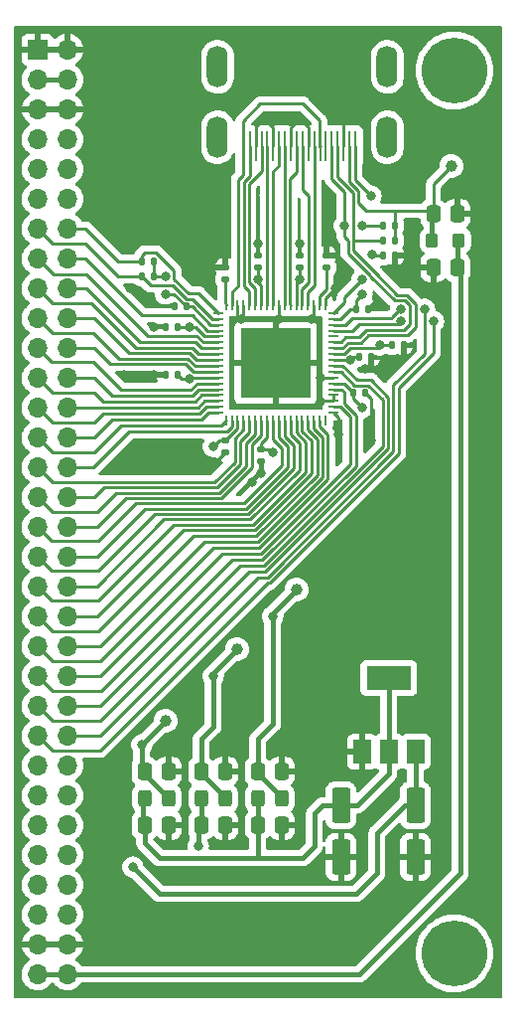
<source format=gbr>
%TF.GenerationSoftware,KiCad,Pcbnew,6.0.5*%
%TF.CreationDate,2022-05-15T12:23:51+02:00*%
%TF.ProjectId,hdmi brd,68646d69-2062-4726-942e-6b696361645f,rev?*%
%TF.SameCoordinates,Original*%
%TF.FileFunction,Copper,L1,Top*%
%TF.FilePolarity,Positive*%
%FSLAX46Y46*%
G04 Gerber Fmt 4.6, Leading zero omitted, Abs format (unit mm)*
G04 Created by KiCad (PCBNEW 6.0.5) date 2022-05-15 12:23:51*
%MOMM*%
%LPD*%
G01*
G04 APERTURE LIST*
G04 Aperture macros list*
%AMRoundRect*
0 Rectangle with rounded corners*
0 $1 Rounding radius*
0 $2 $3 $4 $5 $6 $7 $8 $9 X,Y pos of 4 corners*
0 Add a 4 corners polygon primitive as box body*
4,1,4,$2,$3,$4,$5,$6,$7,$8,$9,$2,$3,0*
0 Add four circle primitives for the rounded corners*
1,1,$1+$1,$2,$3*
1,1,$1+$1,$4,$5*
1,1,$1+$1,$6,$7*
1,1,$1+$1,$8,$9*
0 Add four rect primitives between the rounded corners*
20,1,$1+$1,$2,$3,$4,$5,0*
20,1,$1+$1,$4,$5,$6,$7,0*
20,1,$1+$1,$6,$7,$8,$9,0*
20,1,$1+$1,$8,$9,$2,$3,0*%
G04 Aperture macros list end*
%TA.AperFunction,ComponentPad*%
%ADD10O,1.778000X3.556000*%
%TD*%
%TA.AperFunction,SMDPad,CuDef*%
%ADD11R,0.280000X2.600000*%
%TD*%
%TA.AperFunction,SMDPad,CuDef*%
%ADD12RoundRect,0.140000X0.170000X-0.140000X0.170000X0.140000X-0.170000X0.140000X-0.170000X-0.140000X0*%
%TD*%
%TA.AperFunction,SMDPad,CuDef*%
%ADD13C,1.000000*%
%TD*%
%TA.AperFunction,SMDPad,CuDef*%
%ADD14RoundRect,0.140000X-0.140000X-0.170000X0.140000X-0.170000X0.140000X0.170000X-0.140000X0.170000X0*%
%TD*%
%TA.AperFunction,SMDPad,CuDef*%
%ADD15RoundRect,0.140000X0.140000X0.170000X-0.140000X0.170000X-0.140000X-0.170000X0.140000X-0.170000X0*%
%TD*%
%TA.AperFunction,SMDPad,CuDef*%
%ADD16RoundRect,0.135000X0.185000X-0.135000X0.185000X0.135000X-0.185000X0.135000X-0.185000X-0.135000X0*%
%TD*%
%TA.AperFunction,SMDPad,CuDef*%
%ADD17RoundRect,0.250000X-0.550000X1.250000X-0.550000X-1.250000X0.550000X-1.250000X0.550000X1.250000X0*%
%TD*%
%TA.AperFunction,SMDPad,CuDef*%
%ADD18RoundRect,0.140000X-0.170000X0.140000X-0.170000X-0.140000X0.170000X-0.140000X0.170000X0.140000X0*%
%TD*%
%TA.AperFunction,SMDPad,CuDef*%
%ADD19RoundRect,0.250000X-0.325000X-0.450000X0.325000X-0.450000X0.325000X0.450000X-0.325000X0.450000X0*%
%TD*%
%TA.AperFunction,SMDPad,CuDef*%
%ADD20RoundRect,0.250000X-0.337500X-0.475000X0.337500X-0.475000X0.337500X0.475000X-0.337500X0.475000X0*%
%TD*%
%TA.AperFunction,SMDPad,CuDef*%
%ADD21RoundRect,0.250000X0.337500X0.475000X-0.337500X0.475000X-0.337500X-0.475000X0.337500X-0.475000X0*%
%TD*%
%TA.AperFunction,SMDPad,CuDef*%
%ADD22RoundRect,0.250000X0.275000X0.350000X-0.275000X0.350000X-0.275000X-0.350000X0.275000X-0.350000X0*%
%TD*%
%TA.AperFunction,SMDPad,CuDef*%
%ADD23R,1.500000X2.000000*%
%TD*%
%TA.AperFunction,SMDPad,CuDef*%
%ADD24R,3.800000X2.000000*%
%TD*%
%TA.AperFunction,SMDPad,CuDef*%
%ADD25RoundRect,0.135000X0.135000X0.185000X-0.135000X0.185000X-0.135000X-0.185000X0.135000X-0.185000X0*%
%TD*%
%TA.AperFunction,SMDPad,CuDef*%
%ADD26RoundRect,0.062500X-0.375000X-0.062500X0.375000X-0.062500X0.375000X0.062500X-0.375000X0.062500X0*%
%TD*%
%TA.AperFunction,SMDPad,CuDef*%
%ADD27RoundRect,0.062500X-0.062500X-0.375000X0.062500X-0.375000X0.062500X0.375000X-0.062500X0.375000X0*%
%TD*%
%TA.AperFunction,SMDPad,CuDef*%
%ADD28R,6.000000X6.000000*%
%TD*%
%TA.AperFunction,SMDPad,CuDef*%
%ADD29RoundRect,0.135000X-0.135000X-0.185000X0.135000X-0.185000X0.135000X0.185000X-0.135000X0.185000X0*%
%TD*%
%TA.AperFunction,ComponentPad*%
%ADD30C,5.600000*%
%TD*%
%TA.AperFunction,ComponentPad*%
%ADD31R,1.700000X1.700000*%
%TD*%
%TA.AperFunction,ComponentPad*%
%ADD32O,1.700000X1.700000*%
%TD*%
%TA.AperFunction,ViaPad*%
%ADD33C,0.800000*%
%TD*%
%TA.AperFunction,Conductor*%
%ADD34C,0.250000*%
%TD*%
%TA.AperFunction,Conductor*%
%ADD35C,0.400000*%
%TD*%
%TA.AperFunction,Conductor*%
%ADD36C,0.200000*%
%TD*%
G04 APERTURE END LIST*
D10*
%TO.P,J2,Z1*%
%TO.N,N/C*%
X106056000Y-55715000D03*
%TO.P,J2,Z4*%
X91556000Y-55715000D03*
%TO.P,J2,Z2*%
X106056000Y-49715000D03*
%TO.P,J2,Z3*%
X91556000Y-49715000D03*
D11*
%TO.P,J2,10,TMDSCLOCK+*%
%TO.N,TXC+*%
X98806000Y-56515000D03*
%TO.P,J2,9,TMDSDATA0-*%
%TO.N,TX0-*%
X98306000Y-56515000D03*
%TO.P,J2,8,TMDSDATA0SHIELD*%
%TO.N,GND*%
X97806000Y-56515000D03*
%TO.P,J2,7,TMDSDATA0+*%
%TO.N,TX0+*%
X97306000Y-56515000D03*
%TO.P,J2,6,TMDSDATA1-*%
%TO.N,TX1-*%
X96806000Y-56515000D03*
%TO.P,J2,5,TMDSDATA1SHIELD*%
%TO.N,GND*%
X96306000Y-56515000D03*
%TO.P,J2,4,TMDSDATA1+*%
%TO.N,TX1+*%
X95806000Y-56515000D03*
%TO.P,J2,3,TMDSDATA2-*%
%TO.N,TX2-*%
X95306000Y-56515000D03*
%TO.P,J2,11,TMDSCLOCKSHIELD*%
%TO.N,GND*%
X99306000Y-56515000D03*
%TO.P,J2,12,TMDSCLOCK-*%
%TO.N,TXC-*%
X99806000Y-56515000D03*
%TO.P,J2,13,CEC*%
%TO.N,CEC_A*%
X100306000Y-56515000D03*
%TO.P,J2,14,RESERVED(N.C.ONDEVICE)*%
%TO.N,unconnected-(J2-Pad14)*%
X100806000Y-56515000D03*
%TO.P,J2,15,SCL*%
%TO.N,/DSCL*%
X101306000Y-56515000D03*
%TO.P,J2,16,SDA*%
%TO.N,/DSDA*%
X101806000Y-56515000D03*
%TO.P,J2,17,DDC/CECGROUND*%
%TO.N,GND*%
X102306000Y-56515000D03*
%TO.P,J2,2,TMDSDATA2SHIELD*%
X94806000Y-56515000D03*
%TO.P,J2,1,TMDSDATA2+*%
%TO.N,TX2+*%
X94306000Y-56515000D03*
%TO.P,J2,18,+5VPOWER*%
%TO.N,5V0*%
X102806000Y-56515000D03*
%TO.P,J2,19,HOTPLUGDETECT*%
%TO.N,/HPD*%
X103306000Y-56515000D03*
%TD*%
D12*
%TO.P,C2,1*%
%TO.N,AVCC12_1V2*%
X94996000Y-66774000D03*
%TO.P,C2,2*%
%TO.N,GND*%
X94996000Y-65814000D03*
%TD*%
D13*
%TO.P,TP3,1,1*%
%TO.N,AVCC12_1V2*%
X87122000Y-105410000D03*
%TD*%
D14*
%TO.P,C11,1*%
%TO.N,CVCC12_1V2*%
X103406000Y-70358000D03*
%TO.P,C11,2*%
%TO.N,GND*%
X104366000Y-70358000D03*
%TD*%
D15*
%TO.P,C15,1*%
%TO.N,IOVCC_3V3*%
X88872000Y-70104000D03*
%TO.P,C15,2*%
%TO.N,GND*%
X87912000Y-70104000D03*
%TD*%
D16*
%TO.P,R3,1*%
%TO.N,Net-(R3-Pad1)*%
X92202000Y-67820000D03*
%TO.P,R3,2*%
%TO.N,GND*%
X92202000Y-66800000D03*
%TD*%
D17*
%TO.P,C5,1*%
%TO.N,3V3*%
X108432000Y-112608000D03*
%TO.P,C5,2*%
%TO.N,GND*%
X108432000Y-117008000D03*
%TD*%
D18*
%TO.P,C9,1*%
%TO.N,CVCC12_1V2*%
X95250000Y-82324000D03*
%TO.P,C9,2*%
%TO.N,GND*%
X95250000Y-83284000D03*
%TD*%
D19*
%TO.P,L3,1*%
%TO.N,1V2*%
X94987000Y-112014000D03*
%TO.P,L3,2*%
%TO.N,CVCC12_1V2*%
X97037000Y-112014000D03*
%TD*%
%TO.P,L4,1*%
%TO.N,1V2*%
X85335000Y-112014000D03*
%TO.P,L4,2*%
%TO.N,AVCC12_1V2*%
X87385000Y-112014000D03*
%TD*%
D15*
%TO.P,C7,1*%
%TO.N,CVCC12_1V2*%
X88110000Y-71882000D03*
%TO.P,C7,2*%
%TO.N,GND*%
X87150000Y-71882000D03*
%TD*%
D20*
%TO.P,C20,1*%
%TO.N,CVCC12_1V2*%
X94974500Y-109728000D03*
%TO.P,C20,2*%
%TO.N,GND*%
X97049500Y-109728000D03*
%TD*%
D18*
%TO.P,C14,1*%
%TO.N,IOVCC_3V3*%
X92202000Y-81562000D03*
%TO.P,C14,2*%
%TO.N,GND*%
X92202000Y-82522000D03*
%TD*%
D14*
%TO.P,C13,1*%
%TO.N,IOVCC_3V3*%
X103660000Y-74422000D03*
%TO.P,C13,2*%
%TO.N,GND*%
X104620000Y-74422000D03*
%TD*%
D21*
%TO.P,C3,1*%
%TO.N,VIN*%
X112035500Y-66802000D03*
%TO.P,C3,2*%
%TO.N,GND*%
X109960500Y-66802000D03*
%TD*%
D20*
%TO.P,C18,1*%
%TO.N,1V2*%
X85322500Y-114300000D03*
%TO.P,C18,2*%
%TO.N,GND*%
X87397500Y-114300000D03*
%TD*%
D16*
%TO.P,R1,1*%
%TO.N,Net-(R1-Pad1)*%
X100838000Y-66804000D03*
%TO.P,R1,2*%
%TO.N,GND*%
X100838000Y-65784000D03*
%TD*%
D20*
%TO.P,C16,1*%
%TO.N,3V3*%
X90148500Y-114300000D03*
%TO.P,C16,2*%
%TO.N,GND*%
X92223500Y-114300000D03*
%TD*%
D22*
%TO.P,L1,1*%
%TO.N,VIN*%
X112148000Y-64516000D03*
%TO.P,L1,2*%
%TO.N,5V0*%
X109848000Y-64516000D03*
%TD*%
D19*
%TO.P,L2,1*%
%TO.N,3V3*%
X90161000Y-112014000D03*
%TO.P,L2,2*%
%TO.N,IOVCC_3V3*%
X92211000Y-112014000D03*
%TD*%
D14*
%TO.P,C10,1*%
%TO.N,CVCC12_1V2*%
X106454000Y-73406000D03*
%TO.P,C10,2*%
%TO.N,GND*%
X107414000Y-73406000D03*
%TD*%
D17*
%TO.P,C6,1*%
%TO.N,1V2*%
X102082000Y-112608000D03*
%TO.P,C6,2*%
%TO.N,GND*%
X102082000Y-117008000D03*
%TD*%
D23*
%TO.P,U2,1,GND*%
%TO.N,GND*%
X103872000Y-108052000D03*
%TO.P,U2,2,VO*%
%TO.N,1V2*%
X106172000Y-108052000D03*
D24*
X106172000Y-101752000D03*
D23*
%TO.P,U2,3,VI*%
%TO.N,3V3*%
X108472000Y-108052000D03*
%TD*%
D15*
%TO.P,C8,1*%
%TO.N,CVCC12_1V2*%
X88110000Y-75946000D03*
%TO.P,C8,2*%
%TO.N,GND*%
X87150000Y-75946000D03*
%TD*%
D25*
%TO.P,R6,1*%
%TO.N,5V0*%
X106682000Y-63246000D03*
%TO.P,R6,2*%
%TO.N,/DSCL*%
X105662000Y-63246000D03*
%TD*%
D20*
%TO.P,C19,1*%
%TO.N,IOVCC_3V3*%
X90148500Y-109728000D03*
%TO.P,C19,2*%
%TO.N,GND*%
X92223500Y-109728000D03*
%TD*%
D25*
%TO.P,R4,1*%
%TO.N,IOVCC_3V3*%
X86108000Y-67564000D03*
%TO.P,R4,2*%
%TO.N,SDA*%
X85088000Y-67564000D03*
%TD*%
%TO.P,R5,1*%
%TO.N,IOVCC_3V3*%
X86108000Y-66294000D03*
%TO.P,R5,2*%
%TO.N,SCL*%
X85088000Y-66294000D03*
%TD*%
D26*
%TO.P,U1,1,I2C_CSCL*%
%TO.N,SCL*%
X91582500Y-70680000D03*
%TO.P,U1,2,I2C_CSDA*%
%TO.N,SDA*%
X91582500Y-71180000D03*
%TO.P,U1,3,IOVCC*%
%TO.N,IOVCC_3V3*%
X91582500Y-71680000D03*
%TO.P,U1,4,D23*%
%TO.N,B7*%
X91582500Y-72180000D03*
%TO.P,U1,5,CVCC12*%
%TO.N,CVCC12_1V2*%
X91582500Y-72680000D03*
%TO.P,U1,6,D22*%
%TO.N,B6*%
X91582500Y-73180000D03*
%TO.P,U1,7,D21*%
%TO.N,B5*%
X91582500Y-73680000D03*
%TO.P,U1,8,D20*%
%TO.N,B4*%
X91582500Y-74180000D03*
%TO.P,U1,9,D19*%
%TO.N,B3*%
X91582500Y-74680000D03*
%TO.P,U1,10,D18*%
%TO.N,B2*%
X91582500Y-75180000D03*
%TO.P,U1,11,D17*%
%TO.N,B1*%
X91582500Y-75680000D03*
%TO.P,U1,12,CVCC12*%
%TO.N,CVCC12_1V2*%
X91582500Y-76180000D03*
%TO.P,U1,13,D16*%
%TO.N,B0*%
X91582500Y-76680000D03*
%TO.P,U1,14,D15*%
%TO.N,G7*%
X91582500Y-77180000D03*
%TO.P,U1,15,D14*%
%TO.N,G6*%
X91582500Y-77680000D03*
%TO.P,U1,16,D13*%
%TO.N,G5*%
X91582500Y-78180000D03*
%TO.P,U1,17,D12*%
%TO.N,G4*%
X91582500Y-78680000D03*
%TO.P,U1,18,D11*%
%TO.N,G3*%
X91582500Y-79180000D03*
D27*
%TO.P,U1,19,D10*%
%TO.N,G2*%
X92270000Y-79867500D03*
%TO.P,U1,20,D9*%
%TO.N,G1*%
X92770000Y-79867500D03*
%TO.P,U1,21,IOVCC*%
%TO.N,IOVCC_3V3*%
X93270000Y-79867500D03*
%TO.P,U1,22,IDCK*%
%TO.N,IDCK*%
X93770000Y-79867500D03*
%TO.P,U1,23,D8*%
%TO.N,G0*%
X94270000Y-79867500D03*
%TO.P,U1,24,D7*%
%TO.N,R7*%
X94770000Y-79867500D03*
%TO.P,U1,25,D6*%
%TO.N,R6*%
X95270000Y-79867500D03*
%TO.P,U1,26,CVCC12*%
%TO.N,CVCC12_1V2*%
X95770000Y-79867500D03*
%TO.P,U1,27,D5*%
%TO.N,R5*%
X96270000Y-79867500D03*
%TO.P,U1,28,D4*%
%TO.N,R4*%
X96770000Y-79867500D03*
%TO.P,U1,29,D3*%
%TO.N,R3*%
X97270000Y-79867500D03*
%TO.P,U1,30,D2*%
%TO.N,R2*%
X97770000Y-79867500D03*
%TO.P,U1,31,D1*%
%TO.N,R1*%
X98270000Y-79867500D03*
%TO.P,U1,32,D0*%
%TO.N,R0*%
X98770000Y-79867500D03*
%TO.P,U1,33,DE*%
%TO.N,DE*%
X99270000Y-79867500D03*
%TO.P,U1,34,HSYNC*%
%TO.N,HSYNC*%
X99770000Y-79867500D03*
%TO.P,U1,35,VSYNC*%
%TO.N,VSYNC*%
X100270000Y-79867500D03*
%TO.P,U1,36,SPDIF*%
%TO.N,unconnected-(U1-Pad36)*%
X100770000Y-79867500D03*
D26*
%TO.P,U1,37,I2S_SD3*%
%TO.N,GND*%
X101457500Y-79180000D03*
%TO.P,U1,38,I2S_MCLK*%
%TO.N,MCLK*%
X101457500Y-78680000D03*
%TO.P,U1,39,I2S_SD2*%
%TO.N,GND*%
X101457500Y-78180000D03*
%TO.P,U1,40,I2S_SD1*%
X101457500Y-77680000D03*
%TO.P,U1,41,I2S_SD0*%
%TO.N,SD0*%
X101457500Y-77180000D03*
%TO.P,U1,42,CVCC12*%
%TO.N,CVCC12_1V2*%
X101457500Y-76680000D03*
%TO.P,U1,43,CGND*%
%TO.N,GND*%
X101457500Y-76180000D03*
%TO.P,U1,44,I2S_WS*%
%TO.N,WS*%
X101457500Y-75680000D03*
%TO.P,U1,45,I2S_SCK*%
%TO.N,SCK*%
X101457500Y-75180000D03*
%TO.P,U1,46,IOVCC*%
%TO.N,IOVCC_3V3*%
X101457500Y-74680000D03*
%TO.P,U1,47,CVCC12*%
%TO.N,CVCC12_1V2*%
X101457500Y-74180000D03*
%TO.P,U1,48,DDC_DSDA*%
%TO.N,/DSDA*%
X101457500Y-73680000D03*
%TO.P,U1,49,DDC_DSCL*%
%TO.N,/DSCL*%
X101457500Y-73180000D03*
%TO.P,U1,50,CEC_D*%
%TO.N,unconnected-(U1-Pad50)*%
X101457500Y-72680000D03*
%TO.P,U1,51,~RESET*%
%TO.N,~RESET*%
X101457500Y-72180000D03*
%TO.P,U1,52,INT*%
%TO.N,INT*%
X101457500Y-71680000D03*
%TO.P,U1,53,CVCC12*%
%TO.N,CVCC12_1V2*%
X101457500Y-71180000D03*
%TO.P,U1,54,HPD*%
%TO.N,/HPD*%
X101457500Y-70680000D03*
D27*
%TO.P,U1,55,RSVDL*%
%TO.N,GND*%
X100770000Y-69992500D03*
%TO.P,U1,56,EXT_SWING*%
%TO.N,Net-(R1-Pad1)*%
X100270000Y-69992500D03*
%TO.P,U1,57,IOGND*%
%TO.N,GND*%
X99770000Y-69992500D03*
%TO.P,U1,58,TXC-*%
%TO.N,TXC-*%
X99270000Y-69992500D03*
%TO.P,U1,59,TXC+*%
%TO.N,TXC+*%
X98770000Y-69992500D03*
%TO.P,U1,60,AVCC12*%
%TO.N,AVCC12_1V2*%
X98270000Y-69992500D03*
%TO.P,U1,61,TX0-*%
%TO.N,TX0-*%
X97770000Y-69992500D03*
%TO.P,U1,62,TX0+*%
%TO.N,TX0+*%
X97270000Y-69992500D03*
%TO.P,U1,63,AGND*%
%TO.N,GND*%
X96770000Y-69992500D03*
%TO.P,U1,64,TX1-*%
%TO.N,TX1-*%
X96270000Y-69992500D03*
%TO.P,U1,65,TX1+*%
%TO.N,TX1+*%
X95770000Y-69992500D03*
%TO.P,U1,66,AVCC12*%
%TO.N,AVCC12_1V2*%
X95270000Y-69992500D03*
%TO.P,U1,67,TX2-*%
%TO.N,TX2-*%
X94770000Y-69992500D03*
%TO.P,U1,68,TX2+*%
%TO.N,TX2+*%
X94270000Y-69992500D03*
%TO.P,U1,69,IO_SEL*%
%TO.N,GND*%
X93770000Y-69992500D03*
%TO.P,U1,70,VDDQ*%
X93270000Y-69992500D03*
%TO.P,U1,71,CEC_A*%
%TO.N,CEC_A*%
X92770000Y-69992500D03*
%TO.P,U1,72,I2C_CI2CA*%
%TO.N,Net-(R3-Pad1)*%
X92270000Y-69992500D03*
D28*
%TO.P,U1,73,EPAD*%
%TO.N,GND*%
X96520000Y-74930000D03*
%TD*%
D29*
%TO.P,R2,1*%
%TO.N,/HPD*%
X105662000Y-65786000D03*
%TO.P,R2,2*%
%TO.N,GND*%
X106682000Y-65786000D03*
%TD*%
D13*
%TO.P,TP1,1,1*%
%TO.N,IOVCC_3V3*%
X93218000Y-99314000D03*
%TD*%
D12*
%TO.P,C1,1*%
%TO.N,AVCC12_1V2*%
X98552000Y-66774000D03*
%TO.P,C1,2*%
%TO.N,GND*%
X98552000Y-65814000D03*
%TD*%
D20*
%TO.P,C4,1*%
%TO.N,5V0*%
X109960500Y-62230000D03*
%TO.P,C4,2*%
%TO.N,GND*%
X112035500Y-62230000D03*
%TD*%
D30*
%TO.P,H2,1*%
%TO.N,N/C*%
X111760000Y-125222000D03*
%TD*%
D13*
%TO.P,TP4,1,1*%
%TO.N,5V0*%
X111506000Y-58166000D03*
%TD*%
D30*
%TO.P,H1,1*%
%TO.N,N/C*%
X111760000Y-50038000D03*
%TD*%
D20*
%TO.P,C17,1*%
%TO.N,1V2*%
X94974500Y-114300000D03*
%TO.P,C17,2*%
%TO.N,GND*%
X97049500Y-114300000D03*
%TD*%
%TO.P,C21,1*%
%TO.N,AVCC12_1V2*%
X85322500Y-109728000D03*
%TO.P,C21,2*%
%TO.N,GND*%
X87397500Y-109728000D03*
%TD*%
D25*
%TO.P,R7,1*%
%TO.N,5V0*%
X106682000Y-64516000D03*
%TO.P,R7,2*%
%TO.N,/DSDA*%
X105662000Y-64516000D03*
%TD*%
D14*
%TO.P,C12,1*%
%TO.N,CVCC12_1V2*%
X103152000Y-77470000D03*
%TO.P,C12,2*%
%TO.N,GND*%
X104112000Y-77470000D03*
%TD*%
D13*
%TO.P,TP2,1,1*%
%TO.N,CVCC12_1V2*%
X98298000Y-94234000D03*
%TD*%
D31*
%TO.P,J1,1,Pin_1*%
%TO.N,GND*%
X76200000Y-48260000D03*
D32*
%TO.P,J1,2,Pin_2*%
X78740000Y-48260000D03*
%TO.P,J1,3,Pin_3*%
%TO.N,3V3*%
X76200000Y-50800000D03*
%TO.P,J1,4,Pin_4*%
X78740000Y-50800000D03*
%TO.P,J1,5,Pin_5*%
%TO.N,GND*%
X76200000Y-53340000D03*
%TO.P,J1,6,Pin_6*%
X78740000Y-53340000D03*
%TO.P,J1,7,Pin_7*%
%TO.N,unconnected-(J1-Pad7)*%
X76200000Y-55880000D03*
%TO.P,J1,8,Pin_8*%
%TO.N,unconnected-(J1-Pad8)*%
X78740000Y-55880000D03*
%TO.P,J1,9,Pin_9*%
%TO.N,unconnected-(J1-Pad9)*%
X76200000Y-58420000D03*
%TO.P,J1,10,Pin_10*%
%TO.N,unconnected-(J1-Pad10)*%
X78740000Y-58420000D03*
%TO.P,J1,11,Pin_11*%
%TO.N,unconnected-(J1-Pad11)*%
X76200000Y-60960000D03*
%TO.P,J1,12,Pin_12*%
%TO.N,unconnected-(J1-Pad12)*%
X78740000Y-60960000D03*
%TO.P,J1,13,Pin_13*%
%TO.N,SDA*%
X76200000Y-63500000D03*
%TO.P,J1,14,Pin_14*%
%TO.N,SCL*%
X78740000Y-63500000D03*
%TO.P,J1,15,Pin_15*%
%TO.N,B6*%
X76200000Y-66040000D03*
%TO.P,J1,16,Pin_16*%
%TO.N,B7*%
X78740000Y-66040000D03*
%TO.P,J1,17,Pin_17*%
%TO.N,B4*%
X76200000Y-68580000D03*
%TO.P,J1,18,Pin_18*%
%TO.N,B5*%
X78740000Y-68580000D03*
%TO.P,J1,19,Pin_19*%
%TO.N,B2*%
X76200000Y-71120000D03*
%TO.P,J1,20,Pin_20*%
%TO.N,B3*%
X78740000Y-71120000D03*
%TO.P,J1,21,Pin_21*%
%TO.N,B0*%
X76200000Y-73660000D03*
%TO.P,J1,22,Pin_22*%
%TO.N,B1*%
X78740000Y-73660000D03*
%TO.P,J1,23,Pin_23*%
%TO.N,G6*%
X76200000Y-76200000D03*
%TO.P,J1,24,Pin_24*%
%TO.N,G7*%
X78740000Y-76200000D03*
%TO.P,J1,25,Pin_25*%
%TO.N,G4*%
X76200000Y-78740000D03*
%TO.P,J1,26,Pin_26*%
%TO.N,G5*%
X78740000Y-78740000D03*
%TO.P,J1,27,Pin_27*%
%TO.N,G2*%
X76200000Y-81280000D03*
%TO.P,J1,28,Pin_28*%
%TO.N,G3*%
X78740000Y-81280000D03*
%TO.P,J1,29,Pin_29*%
%TO.N,IDCK*%
X76200000Y-83820000D03*
%TO.P,J1,30,Pin_30*%
%TO.N,G1*%
X78740000Y-83820000D03*
%TO.P,J1,31,Pin_31*%
%TO.N,R7*%
X76200000Y-86360000D03*
%TO.P,J1,32,Pin_32*%
%TO.N,G0*%
X78740000Y-86360000D03*
%TO.P,J1,33,Pin_33*%
%TO.N,R5*%
X76200000Y-88900000D03*
%TO.P,J1,34,Pin_34*%
%TO.N,R6*%
X78740000Y-88900000D03*
%TO.P,J1,35,Pin_35*%
%TO.N,R3*%
X76200000Y-91440000D03*
%TO.P,J1,36,Pin_36*%
%TO.N,R4*%
X78740000Y-91440000D03*
%TO.P,J1,37,Pin_37*%
%TO.N,R1*%
X76200000Y-93980000D03*
%TO.P,J1,38,Pin_38*%
%TO.N,R2*%
X78740000Y-93980000D03*
%TO.P,J1,39,Pin_39*%
%TO.N,DE*%
X76200000Y-96520000D03*
%TO.P,J1,40,Pin_40*%
%TO.N,R0*%
X78740000Y-96520000D03*
%TO.P,J1,41,Pin_41*%
%TO.N,VSYNC*%
X76200000Y-99060000D03*
%TO.P,J1,42,Pin_42*%
%TO.N,HSYNC*%
X78740000Y-99060000D03*
%TO.P,J1,43,Pin_43*%
%TO.N,SD0*%
X76200000Y-101600000D03*
%TO.P,J1,44,Pin_44*%
%TO.N,MCLK*%
X78740000Y-101600000D03*
%TO.P,J1,45,Pin_45*%
%TO.N,SCK*%
X76200000Y-104140000D03*
%TO.P,J1,46,Pin_46*%
%TO.N,WS*%
X78740000Y-104140000D03*
%TO.P,J1,47,Pin_47*%
%TO.N,~RESET*%
X76200000Y-106680000D03*
%TO.P,J1,48,Pin_48*%
%TO.N,INT*%
X78740000Y-106680000D03*
%TO.P,J1,49,Pin_49*%
%TO.N,unconnected-(J1-Pad49)*%
X76200000Y-109220000D03*
%TO.P,J1,50,Pin_50*%
%TO.N,unconnected-(J1-Pad50)*%
X78740000Y-109220000D03*
%TO.P,J1,51,Pin_51*%
%TO.N,unconnected-(J1-Pad51)*%
X76200000Y-111760000D03*
%TO.P,J1,52,Pin_52*%
%TO.N,unconnected-(J1-Pad52)*%
X78740000Y-111760000D03*
%TO.P,J1,53,Pin_53*%
%TO.N,unconnected-(J1-Pad53)*%
X76200000Y-114300000D03*
%TO.P,J1,54,Pin_54*%
%TO.N,unconnected-(J1-Pad54)*%
X78740000Y-114300000D03*
%TO.P,J1,55,Pin_55*%
%TO.N,unconnected-(J1-Pad55)*%
X76200000Y-116840000D03*
%TO.P,J1,56,Pin_56*%
%TO.N,unconnected-(J1-Pad56)*%
X78740000Y-116840000D03*
%TO.P,J1,57,Pin_57*%
%TO.N,unconnected-(J1-Pad57)*%
X76200000Y-119380000D03*
%TO.P,J1,58,Pin_58*%
%TO.N,unconnected-(J1-Pad58)*%
X78740000Y-119380000D03*
%TO.P,J1,59,Pin_59*%
%TO.N,unconnected-(J1-Pad59)*%
X76200000Y-121920000D03*
%TO.P,J1,60,Pin_60*%
%TO.N,unconnected-(J1-Pad60)*%
X78740000Y-121920000D03*
%TO.P,J1,61,Pin_61*%
%TO.N,GND*%
X76200000Y-124460000D03*
%TO.P,J1,62,Pin_62*%
X78740000Y-124460000D03*
%TO.P,J1,63,Pin_63*%
%TO.N,VIN*%
X76200000Y-127000000D03*
%TO.P,J1,64,Pin_64*%
X78740000Y-127000000D03*
%TD*%
D33*
%TO.N,GND*%
X99568000Y-109728000D03*
X81788000Y-122174000D03*
X100838000Y-64770000D03*
X98552000Y-54102000D03*
X94234000Y-104140000D03*
X104902000Y-113030000D03*
X114300000Y-78486000D03*
X81788000Y-124460000D03*
X89916000Y-83566000D03*
X94742000Y-76708000D03*
X114300000Y-93472000D03*
X94488000Y-85090000D03*
X106426000Y-120904000D03*
X98298000Y-73152000D03*
X89154000Y-104394000D03*
X114300000Y-100330000D03*
X114300000Y-104394000D03*
X83566000Y-75946000D03*
X94742000Y-73152000D03*
X93271979Y-118470302D03*
X100838000Y-108458000D03*
X84328000Y-60198000D03*
X106680000Y-74930000D03*
X100330000Y-78232000D03*
X107188000Y-91186000D03*
X114300000Y-106426000D03*
X105156000Y-122428000D03*
X85344000Y-58928000D03*
X98552000Y-64769999D03*
X95504000Y-54102000D03*
X96774220Y-71226087D03*
X114300000Y-74422000D03*
X89207979Y-118470302D03*
X102362000Y-54102000D03*
X101600000Y-68580000D03*
X114300000Y-102362000D03*
X94742000Y-74930000D03*
X81788000Y-120142000D03*
X83820000Y-124460000D03*
X114300000Y-89408000D03*
X104140000Y-75438000D03*
X114300000Y-91440000D03*
X92964000Y-105410000D03*
X81788000Y-118110000D03*
X108458000Y-94234000D03*
X87630000Y-82296000D03*
X86106000Y-75946000D03*
X107188000Y-95250000D03*
X101849701Y-81021701D03*
X96520000Y-76708000D03*
X105918000Y-112014000D03*
X85344000Y-56388000D03*
X83566000Y-83566000D03*
X104648000Y-81534000D03*
X94996000Y-64770000D03*
X97028000Y-54102000D03*
X86106000Y-71882000D03*
X114300000Y-80518000D03*
X103886000Y-123698000D03*
X88138000Y-107188000D03*
X114300000Y-76454000D03*
X107188000Y-93218000D03*
X98298000Y-74930000D03*
X108458000Y-90170000D03*
X107188000Y-89154000D03*
X93531668Y-71205505D03*
X84328000Y-55118000D03*
X95250000Y-84328000D03*
X91239979Y-118470302D03*
X84328000Y-57658000D03*
X105410000Y-69850000D03*
X108458000Y-92202000D03*
X114300000Y-87376000D03*
X92964000Y-102870000D03*
X88392000Y-83566000D03*
X99568000Y-107188000D03*
X100330000Y-76200000D03*
X96520000Y-74930000D03*
X96520000Y-73152000D03*
X108458000Y-88138000D03*
X86868000Y-83566000D03*
X84074000Y-68580000D03*
X98298000Y-76708000D03*
X99587427Y-71197859D03*
%TO.N,3V3*%
X84328000Y-117856000D03*
X89916000Y-116078000D03*
%TO.N,/DSCL*%
X103886000Y-63246000D03*
X102362000Y-63246000D03*
%TO.N,/HPD*%
X104716158Y-65717842D03*
X104648000Y-60706000D03*
X103886000Y-67818000D03*
%TO.N,INT*%
X107188000Y-70358000D03*
X109220000Y-70358000D03*
%TO.N,~RESET*%
X109982000Y-71374000D03*
X107183701Y-71369701D03*
%TO.N,AVCC12_1V2*%
X98552000Y-67818000D03*
X94996000Y-67812983D03*
X85090000Y-107442000D03*
%TO.N,CVCC12_1V2*%
X96266000Y-96520000D03*
X103886000Y-78740000D03*
X105410000Y-73406000D03*
X89154137Y-76317547D03*
X96266000Y-82550000D03*
X103886000Y-69088000D03*
X89154000Y-71882000D03*
%TO.N,IOVCC_3V3*%
X91186000Y-82042000D03*
X102875126Y-74680909D03*
X87122000Y-69050500D03*
X91186000Y-101600000D03*
X87122000Y-67564000D03*
%TD*%
D34*
%TO.N,GND*%
X98552000Y-54102000D02*
X99306000Y-54856000D01*
X99770000Y-69992500D02*
X99770000Y-71015286D01*
X99770000Y-71015286D02*
X99587427Y-71197859D01*
X96306000Y-54904000D02*
X96306000Y-56515000D01*
X93270000Y-69992500D02*
X93270000Y-70943837D01*
X87912000Y-70104000D02*
X85598000Y-70104000D01*
X100382000Y-78180000D02*
X101457500Y-78180000D01*
X85598000Y-70104000D02*
X84074000Y-68580000D01*
X94806000Y-54800000D02*
X94806000Y-56515000D01*
X101600000Y-68580000D02*
X100770000Y-69410000D01*
X104648000Y-78006000D02*
X104112000Y-77470000D01*
X101854000Y-81017402D02*
X101854000Y-79576500D01*
X101457500Y-77680000D02*
X101457500Y-78180000D01*
X102362000Y-54102000D02*
X102306000Y-54158000D01*
X94996000Y-64770000D02*
X94996000Y-65814000D01*
X95250000Y-84328000D02*
X95250000Y-83284000D01*
X86106000Y-71882000D02*
X87150000Y-71882000D01*
X97806000Y-54848000D02*
X97806000Y-56515000D01*
X91186000Y-83566000D02*
X89916000Y-83566000D01*
X104620000Y-74422000D02*
X104620000Y-74958000D01*
X102306000Y-54158000D02*
X102306000Y-56515000D01*
X100770000Y-69410000D02*
X100770000Y-69992500D01*
X93770000Y-70967173D02*
X93531668Y-71205505D01*
X98552000Y-54102000D02*
X97806000Y-54848000D01*
X91186000Y-83566000D02*
X92202000Y-82550000D01*
X101854000Y-79576500D02*
X101457500Y-79180000D01*
D35*
X104874000Y-69850000D02*
X104366000Y-70358000D01*
D34*
X104648000Y-81534000D02*
X104648000Y-78006000D01*
X104620000Y-74958000D02*
X104140000Y-75438000D01*
X100838000Y-64770000D02*
X100838000Y-65723000D01*
X95504000Y-54102000D02*
X96306000Y-54904000D01*
X86106000Y-75946000D02*
X87150000Y-75946000D01*
X101849701Y-81021701D02*
X101854000Y-81017402D01*
X100350000Y-76180000D02*
X100330000Y-76200000D01*
D35*
X105410000Y-69850000D02*
X104874000Y-69850000D01*
D34*
X96770000Y-71221867D02*
X96774220Y-71226087D01*
X101457500Y-76180000D02*
X100350000Y-76180000D01*
X92202000Y-82550000D02*
X92202000Y-82522000D01*
X95504000Y-54102000D02*
X94806000Y-54800000D01*
X99306000Y-54856000D02*
X99306000Y-56515000D01*
X93270000Y-70943837D02*
X93531668Y-71205505D01*
X93770000Y-69992500D02*
X93770000Y-70967173D01*
X98552000Y-64769999D02*
X98552000Y-65814000D01*
X100330000Y-78232000D02*
X100382000Y-78180000D01*
X96770000Y-69992500D02*
X96770000Y-71221867D01*
%TO.N,R0*%
X99568000Y-84329435D02*
X94733395Y-89164040D01*
X88635960Y-89164040D02*
X81280000Y-96520000D01*
X98770000Y-79867500D02*
X98770000Y-80759482D01*
X94733395Y-89164040D02*
X88635960Y-89164040D01*
X99568000Y-81557482D02*
X99568000Y-84329435D01*
X98770000Y-80759482D02*
X99568000Y-81557482D01*
X81280000Y-96520000D02*
X78740000Y-96520000D01*
%TO.N,R1*%
X99060000Y-84201717D02*
X94547197Y-88714520D01*
X98270000Y-80895200D02*
X99060000Y-81685200D01*
X87815480Y-88714520D02*
X81375489Y-95154511D01*
X99060000Y-81685200D02*
X99060000Y-84201717D01*
X81375489Y-95154511D02*
X77374511Y-95154511D01*
X77374511Y-95154511D02*
X76200000Y-93980000D01*
X98270000Y-79867500D02*
X98270000Y-80895200D01*
X94547197Y-88714520D02*
X87815480Y-88714520D01*
%TO.N,R2*%
X86995000Y-88265000D02*
X81280000Y-93980000D01*
X81280000Y-93980000D02*
X78740000Y-93980000D01*
X97770000Y-79867500D02*
X97770000Y-81030918D01*
X94361000Y-88265000D02*
X86995000Y-88265000D01*
X98552000Y-84074000D02*
X94361000Y-88265000D01*
X97770000Y-81030918D02*
X98552000Y-81812918D01*
X98552000Y-81812918D02*
X98552000Y-84074000D01*
%TO.N,R3*%
X77374511Y-92614511D02*
X76200000Y-91440000D01*
X81375489Y-92614511D02*
X77374511Y-92614511D01*
X98044000Y-83944128D02*
X94201008Y-87787120D01*
X97270000Y-79867500D02*
X97270000Y-81166636D01*
X97270000Y-81166636D02*
X98044000Y-81940636D01*
X98044000Y-81940636D02*
X98044000Y-83944128D01*
X86202880Y-87787120D02*
X81375489Y-92614511D01*
X94201008Y-87787120D02*
X86202880Y-87787120D01*
%TO.N,R4*%
X78740000Y-91440000D02*
X81280000Y-91440000D01*
X97536000Y-82068354D02*
X96770000Y-81302354D01*
X85382400Y-87337600D02*
X94014810Y-87337600D01*
X81280000Y-91440000D02*
X85382400Y-87337600D01*
X94014810Y-87337600D02*
X97536000Y-83816410D01*
X97536000Y-83816410D02*
X97536000Y-82068354D01*
X96770000Y-81302354D02*
X96770000Y-79867500D01*
%TO.N,R5*%
X77374511Y-90074511D02*
X76200000Y-88900000D01*
X93828612Y-86888080D02*
X84561920Y-86888080D01*
X96270000Y-81438072D02*
X97028000Y-82196072D01*
X84561920Y-86888080D02*
X81375489Y-90074511D01*
X81375489Y-90074511D02*
X77374511Y-90074511D01*
X96270000Y-79867500D02*
X96270000Y-81438072D01*
X97028000Y-82196072D02*
X97028000Y-83688692D01*
X97028000Y-83688692D02*
X93828612Y-86888080D01*
%TO.N,R6*%
X94488000Y-83821435D02*
X91870875Y-86438560D01*
X91870875Y-86438560D02*
X83741440Y-86438560D01*
X95270000Y-81132282D02*
X94488000Y-81914282D01*
X81280000Y-88900000D02*
X78740000Y-88900000D01*
X95270000Y-79867500D02*
X95270000Y-81132282D01*
X94488000Y-81914282D02*
X94488000Y-83821435D01*
X83741440Y-86438560D02*
X81280000Y-88900000D01*
%TO.N,R7*%
X81280000Y-87630000D02*
X77470000Y-87630000D01*
X94770000Y-79867500D02*
X94770000Y-80996564D01*
X94770000Y-80996564D02*
X93980000Y-81786564D01*
X82920960Y-85989040D02*
X81280000Y-87630000D01*
X93980000Y-81786564D02*
X93980000Y-83693718D01*
X93980000Y-83693718D02*
X91684678Y-85989040D01*
X77470000Y-87630000D02*
X76200000Y-86360000D01*
X91684678Y-85989040D02*
X82920960Y-85989040D01*
%TO.N,G0*%
X93488402Y-83549598D02*
X91498480Y-85539520D01*
X94270000Y-79867500D02*
X94270000Y-80860846D01*
X93488402Y-81642444D02*
X93488402Y-83549598D01*
X81846480Y-85539520D02*
X81026000Y-86360000D01*
X91498480Y-85539520D02*
X81846480Y-85539520D01*
X81026000Y-86360000D02*
X78740000Y-86360000D01*
X94270000Y-80860846D02*
X93488402Y-81642444D01*
%TO.N,G1*%
X92770000Y-79867500D02*
X92770000Y-80352328D01*
X92770000Y-80352328D02*
X92350328Y-80772000D01*
X92350328Y-80772000D02*
X84011577Y-80772000D01*
X84011577Y-80772000D02*
X80963577Y-83820000D01*
X80963577Y-83820000D02*
X78740000Y-83820000D01*
%TO.N,G2*%
X92270000Y-79867500D02*
X91873500Y-80264000D01*
X77470000Y-82550000D02*
X76200000Y-81280000D01*
X81026000Y-82550000D02*
X77470000Y-82550000D01*
X83312000Y-80264000D02*
X81026000Y-82550000D01*
X91873500Y-80264000D02*
X83312000Y-80264000D01*
%TO.N,G3*%
X81026000Y-81280000D02*
X78740000Y-81280000D01*
X82550000Y-79756000D02*
X81026000Y-81280000D01*
X90746000Y-79180000D02*
X90170000Y-79756000D01*
X90170000Y-79756000D02*
X82550000Y-79756000D01*
X91582500Y-79180000D02*
X90746000Y-79180000D01*
%TO.N,G4*%
X77470000Y-80010000D02*
X76200000Y-78740000D01*
X81026000Y-80010000D02*
X77470000Y-80010000D01*
X90610282Y-78680000D02*
X90042282Y-79248000D01*
X90042282Y-79248000D02*
X81788000Y-79248000D01*
X81788000Y-79248000D02*
X81026000Y-80010000D01*
X91582500Y-78680000D02*
X90610282Y-78680000D01*
%TO.N,G5*%
X89914564Y-78740000D02*
X78740000Y-78740000D01*
X90474564Y-78180000D02*
X89914564Y-78740000D01*
X91582500Y-78180000D02*
X90474564Y-78180000D01*
%TO.N,G6*%
X89662000Y-78232000D02*
X81788000Y-78232000D01*
X90214000Y-77680000D02*
X89662000Y-78232000D01*
X81026000Y-77470000D02*
X77470000Y-77470000D01*
X91582500Y-77680000D02*
X90214000Y-77680000D01*
X81788000Y-78232000D02*
X81026000Y-77470000D01*
X77470000Y-77470000D02*
X76200000Y-76200000D01*
%TO.N,G7*%
X89408016Y-77724000D02*
X89952016Y-77180000D01*
X81026000Y-76200000D02*
X82550000Y-77724000D01*
X78740000Y-76200000D02*
X81026000Y-76200000D01*
X82550000Y-77724000D02*
X89408016Y-77724000D01*
X89952016Y-77180000D02*
X91582500Y-77180000D01*
%TO.N,B0*%
X83312000Y-77216000D02*
X89280298Y-77216000D01*
X89280298Y-77216000D02*
X89816298Y-76680000D01*
X80930511Y-74834511D02*
X83312000Y-77216000D01*
X89816298Y-76680000D02*
X91582500Y-76680000D01*
X77374511Y-74834511D02*
X80930511Y-74834511D01*
X76200000Y-73660000D02*
X77374511Y-74834511D01*
%TO.N,B1*%
X89498281Y-75680000D02*
X88826841Y-75008560D01*
X88826841Y-75008560D02*
X82374560Y-75008560D01*
X82374560Y-75008560D02*
X81026000Y-73660000D01*
X81026000Y-73660000D02*
X78740000Y-73660000D01*
X91582500Y-75680000D02*
X89498281Y-75680000D01*
%TO.N,B2*%
X89013039Y-74559040D02*
X83131899Y-74559040D01*
X91582500Y-75180000D02*
X89633999Y-75180000D01*
X83131899Y-74559040D02*
X80962859Y-72390000D01*
X77470000Y-72390000D02*
X76200000Y-71120000D01*
X89633999Y-75180000D02*
X89013039Y-74559040D01*
X80962859Y-72390000D02*
X77470000Y-72390000D01*
%TO.N,B3*%
X84016956Y-74109520D02*
X81027436Y-71120000D01*
X81027436Y-71120000D02*
X78740000Y-71120000D01*
X89769717Y-74680000D02*
X89199237Y-74109520D01*
X89199237Y-74109520D02*
X84016956Y-74109520D01*
X91582500Y-74680000D02*
X89769717Y-74680000D01*
%TO.N,B4*%
X89385435Y-73660000D02*
X84582000Y-73660000D01*
X91582500Y-74180000D02*
X89905435Y-74180000D01*
X77470000Y-69850000D02*
X76200000Y-68580000D01*
X80772000Y-69850000D02*
X77470000Y-69850000D01*
X84582000Y-73660000D02*
X80772000Y-69850000D01*
X89905435Y-74180000D02*
X89385435Y-73660000D01*
%TO.N,B5*%
X91582500Y-73680000D02*
X90188564Y-73680000D01*
X84963000Y-73152000D02*
X80391000Y-68580000D01*
X89660564Y-73152000D02*
X84963000Y-73152000D01*
X80391000Y-68580000D02*
X78740000Y-68580000D01*
X90188564Y-73680000D02*
X89660564Y-73152000D01*
%TO.N,B6*%
X76200000Y-66040000D02*
X77565489Y-67405489D01*
X89788282Y-72644000D02*
X90324282Y-73180000D01*
X90324282Y-73180000D02*
X91582500Y-73180000D01*
X85598359Y-72644000D02*
X89788282Y-72644000D01*
X80359848Y-67405489D02*
X85598359Y-72644000D01*
X77565489Y-67405489D02*
X80359848Y-67405489D01*
%TO.N,B7*%
X89408000Y-70866000D02*
X85090000Y-70866000D01*
X90722000Y-72180000D02*
X89408000Y-70866000D01*
X91582500Y-72180000D02*
X90722000Y-72180000D01*
X80264000Y-66040000D02*
X78740000Y-66040000D01*
X85090000Y-70866000D02*
X80264000Y-66040000D01*
%TO.N,HSYNC*%
X81534000Y-99060000D02*
X78740000Y-99060000D01*
X100525520Y-81243567D02*
X100525520Y-84643351D01*
X99770000Y-80488046D02*
X100525520Y-81243567D01*
X90424000Y-90170000D02*
X81534000Y-99060000D01*
X94998871Y-90170000D02*
X90424000Y-90170000D01*
X100525520Y-84643351D02*
X94998871Y-90170000D01*
X99770000Y-79867500D02*
X99770000Y-80488046D01*
%TO.N,DE*%
X89535000Y-89662000D02*
X81407000Y-97790000D01*
X81407000Y-97790000D02*
X77470000Y-97790000D01*
X99270000Y-79867500D02*
X99270000Y-80623764D01*
X99270000Y-80623764D02*
X100076000Y-81429764D01*
X100076000Y-81429764D02*
X100076000Y-84457153D01*
X94871153Y-89662000D02*
X89535000Y-89662000D01*
X100076000Y-84457153D02*
X94871153Y-89662000D01*
X77470000Y-97790000D02*
X76200000Y-96520000D01*
%TO.N,VSYNC*%
X100270000Y-79867500D02*
X100270000Y-80352328D01*
X81534000Y-100330000D02*
X77470000Y-100330000D01*
X100975040Y-81057370D02*
X100975040Y-84829549D01*
X91186000Y-90678000D02*
X81534000Y-100330000D01*
X100975040Y-84829549D02*
X95126589Y-90678000D01*
X95126589Y-90678000D02*
X91186000Y-90678000D01*
X100270000Y-80352328D02*
X100975040Y-81057370D01*
X77470000Y-100330000D02*
X76200000Y-99060000D01*
%TO.N,SCL*%
X80264000Y-63500000D02*
X78740000Y-63500000D01*
X87846511Y-67780511D02*
X89085960Y-69019960D01*
X85344000Y-65532000D02*
X86315859Y-65532000D01*
X89922460Y-69019960D02*
X91582500Y-70680000D01*
X85088000Y-66294000D02*
X85088000Y-65788000D01*
X89085960Y-69019960D02*
X89922460Y-69019960D01*
X87846511Y-67062652D02*
X87846511Y-67780511D01*
X86315859Y-65532000D02*
X87846511Y-67062652D01*
X85088000Y-65788000D02*
X85344000Y-65532000D01*
X83058000Y-66294000D02*
X80264000Y-63500000D01*
X85088000Y-66294000D02*
X83058000Y-66294000D01*
%TO.N,SDA*%
X80264000Y-64770000D02*
X77470000Y-64770000D01*
X88880128Y-69469480D02*
X87736648Y-68326000D01*
X87736648Y-68326000D02*
X85850000Y-68326000D01*
X77470000Y-64770000D02*
X76200000Y-63500000D01*
X91097672Y-71180000D02*
X89387152Y-69469480D01*
X91582500Y-71180000D02*
X91097672Y-71180000D01*
X80264000Y-64770000D02*
X83058000Y-67564000D01*
X83058000Y-67564000D02*
X85088000Y-67564000D01*
X85850000Y-68326000D02*
X85088000Y-67564000D01*
X89387152Y-69469480D02*
X88880128Y-69469480D01*
%TO.N,MCLK*%
X95254307Y-91186000D02*
X91948000Y-91186000D01*
X102870000Y-79510614D02*
X102870000Y-83570307D01*
X101457500Y-78680000D02*
X102039386Y-78680000D01*
X102870000Y-83570307D02*
X95254307Y-91186000D01*
X81534000Y-101600000D02*
X78740000Y-101600000D01*
X91948000Y-91186000D02*
X81534000Y-101600000D01*
X102039386Y-78680000D02*
X102870000Y-79510614D01*
%TO.N,SCK*%
X102231718Y-75180000D02*
X103437678Y-76385960D01*
X81534000Y-105410000D02*
X77470000Y-105410000D01*
X101457500Y-75180000D02*
X102231718Y-75180000D01*
X103437678Y-76385960D02*
X104630607Y-76385960D01*
X106113520Y-82233941D02*
X95637461Y-92710000D01*
X94234000Y-92710000D02*
X81534000Y-105410000D01*
X106113520Y-77868873D02*
X106113520Y-82233941D01*
X104630607Y-76385960D02*
X106113520Y-77868873D01*
X95637461Y-92710000D02*
X94234000Y-92710000D01*
X77470000Y-105410000D02*
X76200000Y-104140000D01*
%TO.N,WS*%
X105664000Y-78055070D02*
X104444410Y-76835480D01*
X104444410Y-76835480D02*
X103251480Y-76835480D01*
X105664000Y-82047743D02*
X105664000Y-78055070D01*
X78740000Y-104140000D02*
X81534000Y-104140000D01*
X93472000Y-92202000D02*
X95509743Y-92202000D01*
X102096000Y-75680000D02*
X101457500Y-75680000D01*
X81534000Y-104140000D02*
X93472000Y-92202000D01*
X95509743Y-92202000D02*
X105664000Y-82047743D01*
X103251480Y-76835480D02*
X102096000Y-75680000D01*
%TO.N,SD0*%
X102134423Y-77180000D02*
X102362000Y-77407577D01*
X81661000Y-102870000D02*
X77470000Y-102870000D01*
X102362000Y-78366896D02*
X103378000Y-79382896D01*
X103378000Y-83698025D02*
X95382025Y-91694000D01*
X102362000Y-77407577D02*
X102362000Y-78366896D01*
X103378000Y-79382896D02*
X103378000Y-83698025D01*
X92837000Y-91694000D02*
X81661000Y-102870000D01*
X95382025Y-91694000D02*
X92837000Y-91694000D01*
X77470000Y-102870000D02*
X76200000Y-101600000D01*
X101457500Y-77180000D02*
X102134423Y-77180000D01*
%TO.N,Net-(R1-Pad1)*%
X100270000Y-69274282D02*
X100838000Y-68706282D01*
X100270000Y-69992500D02*
X100270000Y-69274282D01*
X100838000Y-68706282D02*
X100838000Y-66804000D01*
D35*
%TO.N,3V3*%
X76200000Y-50800000D02*
X78740000Y-50800000D01*
X108472000Y-108052000D02*
X108458000Y-108066000D01*
X105156000Y-118364000D02*
X105156000Y-114960000D01*
D34*
X90148500Y-114166000D02*
X90148500Y-114300000D01*
D35*
X103378000Y-120142000D02*
X105156000Y-118364000D01*
X86614000Y-120142000D02*
X103378000Y-120142000D01*
X107508000Y-112608000D02*
X108432000Y-112608000D01*
X89916000Y-116078000D02*
X89916000Y-114532500D01*
X84328000Y-117856000D02*
X86614000Y-120142000D01*
X108458000Y-108066000D02*
X108458000Y-112582000D01*
D34*
X90161000Y-114153500D02*
X90148500Y-114166000D01*
D35*
X105156000Y-114960000D02*
X107508000Y-112608000D01*
X90161000Y-112014000D02*
X90161000Y-114153500D01*
D34*
X108458000Y-112582000D02*
X108432000Y-112608000D01*
D35*
X89916000Y-114532500D02*
X90148500Y-114300000D01*
%TO.N,1V2*%
X85322500Y-114300000D02*
X85188500Y-114166000D01*
X85322500Y-115802500D02*
X86614000Y-117094000D01*
D34*
X94974500Y-117072500D02*
X94996000Y-117094000D01*
D35*
X102082000Y-112608000D02*
X103444000Y-112608000D01*
X85188500Y-114166000D02*
X85188500Y-112126500D01*
X94974500Y-114300000D02*
X94974500Y-117072500D01*
X99822000Y-116078000D02*
X99822000Y-113284000D01*
X85322500Y-114300000D02*
X85322500Y-115802500D01*
X86614000Y-117094000D02*
X94996000Y-117094000D01*
X106172000Y-109880000D02*
X106172000Y-108052000D01*
X94996000Y-117094000D02*
X98806000Y-117094000D01*
X98806000Y-117094000D02*
X99822000Y-116078000D01*
X103444000Y-112608000D02*
X106172000Y-109880000D01*
X106172000Y-101752000D02*
X106172000Y-108052000D01*
X99822000Y-113284000D02*
X100498000Y-112608000D01*
X100498000Y-112608000D02*
X102082000Y-112608000D01*
D34*
X94987000Y-114287500D02*
X94974500Y-114300000D01*
D35*
X94987000Y-112014000D02*
X94987000Y-114287500D01*
D34*
%TO.N,/DSCL*%
X104610511Y-67517897D02*
X102674480Y-65581866D01*
X102362000Y-60327154D02*
X101306000Y-59271154D01*
X107950000Y-71628000D02*
X107950000Y-70036552D01*
X101457500Y-73180000D02*
X102080000Y-73180000D01*
X106717489Y-69633489D02*
X104610511Y-67526511D01*
X104610511Y-67526511D02*
X104610511Y-67517897D01*
X102080000Y-73180000D02*
X102499040Y-72760960D01*
X103632708Y-72760960D02*
X104257668Y-72136000D01*
X101306000Y-59271154D02*
X101306000Y-56515000D01*
X102674480Y-65581866D02*
X102674480Y-64516000D01*
X107546937Y-69633489D02*
X106717489Y-69633489D01*
X102362000Y-64203520D02*
X102362000Y-63246000D01*
X102674480Y-64516000D02*
X102362000Y-64203520D01*
X102499040Y-72760960D02*
X103632708Y-72760960D01*
X107442000Y-72136000D02*
X107950000Y-71628000D01*
X104257668Y-72136000D02*
X107442000Y-72136000D01*
X107950000Y-70036552D02*
X107546937Y-69633489D01*
X102362000Y-63246000D02*
X102362000Y-60327154D01*
X105662000Y-63246000D02*
X103886000Y-63246000D01*
%TO.N,/DSDA*%
X107733135Y-69183969D02*
X106903687Y-69183969D01*
X104443866Y-72585520D02*
X107754480Y-72585520D01*
X103124000Y-65395668D02*
X103124000Y-64516000D01*
X107754480Y-72585520D02*
X108458000Y-71882000D01*
X105060031Y-67331699D02*
X103124000Y-65395668D01*
X106903687Y-69183969D02*
X105060031Y-67340313D01*
X101457500Y-73680000D02*
X102215718Y-73680000D01*
X103818906Y-73210480D02*
X104443866Y-72585520D01*
X108458000Y-69908834D02*
X107733135Y-69183969D01*
X102215718Y-73680000D02*
X102685238Y-73210480D01*
X102685238Y-73210480D02*
X103818906Y-73210480D01*
X105060031Y-67340313D02*
X105060031Y-67331699D01*
X101806000Y-59135436D02*
X101806000Y-56515000D01*
X103124000Y-60453436D02*
X101806000Y-59135436D01*
X108458000Y-71882000D02*
X108458000Y-69908834D01*
X103124000Y-64516000D02*
X103124000Y-60453436D01*
X105662000Y-64516000D02*
X103124000Y-64516000D01*
%TO.N,/HPD*%
X103306000Y-59364000D02*
X104648000Y-60706000D01*
X103306000Y-56515000D02*
X103306000Y-59364000D01*
X103886000Y-67818000D02*
X102362000Y-69342000D01*
X102362000Y-69342000D02*
X102362000Y-69775500D01*
X105662000Y-65786000D02*
X104784316Y-65786000D01*
X104784316Y-65786000D02*
X104716158Y-65717842D01*
X102362000Y-69775500D02*
X101457500Y-70680000D01*
D35*
%TO.N,5V0*%
X109848000Y-64516000D02*
X109848000Y-62342500D01*
D34*
X109706500Y-61976000D02*
X109960500Y-62230000D01*
X106682000Y-61978000D02*
X106680000Y-61976000D01*
X102806000Y-59499718D02*
X103573520Y-60267238D01*
X106682000Y-64516000D02*
X106682000Y-63246000D01*
X109982000Y-59690000D02*
X109982000Y-62208500D01*
X103573520Y-61282520D02*
X104267000Y-61976000D01*
X104267000Y-61976000D02*
X109706500Y-61976000D01*
X106682000Y-63246000D02*
X106682000Y-61978000D01*
X109982000Y-62208500D02*
X109960500Y-62230000D01*
X111506000Y-58166000D02*
X109982000Y-59690000D01*
X109848000Y-62342500D02*
X109960500Y-62230000D01*
X102806000Y-56515000D02*
X102806000Y-59499718D01*
X103573520Y-60267238D02*
X103573520Y-61282520D01*
%TO.N,INT*%
X106459190Y-71086810D02*
X106426000Y-71120000D01*
X106900810Y-70645190D02*
X106883598Y-70645190D01*
X106459190Y-71069598D02*
X106459190Y-71086810D01*
X109220000Y-74177323D02*
X109220000Y-70358000D01*
X102455846Y-71680000D02*
X101457500Y-71680000D01*
X106883598Y-70645190D02*
X106459190Y-71069598D01*
X81534000Y-106680000D02*
X94996000Y-93218000D01*
X94996000Y-93218000D02*
X95821859Y-93218000D01*
X78740000Y-106680000D02*
X81534000Y-106680000D01*
X106563040Y-82476819D02*
X106563040Y-76834283D01*
X106426000Y-71120000D02*
X103015846Y-71120000D01*
X103015846Y-71120000D02*
X102455846Y-71680000D01*
X95821859Y-93218000D02*
X106563040Y-82476819D01*
X107188000Y-70358000D02*
X106900810Y-70645190D01*
X106563040Y-76834283D02*
X109220000Y-74177323D01*
%TO.N,IDCK*%
X93770000Y-79867500D02*
X93770000Y-80623763D01*
X93770000Y-80623763D02*
X93038882Y-81354882D01*
X77470000Y-85090000D02*
X76200000Y-83820000D01*
X91312282Y-85090000D02*
X77470000Y-85090000D01*
X93038882Y-83363400D02*
X91312282Y-85090000D01*
X93038882Y-81354882D02*
X93038882Y-83363400D01*
%TO.N,~RESET*%
X103080000Y-72180000D02*
X101457500Y-72180000D01*
X107183701Y-71369701D02*
X106925402Y-71628000D01*
X109982000Y-74051040D02*
X109982000Y-71374000D01*
X107012560Y-77020480D02*
X109982000Y-74051040D01*
X106925402Y-71628000D02*
X103632000Y-71628000D01*
X81534000Y-107950000D02*
X95816480Y-93667520D01*
X77470000Y-107950000D02*
X81534000Y-107950000D01*
X76200000Y-106680000D02*
X77470000Y-107950000D01*
X96008057Y-93667520D02*
X107012560Y-82663016D01*
X95816480Y-93667520D02*
X96008057Y-93667520D01*
X107012560Y-82663016D02*
X107012560Y-77020480D01*
X103632000Y-71628000D02*
X103080000Y-72180000D01*
%TO.N,VIN*%
X112035500Y-64628500D02*
X112148000Y-64516000D01*
D35*
X103632000Y-127000000D02*
X112268000Y-118364000D01*
X76200000Y-127000000D02*
X78740000Y-127000000D01*
X78740000Y-127000000D02*
X103632000Y-127000000D01*
X112268000Y-118364000D02*
X112268000Y-66922000D01*
X112035500Y-66802000D02*
X112035500Y-64628500D01*
D34*
%TO.N,CEC_A*%
X98852103Y-52869489D02*
X100270511Y-54287897D01*
X100270511Y-56550489D02*
X100306000Y-56515000D01*
X100270511Y-54287897D02*
X100270511Y-56550489D01*
X92770000Y-68889524D02*
X93334960Y-68324564D01*
X92770000Y-69992500D02*
X92770000Y-68889524D01*
X93726000Y-58928000D02*
X93726000Y-54347386D01*
X93726000Y-54347386D02*
X95203897Y-52869489D01*
X95203897Y-52869489D02*
X98852103Y-52869489D01*
X93334960Y-68324564D02*
X93334960Y-59319040D01*
X93334960Y-59319040D02*
X93726000Y-58928000D01*
%TO.N,Net-(R3-Pad1)*%
X92202000Y-69850000D02*
X92270000Y-69918000D01*
X92270000Y-69918000D02*
X92270000Y-69992500D01*
X92202000Y-67820000D02*
X92202000Y-69850000D01*
%TO.N,TXC+*%
X98770000Y-68624614D02*
X98770000Y-69992500D01*
X99314000Y-60706000D02*
X99314000Y-68080614D01*
X98806000Y-56515000D02*
X98806000Y-60198000D01*
X99314000Y-68080614D02*
X98770000Y-68624614D01*
X98806000Y-60198000D02*
X99314000Y-60706000D01*
%TO.N,TX0-*%
X97770000Y-69992500D02*
X97745001Y-69967501D01*
X97745001Y-59236322D02*
X98306000Y-58675323D01*
X98306000Y-58675323D02*
X98306000Y-56515000D01*
X97745001Y-69967501D02*
X97745001Y-59236322D01*
%TO.N,TX0+*%
X97270000Y-69992500D02*
X97270000Y-58988000D01*
X97306000Y-58952000D02*
X97306000Y-56515000D01*
X97270000Y-58988000D02*
X97306000Y-58952000D01*
%TO.N,TX1-*%
X96270000Y-69992500D02*
X96270000Y-64774000D01*
X96266000Y-58644022D02*
X96806000Y-58104022D01*
X96806000Y-58104022D02*
X96806000Y-56515000D01*
X96266000Y-64770000D02*
X96266000Y-58644022D01*
%TO.N,TX1+*%
X95806000Y-60658000D02*
X95806000Y-56515000D01*
X95770000Y-60694000D02*
X95806000Y-60658000D01*
X95770000Y-69992500D02*
X95770000Y-60694000D01*
%TO.N,TX2-*%
X94234000Y-59693001D02*
X95306000Y-58621001D01*
X94770000Y-68608000D02*
X94699494Y-68537494D01*
X95306000Y-58621001D02*
X95306000Y-56515000D01*
X94234000Y-68075597D02*
X94234000Y-59693001D01*
X94699494Y-68537494D02*
X94695897Y-68537494D01*
X94770000Y-69992500D02*
X94770000Y-68608000D01*
X94695897Y-68537494D02*
X94234000Y-68075597D01*
%TO.N,TXC-*%
X99270000Y-68878000D02*
X99270000Y-69992500D01*
X99806000Y-56515000D02*
X99806000Y-68342000D01*
X99806000Y-68342000D02*
X99270000Y-68878000D01*
%TO.N,TX2+*%
X94306000Y-56515000D02*
X94306000Y-58756301D01*
D36*
X94306000Y-58756301D02*
X94294999Y-58767302D01*
D34*
X93784480Y-68384480D02*
X93784480Y-59506803D01*
X94294999Y-58996284D02*
X94294999Y-58767302D01*
X94270000Y-68870000D02*
X93784480Y-68384480D01*
X94270000Y-69992500D02*
X94270000Y-68870000D01*
X93784480Y-59506803D02*
X94294999Y-58996284D01*
D35*
%TO.N,AVCC12_1V2*%
X85090000Y-107442000D02*
X87122000Y-105410000D01*
D34*
X95270000Y-68346000D02*
X95270000Y-69992500D01*
X94996000Y-67812983D02*
X94996000Y-66774000D01*
D35*
X85090000Y-107442000D02*
X85090000Y-109629500D01*
D34*
X98552000Y-67818000D02*
X98270000Y-68100000D01*
X85224000Y-109826500D02*
X85188500Y-109826500D01*
X98270000Y-68100000D02*
X98270000Y-69992500D01*
X94996000Y-68072000D02*
X95270000Y-68346000D01*
X85090000Y-109629500D02*
X85188500Y-109728000D01*
X94996000Y-67812983D02*
X94996000Y-68072000D01*
X85188500Y-109728000D02*
X85322500Y-109728000D01*
X98552000Y-66774000D02*
X98552000Y-67818000D01*
X85322500Y-109728000D02*
X85224000Y-109826500D01*
D35*
X85188500Y-109826500D02*
X87376000Y-112014000D01*
%TO.N,CVCC12_1V2*%
X96266000Y-105664000D02*
X96266000Y-96520000D01*
D34*
X95770000Y-81268000D02*
X95250000Y-81788000D01*
X89154137Y-76317547D02*
X88481547Y-76317547D01*
X105156000Y-73660000D02*
X102871436Y-73660000D01*
X101457500Y-76680000D02*
X102333282Y-76680000D01*
D35*
X94974500Y-109862000D02*
X94974500Y-109728000D01*
D34*
X102333282Y-76680000D02*
X102556803Y-76903520D01*
D35*
X94974500Y-109728000D02*
X94974500Y-106955500D01*
X94974500Y-106955500D02*
X96266000Y-105664000D01*
D34*
X102871436Y-73660000D02*
X102351436Y-74180000D01*
X89662000Y-71882000D02*
X90460000Y-72680000D01*
X103886000Y-69088000D02*
X103378000Y-69596000D01*
X102351436Y-74180000D02*
X101457500Y-74180000D01*
X89154137Y-76317547D02*
X89291684Y-76180000D01*
X102556803Y-76903520D02*
X102585520Y-76903520D01*
X105410000Y-73406000D02*
X105156000Y-73660000D01*
X88481547Y-76317547D02*
X88110000Y-75946000D01*
X102062000Y-71180000D02*
X101457500Y-71180000D01*
X102884000Y-70358000D02*
X102062000Y-71180000D01*
D35*
X96266000Y-96520000D02*
X96266000Y-96266000D01*
D34*
X103886000Y-78740000D02*
X103152000Y-78006000D01*
X103378000Y-70330000D02*
X103406000Y-70358000D01*
X90460000Y-72680000D02*
X91582500Y-72680000D01*
X105410000Y-73406000D02*
X106454000Y-73406000D01*
X95770000Y-79867500D02*
X95770000Y-81268000D01*
X88110000Y-71882000D02*
X89662000Y-71882000D01*
X103152000Y-78006000D02*
X103152000Y-77470000D01*
D35*
X97028000Y-111915500D02*
X94974500Y-109862000D01*
X96266000Y-96266000D02*
X98298000Y-94234000D01*
D34*
X103378000Y-69596000D02*
X103378000Y-70330000D01*
X97028000Y-112014000D02*
X97028000Y-111915500D01*
X103406000Y-70358000D02*
X102884000Y-70358000D01*
X96266000Y-82550000D02*
X96040000Y-82324000D01*
X95250000Y-81788000D02*
X95250000Y-82324000D01*
X96040000Y-82324000D02*
X95250000Y-82324000D01*
X102585520Y-76903520D02*
X103152000Y-77470000D01*
X89291684Y-76180000D02*
X91582500Y-76180000D01*
%TO.N,IOVCC_3V3*%
X92202000Y-81556046D02*
X92202000Y-81562000D01*
D35*
X91186000Y-101346000D02*
X93218000Y-99314000D01*
D34*
X103660000Y-74422000D02*
X103134035Y-74422000D01*
D35*
X92202000Y-111915500D02*
X90148500Y-109862000D01*
D34*
X91186000Y-82042000D02*
X91666000Y-81562000D01*
D35*
X91186000Y-101600000D02*
X91186000Y-101346000D01*
D34*
X88872000Y-70097070D02*
X88872000Y-70104000D01*
X89385954Y-70104000D02*
X90961954Y-71680000D01*
X87122000Y-69050500D02*
X87825430Y-69050500D01*
D35*
X90148500Y-106955500D02*
X91186000Y-105918000D01*
D34*
X86108000Y-66294000D02*
X86108000Y-67564000D01*
D35*
X90148500Y-109862000D02*
X90148500Y-109728000D01*
X90148500Y-109728000D02*
X90148500Y-106955500D01*
X91186000Y-105918000D02*
X91186000Y-101600000D01*
D34*
X88872000Y-70104000D02*
X89385954Y-70104000D01*
X91666000Y-81562000D02*
X92202000Y-81562000D01*
X102875126Y-74680909D02*
X102874217Y-74680000D01*
X93270000Y-80488046D02*
X92202000Y-81556046D01*
X93270000Y-79867500D02*
X93270000Y-80488046D01*
X87825430Y-69050500D02*
X88872000Y-70097070D01*
X90961954Y-71680000D02*
X91582500Y-71680000D01*
X103134035Y-74422000D02*
X102875126Y-74680909D01*
X87122000Y-67564000D02*
X86108000Y-67564000D01*
X102874217Y-74680000D02*
X101457500Y-74680000D01*
%TD*%
%TA.AperFunction,Conductor*%
%TO.N,GND*%
G36*
X115765621Y-46248502D02*
G01*
X115812114Y-46302158D01*
X115823500Y-46354500D01*
X115823500Y-128905500D01*
X115803498Y-128973621D01*
X115749842Y-129020114D01*
X115697500Y-129031500D01*
X74294500Y-129031500D01*
X74226379Y-129011498D01*
X74179886Y-128957842D01*
X74168500Y-128905500D01*
X74168500Y-126966695D01*
X74837251Y-126966695D01*
X74850110Y-127189715D01*
X74851247Y-127194761D01*
X74851248Y-127194767D01*
X74875304Y-127301508D01*
X74899222Y-127407639D01*
X74942946Y-127515319D01*
X74966535Y-127573411D01*
X74983266Y-127614616D01*
X74995863Y-127635173D01*
X75097291Y-127800688D01*
X75099987Y-127805088D01*
X75246250Y-127973938D01*
X75418126Y-128116632D01*
X75611000Y-128229338D01*
X75819692Y-128309030D01*
X75824760Y-128310061D01*
X75824763Y-128310062D01*
X75932017Y-128331883D01*
X76038597Y-128353567D01*
X76043772Y-128353757D01*
X76043774Y-128353757D01*
X76256673Y-128361564D01*
X76256677Y-128361564D01*
X76261837Y-128361753D01*
X76266957Y-128361097D01*
X76266959Y-128361097D01*
X76478288Y-128334025D01*
X76478289Y-128334025D01*
X76483416Y-128333368D01*
X76488366Y-128331883D01*
X76692429Y-128270661D01*
X76692434Y-128270659D01*
X76697384Y-128269174D01*
X76897994Y-128170896D01*
X77079860Y-128041173D01*
X77238096Y-127883489D01*
X77297594Y-127800689D01*
X77326132Y-127760974D01*
X77382127Y-127717326D01*
X77428455Y-127708500D01*
X77510234Y-127708500D01*
X77578355Y-127728502D01*
X77617667Y-127768665D01*
X77639987Y-127805088D01*
X77786250Y-127973938D01*
X77958126Y-128116632D01*
X78151000Y-128229338D01*
X78359692Y-128309030D01*
X78364760Y-128310061D01*
X78364763Y-128310062D01*
X78472017Y-128331883D01*
X78578597Y-128353567D01*
X78583772Y-128353757D01*
X78583774Y-128353757D01*
X78796673Y-128361564D01*
X78796677Y-128361564D01*
X78801837Y-128361753D01*
X78806957Y-128361097D01*
X78806959Y-128361097D01*
X79018288Y-128334025D01*
X79018289Y-128334025D01*
X79023416Y-128333368D01*
X79028366Y-128331883D01*
X79232429Y-128270661D01*
X79232434Y-128270659D01*
X79237384Y-128269174D01*
X79437994Y-128170896D01*
X79619860Y-128041173D01*
X79778096Y-127883489D01*
X79837594Y-127800689D01*
X79866132Y-127760974D01*
X79922127Y-127717326D01*
X79968455Y-127708500D01*
X103603088Y-127708500D01*
X103611658Y-127708792D01*
X103661776Y-127712209D01*
X103661780Y-127712209D01*
X103669352Y-127712725D01*
X103676829Y-127711420D01*
X103676830Y-127711420D01*
X103703308Y-127706799D01*
X103732303Y-127701738D01*
X103738821Y-127700777D01*
X103802242Y-127693102D01*
X103809343Y-127690419D01*
X103811952Y-127689778D01*
X103828262Y-127685315D01*
X103830798Y-127684550D01*
X103838284Y-127683243D01*
X103896800Y-127657556D01*
X103902904Y-127655065D01*
X103955548Y-127635173D01*
X103955549Y-127635172D01*
X103962656Y-127632487D01*
X103968919Y-127628183D01*
X103971285Y-127626946D01*
X103986097Y-127618701D01*
X103988351Y-127617368D01*
X103995305Y-127614315D01*
X104046002Y-127575413D01*
X104051332Y-127571541D01*
X104097720Y-127539661D01*
X104097725Y-127539656D01*
X104103981Y-127535357D01*
X104119765Y-127517642D01*
X104145435Y-127488830D01*
X104150416Y-127483554D01*
X106423536Y-125210434D01*
X108446661Y-125210434D01*
X108464792Y-125568340D01*
X108465329Y-125571695D01*
X108465330Y-125571701D01*
X108483008Y-125682069D01*
X108521470Y-125922195D01*
X108616033Y-126267859D01*
X108747374Y-126601288D01*
X108913957Y-126918582D01*
X108915858Y-126921411D01*
X108915864Y-126921421D01*
X108949752Y-126971851D01*
X109113834Y-127216029D01*
X109344665Y-127490150D01*
X109603751Y-127737738D01*
X109888061Y-127955897D01*
X109917733Y-127973938D01*
X110191355Y-128140303D01*
X110191360Y-128140306D01*
X110194270Y-128142075D01*
X110197358Y-128143521D01*
X110197357Y-128143521D01*
X110515710Y-128292649D01*
X110515720Y-128292653D01*
X110518794Y-128294093D01*
X110522012Y-128295195D01*
X110522015Y-128295196D01*
X110854615Y-128409071D01*
X110854623Y-128409073D01*
X110857838Y-128410174D01*
X111207435Y-128488959D01*
X111259728Y-128494917D01*
X111560114Y-128529142D01*
X111560122Y-128529142D01*
X111563497Y-128529527D01*
X111566901Y-128529545D01*
X111566904Y-128529545D01*
X111761227Y-128530562D01*
X111921857Y-128531403D01*
X111925243Y-128531053D01*
X111925245Y-128531053D01*
X112274932Y-128494917D01*
X112274941Y-128494916D01*
X112278324Y-128494566D01*
X112281657Y-128493852D01*
X112281660Y-128493851D01*
X112454186Y-128456864D01*
X112628727Y-128419446D01*
X112968968Y-128306922D01*
X113295066Y-128158311D01*
X113389052Y-128102506D01*
X113600262Y-127977099D01*
X113600267Y-127977096D01*
X113603207Y-127975350D01*
X113610292Y-127970031D01*
X113835833Y-127800689D01*
X113889786Y-127760180D01*
X114151451Y-127515319D01*
X114385140Y-127243630D01*
X114491750Y-127088512D01*
X114586190Y-126951101D01*
X114586195Y-126951094D01*
X114588120Y-126948292D01*
X114589732Y-126945298D01*
X114589737Y-126945290D01*
X114756395Y-126635772D01*
X114758017Y-126632760D01*
X114880396Y-126331375D01*
X114891562Y-126303877D01*
X114891564Y-126303872D01*
X114892842Y-126300724D01*
X114903142Y-126264568D01*
X114931659Y-126164457D01*
X114991020Y-125956070D01*
X115006656Y-125864598D01*
X115050829Y-125606175D01*
X115050829Y-125606173D01*
X115051401Y-125602828D01*
X115053231Y-125572916D01*
X115073168Y-125246928D01*
X115073278Y-125245131D01*
X115073359Y-125222000D01*
X115053979Y-124864159D01*
X114996066Y-124510505D01*
X114900297Y-124165173D01*
X114897243Y-124157497D01*
X114769052Y-123835369D01*
X114767793Y-123832205D01*
X114657955Y-123624757D01*
X114601702Y-123518513D01*
X114601698Y-123518506D01*
X114600103Y-123515494D01*
X114399190Y-123218746D01*
X114325126Y-123131412D01*
X114281333Y-123079774D01*
X114167403Y-122945432D01*
X113907454Y-122698750D01*
X113622384Y-122481585D01*
X113619472Y-122479828D01*
X113619467Y-122479825D01*
X113318443Y-122298236D01*
X113318437Y-122298233D01*
X113315528Y-122296478D01*
X112990475Y-122145593D01*
X112820751Y-122088145D01*
X112654255Y-122031789D01*
X112654250Y-122031788D01*
X112651028Y-122030697D01*
X112436965Y-121983240D01*
X112304493Y-121953871D01*
X112304487Y-121953870D01*
X112301158Y-121953132D01*
X112297769Y-121952758D01*
X112297764Y-121952757D01*
X111948338Y-121914180D01*
X111948333Y-121914180D01*
X111944957Y-121913807D01*
X111941558Y-121913801D01*
X111941557Y-121913801D01*
X111772080Y-121913505D01*
X111586592Y-121913182D01*
X111473413Y-121925277D01*
X111233639Y-121950901D01*
X111233631Y-121950902D01*
X111230256Y-121951263D01*
X110880117Y-122027606D01*
X110540271Y-122141317D01*
X110537178Y-122142739D01*
X110537177Y-122142740D01*
X110530974Y-122145593D01*
X110214694Y-122291066D01*
X110211760Y-122292822D01*
X110211758Y-122292823D01*
X110019846Y-122407680D01*
X109907193Y-122475101D01*
X109904467Y-122477163D01*
X109904465Y-122477164D01*
X109784855Y-122567625D01*
X109621367Y-122691270D01*
X109618882Y-122693612D01*
X109618877Y-122693616D01*
X109521626Y-122785261D01*
X109360559Y-122937043D01*
X109127819Y-123209546D01*
X109125900Y-123212358D01*
X109125897Y-123212363D01*
X109088649Y-123266967D01*
X108925871Y-123505591D01*
X108757077Y-123821714D01*
X108623411Y-124154218D01*
X108622491Y-124157492D01*
X108622489Y-124157497D01*
X108608856Y-124206000D01*
X108526437Y-124499213D01*
X108467290Y-124852663D01*
X108446661Y-125210434D01*
X106423536Y-125210434D01*
X112748528Y-118885443D01*
X112754793Y-118879589D01*
X112792664Y-118846552D01*
X112792665Y-118846551D01*
X112798385Y-118841561D01*
X112835136Y-118789271D01*
X112839028Y-118784029D01*
X112878476Y-118733718D01*
X112881600Y-118726799D01*
X112882988Y-118724507D01*
X112891357Y-118709835D01*
X112892622Y-118707475D01*
X112896990Y-118701261D01*
X112920203Y-118641723D01*
X112922759Y-118635642D01*
X112945918Y-118584352D01*
X112949045Y-118577427D01*
X112950430Y-118569954D01*
X112951234Y-118567388D01*
X112955855Y-118551165D01*
X112956520Y-118548573D01*
X112959282Y-118541491D01*
X112967622Y-118478139D01*
X112968654Y-118471623D01*
X112978911Y-118416281D01*
X112980295Y-118408814D01*
X112976708Y-118346602D01*
X112976500Y-118339367D01*
X112976500Y-67779211D01*
X112995240Y-67713095D01*
X113061275Y-67605968D01*
X113061276Y-67605966D01*
X113065115Y-67599738D01*
X113113873Y-67452737D01*
X113118632Y-67438389D01*
X113118632Y-67438387D01*
X113120797Y-67431861D01*
X113121591Y-67424118D01*
X113130563Y-67336541D01*
X113131500Y-67327400D01*
X113131500Y-66276600D01*
X113127160Y-66234767D01*
X113121238Y-66177692D01*
X113121237Y-66177688D01*
X113120526Y-66170834D01*
X113116412Y-66158501D01*
X113066868Y-66010002D01*
X113064550Y-66003054D01*
X112971478Y-65852652D01*
X112846303Y-65727695D01*
X112840075Y-65723856D01*
X112840070Y-65723852D01*
X112832451Y-65719156D01*
X112784958Y-65666384D01*
X112773536Y-65596312D01*
X112801810Y-65531189D01*
X112832265Y-65504753D01*
X112891120Y-65468332D01*
X112897348Y-65464478D01*
X113022305Y-65339303D01*
X113048832Y-65296269D01*
X113111275Y-65194968D01*
X113111276Y-65194966D01*
X113115115Y-65188738D01*
X113159187Y-65055865D01*
X113168632Y-65027389D01*
X113168632Y-65027387D01*
X113170797Y-65020861D01*
X113172142Y-65007740D01*
X113178820Y-64942559D01*
X113181500Y-64916400D01*
X113181500Y-64115600D01*
X113180224Y-64103303D01*
X113171238Y-64016692D01*
X113171237Y-64016688D01*
X113170526Y-64009834D01*
X113140373Y-63919453D01*
X113116868Y-63849002D01*
X113114550Y-63842054D01*
X113021478Y-63691652D01*
X112896303Y-63566695D01*
X112890069Y-63562852D01*
X112831877Y-63526981D01*
X112784384Y-63474209D01*
X112772962Y-63404137D01*
X112801236Y-63339013D01*
X112831692Y-63312577D01*
X112840810Y-63306935D01*
X112852208Y-63297901D01*
X112966739Y-63183171D01*
X112975751Y-63171760D01*
X113060816Y-63033757D01*
X113066963Y-63020576D01*
X113118138Y-62866290D01*
X113121005Y-62852914D01*
X113130672Y-62758562D01*
X113131000Y-62752146D01*
X113131000Y-62502115D01*
X113126525Y-62486876D01*
X113125135Y-62485671D01*
X113117452Y-62484000D01*
X111907500Y-62484000D01*
X111839379Y-62463998D01*
X111792886Y-62410342D01*
X111781500Y-62358000D01*
X111781500Y-61957885D01*
X112289500Y-61957885D01*
X112293975Y-61973124D01*
X112295365Y-61974329D01*
X112303048Y-61976000D01*
X113112884Y-61976000D01*
X113128123Y-61971525D01*
X113129328Y-61970135D01*
X113130999Y-61962452D01*
X113130999Y-61707905D01*
X113130662Y-61701386D01*
X113120743Y-61605794D01*
X113117851Y-61592400D01*
X113066412Y-61438216D01*
X113060239Y-61425038D01*
X112974937Y-61287193D01*
X112965901Y-61275792D01*
X112851171Y-61161261D01*
X112839760Y-61152249D01*
X112701757Y-61067184D01*
X112688576Y-61061037D01*
X112534290Y-61009862D01*
X112520914Y-61006995D01*
X112426562Y-60997328D01*
X112420145Y-60997000D01*
X112307615Y-60997000D01*
X112292376Y-61001475D01*
X112291171Y-61002865D01*
X112289500Y-61010548D01*
X112289500Y-61957885D01*
X111781500Y-61957885D01*
X111781500Y-61015116D01*
X111777025Y-60999877D01*
X111775635Y-60998672D01*
X111767952Y-60997001D01*
X111650905Y-60997001D01*
X111644386Y-60997338D01*
X111548794Y-61007257D01*
X111535400Y-61010149D01*
X111381216Y-61061588D01*
X111368038Y-61067761D01*
X111230193Y-61153063D01*
X111218792Y-61162099D01*
X111104262Y-61276828D01*
X111097206Y-61285762D01*
X111039288Y-61326823D01*
X110968365Y-61330053D01*
X110906954Y-61294426D01*
X110900154Y-61286593D01*
X110896478Y-61280652D01*
X110771303Y-61155695D01*
X110753218Y-61144547D01*
X110675384Y-61096569D01*
X110627890Y-61043796D01*
X110615500Y-60989309D01*
X110615500Y-60004594D01*
X110635502Y-59936473D01*
X110652405Y-59915499D01*
X111355714Y-59212190D01*
X111418026Y-59178164D01*
X111459727Y-59176171D01*
X111484777Y-59179158D01*
X111490912Y-59178686D01*
X111490914Y-59178686D01*
X111675830Y-59164457D01*
X111675834Y-59164456D01*
X111681972Y-59163984D01*
X111872463Y-59110798D01*
X111877967Y-59108018D01*
X111877969Y-59108017D01*
X112043495Y-59024404D01*
X112043497Y-59024403D01*
X112048996Y-59021625D01*
X112204847Y-58899861D01*
X112334078Y-58750145D01*
X112431769Y-58578179D01*
X112494197Y-58390513D01*
X112518985Y-58194295D01*
X112519380Y-58166000D01*
X112500080Y-57969167D01*
X112495591Y-57954297D01*
X112448534Y-57798438D01*
X112442916Y-57779831D01*
X112350066Y-57605204D01*
X112253420Y-57486704D01*
X112228960Y-57456713D01*
X112228957Y-57456710D01*
X112225065Y-57451938D01*
X112218724Y-57446692D01*
X112077425Y-57329799D01*
X112077421Y-57329797D01*
X112072675Y-57325870D01*
X111898701Y-57231802D01*
X111709768Y-57173318D01*
X111703643Y-57172674D01*
X111703642Y-57172674D01*
X111519204Y-57153289D01*
X111519202Y-57153289D01*
X111513075Y-57152645D01*
X111430576Y-57160153D01*
X111322251Y-57170011D01*
X111322248Y-57170012D01*
X111316112Y-57170570D01*
X111310206Y-57172308D01*
X111310202Y-57172309D01*
X111259325Y-57187283D01*
X111126381Y-57226410D01*
X111120923Y-57229263D01*
X111120919Y-57229265D01*
X111049683Y-57266507D01*
X110951110Y-57318040D01*
X110796975Y-57441968D01*
X110669846Y-57593474D01*
X110666879Y-57598872D01*
X110666875Y-57598877D01*
X110601908Y-57717054D01*
X110574567Y-57766787D01*
X110572706Y-57772654D01*
X110572705Y-57772656D01*
X110516669Y-57949305D01*
X110514765Y-57955306D01*
X110492719Y-58151851D01*
X110496974Y-58202522D01*
X110498014Y-58214905D01*
X110483783Y-58284461D01*
X110461551Y-58314544D01*
X109589747Y-59186348D01*
X109581461Y-59193888D01*
X109574982Y-59198000D01*
X109569557Y-59203777D01*
X109528357Y-59247651D01*
X109525602Y-59250493D01*
X109505865Y-59270230D01*
X109503385Y-59273427D01*
X109495682Y-59282447D01*
X109465414Y-59314679D01*
X109461595Y-59321625D01*
X109461593Y-59321628D01*
X109455652Y-59332434D01*
X109444801Y-59348953D01*
X109432386Y-59364959D01*
X109429241Y-59372228D01*
X109429238Y-59372232D01*
X109414826Y-59405537D01*
X109409609Y-59416187D01*
X109388305Y-59454940D01*
X109386334Y-59462615D01*
X109386334Y-59462616D01*
X109383267Y-59474562D01*
X109376863Y-59493266D01*
X109368819Y-59511855D01*
X109367580Y-59519678D01*
X109367577Y-59519688D01*
X109361901Y-59555524D01*
X109359495Y-59567144D01*
X109353907Y-59588909D01*
X109348500Y-59609970D01*
X109348500Y-59630224D01*
X109346949Y-59649934D01*
X109343780Y-59669943D01*
X109344526Y-59677834D01*
X109347941Y-59713958D01*
X109348500Y-59725817D01*
X109348500Y-60962650D01*
X109328498Y-61030771D01*
X109288804Y-61069793D01*
X109148652Y-61156522D01*
X109023695Y-61281697D01*
X109019853Y-61287929D01*
X109015318Y-61293672D01*
X109012934Y-61291789D01*
X108970365Y-61330105D01*
X108915869Y-61342500D01*
X106739329Y-61342500D01*
X106720260Y-61336901D01*
X106719630Y-61340880D01*
X106700057Y-61337780D01*
X106668903Y-61340725D01*
X106656039Y-61341941D01*
X106644181Y-61342500D01*
X105547800Y-61342500D01*
X105479679Y-61322498D01*
X105433186Y-61268842D01*
X105423082Y-61198568D01*
X105438681Y-61153500D01*
X105479223Y-61083279D01*
X105479224Y-61083278D01*
X105482527Y-61077556D01*
X105541542Y-60895928D01*
X105543059Y-60881500D01*
X105560814Y-60712565D01*
X105561504Y-60706000D01*
X105547330Y-60571144D01*
X105542232Y-60522635D01*
X105542232Y-60522633D01*
X105541542Y-60516072D01*
X105482527Y-60334444D01*
X105474529Y-60320590D01*
X105390341Y-60174774D01*
X105387040Y-60169056D01*
X105350323Y-60128277D01*
X105263675Y-60032045D01*
X105263674Y-60032044D01*
X105259253Y-60027134D01*
X105104752Y-59914882D01*
X105098724Y-59912198D01*
X105098722Y-59912197D01*
X104936319Y-59839891D01*
X104936318Y-59839891D01*
X104930288Y-59837206D01*
X104836887Y-59817353D01*
X104749944Y-59798872D01*
X104749939Y-59798872D01*
X104743487Y-59797500D01*
X104687595Y-59797500D01*
X104619474Y-59777498D01*
X104598499Y-59760595D01*
X103976404Y-59138499D01*
X103942379Y-59076187D01*
X103939500Y-59049404D01*
X103939500Y-57970152D01*
X103944818Y-57940798D01*
X103943144Y-57940400D01*
X103944971Y-57932715D01*
X103947745Y-57925316D01*
X103954500Y-57863134D01*
X103954500Y-56663550D01*
X104658500Y-56663550D01*
X104673499Y-56840315D01*
X104674837Y-56845470D01*
X104674838Y-56845476D01*
X104714070Y-56996632D01*
X104733080Y-57069874D01*
X104796817Y-57211364D01*
X104823056Y-57269612D01*
X104830488Y-57286111D01*
X104962937Y-57482845D01*
X105126640Y-57654450D01*
X105316917Y-57796020D01*
X105321668Y-57798436D01*
X105321672Y-57798438D01*
X105523568Y-57901087D01*
X105528326Y-57903506D01*
X105598566Y-57925316D01*
X105749719Y-57972251D01*
X105749725Y-57972252D01*
X105754822Y-57973835D01*
X105862951Y-57988166D01*
X105984646Y-58004296D01*
X105984651Y-58004296D01*
X105989931Y-58004996D01*
X105995260Y-58004796D01*
X105995262Y-58004796D01*
X106108429Y-58000548D01*
X106226928Y-57996099D01*
X106459038Y-57947397D01*
X106463994Y-57945440D01*
X106464000Y-57945438D01*
X106663803Y-57866531D01*
X106679624Y-57860283D01*
X106837271Y-57764621D01*
X106877818Y-57740017D01*
X106877821Y-57740015D01*
X106882379Y-57737249D01*
X107040051Y-57600428D01*
X107057472Y-57585311D01*
X107057474Y-57585309D01*
X107061505Y-57581811D01*
X107097412Y-57538019D01*
X107208497Y-57402543D01*
X107208501Y-57402537D01*
X107211881Y-57398415D01*
X107329206Y-57192304D01*
X107410127Y-56969371D01*
X107452328Y-56735992D01*
X107453500Y-56711141D01*
X107453500Y-54766450D01*
X107442485Y-54636638D01*
X107438952Y-54594996D01*
X107438951Y-54594992D01*
X107438501Y-54589685D01*
X107437163Y-54584530D01*
X107437162Y-54584524D01*
X107380262Y-54365297D01*
X107378920Y-54360126D01*
X107281512Y-54143889D01*
X107271556Y-54129100D01*
X107230673Y-54068375D01*
X107149063Y-53947155D01*
X107137951Y-53935506D01*
X107043667Y-53836672D01*
X106985360Y-53775550D01*
X106795083Y-53633980D01*
X106790332Y-53631564D01*
X106790328Y-53631562D01*
X106588432Y-53528913D01*
X106588431Y-53528913D01*
X106583674Y-53526494D01*
X106448631Y-53484562D01*
X106362281Y-53457749D01*
X106362275Y-53457748D01*
X106357178Y-53456165D01*
X106249049Y-53441834D01*
X106127354Y-53425704D01*
X106127349Y-53425704D01*
X106122069Y-53425004D01*
X106116740Y-53425204D01*
X106116738Y-53425204D01*
X106003570Y-53429453D01*
X105885072Y-53433901D01*
X105652962Y-53482603D01*
X105648006Y-53484560D01*
X105648000Y-53484562D01*
X105550693Y-53522991D01*
X105432376Y-53569717D01*
X105369343Y-53607966D01*
X105234182Y-53689983D01*
X105234179Y-53689985D01*
X105229621Y-53692751D01*
X105225593Y-53696246D01*
X105225592Y-53696247D01*
X105079985Y-53822599D01*
X105050495Y-53848189D01*
X105047108Y-53852320D01*
X104903503Y-54027457D01*
X104903499Y-54027463D01*
X104900119Y-54031585D01*
X104782794Y-54237696D01*
X104701873Y-54460629D01*
X104659672Y-54694008D01*
X104659477Y-54698149D01*
X104659476Y-54698155D01*
X104658766Y-54713221D01*
X104658500Y-54718859D01*
X104658500Y-56663550D01*
X103954500Y-56663550D01*
X103954500Y-55166866D01*
X103947745Y-55104684D01*
X103896615Y-54968295D01*
X103809261Y-54851739D01*
X103692705Y-54764385D01*
X103556316Y-54713255D01*
X103494134Y-54706500D01*
X103117866Y-54706500D01*
X103069605Y-54711743D01*
X103042395Y-54711743D01*
X102994134Y-54706500D01*
X102617866Y-54706500D01*
X102567283Y-54711995D01*
X102540069Y-54711995D01*
X102497486Y-54707369D01*
X102490671Y-54707000D01*
X102464115Y-54707000D01*
X102448876Y-54711475D01*
X102439021Y-54722848D01*
X102415763Y-54765442D01*
X102402238Y-54777169D01*
X102381564Y-54792663D01*
X102315059Y-54817510D01*
X102245677Y-54802457D01*
X102230435Y-54792662D01*
X102206774Y-54774929D01*
X102164260Y-54718069D01*
X102161540Y-54709890D01*
X102160135Y-54708672D01*
X102152452Y-54707001D01*
X102121331Y-54707001D01*
X102114509Y-54707371D01*
X102071931Y-54711995D01*
X102044719Y-54711995D01*
X101997533Y-54706869D01*
X101997529Y-54706869D01*
X101994134Y-54706500D01*
X101617866Y-54706500D01*
X101569605Y-54711743D01*
X101542395Y-54711743D01*
X101494134Y-54706500D01*
X101117866Y-54706500D01*
X101069605Y-54711743D01*
X101042395Y-54711743D01*
X101016400Y-54708919D01*
X100950838Y-54681675D01*
X100910414Y-54623311D01*
X100904011Y-54583656D01*
X100904011Y-54366664D01*
X100904538Y-54355481D01*
X100906213Y-54347988D01*
X100905740Y-54332922D01*
X100904073Y-54279898D01*
X100904011Y-54275940D01*
X100904011Y-54248041D01*
X100903507Y-54244050D01*
X100902574Y-54232208D01*
X100902405Y-54226812D01*
X100901185Y-54188008D01*
X100898973Y-54180394D01*
X100898972Y-54180389D01*
X100895534Y-54168556D01*
X100891523Y-54149192D01*
X100889978Y-54136961D01*
X100888985Y-54129100D01*
X100886068Y-54121733D01*
X100886067Y-54121728D01*
X100872709Y-54087989D01*
X100868865Y-54076762D01*
X100858741Y-54041919D01*
X100856529Y-54034304D01*
X100846218Y-54016869D01*
X100837523Y-53999121D01*
X100830063Y-53980280D01*
X100804075Y-53944510D01*
X100797559Y-53934590D01*
X100779091Y-53903362D01*
X100779089Y-53903359D01*
X100775053Y-53896535D01*
X100760732Y-53882214D01*
X100747891Y-53867180D01*
X100740642Y-53857203D01*
X100735983Y-53850790D01*
X100701906Y-53822599D01*
X100693127Y-53814609D01*
X99355755Y-52477236D01*
X99348215Y-52468950D01*
X99344103Y-52462471D01*
X99294451Y-52415845D01*
X99291610Y-52413091D01*
X99271873Y-52393354D01*
X99268676Y-52390874D01*
X99259654Y-52383169D01*
X99246225Y-52370558D01*
X99227424Y-52352903D01*
X99220478Y-52349084D01*
X99220475Y-52349082D01*
X99209669Y-52343141D01*
X99193150Y-52332290D01*
X99183426Y-52324748D01*
X99177144Y-52319875D01*
X99169875Y-52316730D01*
X99169871Y-52316727D01*
X99136566Y-52302315D01*
X99125916Y-52297098D01*
X99087163Y-52275794D01*
X99067540Y-52270756D01*
X99048837Y-52264352D01*
X99037523Y-52259456D01*
X99037522Y-52259456D01*
X99030248Y-52256308D01*
X99022425Y-52255069D01*
X99022415Y-52255066D01*
X98986579Y-52249390D01*
X98974959Y-52246984D01*
X98939814Y-52237961D01*
X98939813Y-52237961D01*
X98932133Y-52235989D01*
X98911879Y-52235989D01*
X98892168Y-52234438D01*
X98879989Y-52232509D01*
X98872160Y-52231269D01*
X98842889Y-52234036D01*
X98828142Y-52235430D01*
X98816284Y-52235989D01*
X95282664Y-52235989D01*
X95271481Y-52235462D01*
X95263988Y-52233787D01*
X95256062Y-52234036D01*
X95256061Y-52234036D01*
X95195898Y-52235927D01*
X95191940Y-52235989D01*
X95164041Y-52235989D01*
X95160051Y-52236493D01*
X95148217Y-52237425D01*
X95104008Y-52238815D01*
X95096394Y-52241027D01*
X95096389Y-52241028D01*
X95084556Y-52244466D01*
X95065193Y-52248477D01*
X95045100Y-52251015D01*
X95037733Y-52253932D01*
X95037728Y-52253933D01*
X95003989Y-52267291D01*
X94992762Y-52271135D01*
X94950304Y-52283471D01*
X94943478Y-52287508D01*
X94932869Y-52293782D01*
X94915121Y-52302477D01*
X94896280Y-52309937D01*
X94889864Y-52314599D01*
X94889863Y-52314599D01*
X94860510Y-52335925D01*
X94850590Y-52342441D01*
X94819362Y-52360909D01*
X94819359Y-52360911D01*
X94812535Y-52364947D01*
X94798214Y-52379268D01*
X94783181Y-52392108D01*
X94766790Y-52404017D01*
X94758114Y-52414505D01*
X94738599Y-52438094D01*
X94730609Y-52446873D01*
X93333747Y-53843734D01*
X93325461Y-53851274D01*
X93318982Y-53855386D01*
X93313557Y-53861163D01*
X93272357Y-53905037D01*
X93269602Y-53907879D01*
X93249865Y-53927616D01*
X93247385Y-53930813D01*
X93239682Y-53939833D01*
X93209414Y-53972065D01*
X93205595Y-53979011D01*
X93205593Y-53979014D01*
X93199652Y-53989820D01*
X93188801Y-54006339D01*
X93176386Y-54022345D01*
X93173241Y-54029614D01*
X93173238Y-54029618D01*
X93158826Y-54062923D01*
X93153609Y-54073573D01*
X93132305Y-54112326D01*
X93130334Y-54120001D01*
X93130334Y-54120002D01*
X93127267Y-54131948D01*
X93120863Y-54150652D01*
X93112819Y-54169241D01*
X93111580Y-54177064D01*
X93111577Y-54177074D01*
X93105901Y-54212910D01*
X93103495Y-54224530D01*
X93094471Y-54259676D01*
X93094470Y-54259682D01*
X93092500Y-54267356D01*
X93092500Y-54270000D01*
X93065061Y-54332922D01*
X93006003Y-54372326D01*
X92935017Y-54373545D01*
X92874640Y-54336193D01*
X92853551Y-54303808D01*
X92783702Y-54148750D01*
X92783701Y-54148747D01*
X92781512Y-54143889D01*
X92771556Y-54129100D01*
X92730673Y-54068375D01*
X92649063Y-53947155D01*
X92637951Y-53935506D01*
X92543667Y-53836672D01*
X92485360Y-53775550D01*
X92295083Y-53633980D01*
X92290332Y-53631564D01*
X92290328Y-53631562D01*
X92088432Y-53528913D01*
X92088431Y-53528913D01*
X92083674Y-53526494D01*
X91948631Y-53484562D01*
X91862281Y-53457749D01*
X91862275Y-53457748D01*
X91857178Y-53456165D01*
X91749049Y-53441834D01*
X91627354Y-53425704D01*
X91627349Y-53425704D01*
X91622069Y-53425004D01*
X91616740Y-53425204D01*
X91616738Y-53425204D01*
X91503570Y-53429453D01*
X91385072Y-53433901D01*
X91152962Y-53482603D01*
X91148006Y-53484560D01*
X91148000Y-53484562D01*
X91050693Y-53522991D01*
X90932376Y-53569717D01*
X90869343Y-53607966D01*
X90734182Y-53689983D01*
X90734179Y-53689985D01*
X90729621Y-53692751D01*
X90725593Y-53696246D01*
X90725592Y-53696247D01*
X90579985Y-53822599D01*
X90550495Y-53848189D01*
X90547108Y-53852320D01*
X90403503Y-54027457D01*
X90403499Y-54027463D01*
X90400119Y-54031585D01*
X90282794Y-54237696D01*
X90201873Y-54460629D01*
X90159672Y-54694008D01*
X90159477Y-54698149D01*
X90159476Y-54698155D01*
X90158766Y-54713221D01*
X90158500Y-54718859D01*
X90158500Y-56663550D01*
X90173499Y-56840315D01*
X90174837Y-56845470D01*
X90174838Y-56845476D01*
X90214070Y-56996632D01*
X90233080Y-57069874D01*
X90296817Y-57211364D01*
X90323056Y-57269612D01*
X90330488Y-57286111D01*
X90462937Y-57482845D01*
X90626640Y-57654450D01*
X90816917Y-57796020D01*
X90821668Y-57798436D01*
X90821672Y-57798438D01*
X91023568Y-57901087D01*
X91028326Y-57903506D01*
X91098566Y-57925316D01*
X91249719Y-57972251D01*
X91249725Y-57972252D01*
X91254822Y-57973835D01*
X91362951Y-57988166D01*
X91484646Y-58004296D01*
X91484651Y-58004296D01*
X91489931Y-58004996D01*
X91495260Y-58004796D01*
X91495262Y-58004796D01*
X91608429Y-58000548D01*
X91726928Y-57996099D01*
X91959038Y-57947397D01*
X91963994Y-57945440D01*
X91964000Y-57945438D01*
X92163803Y-57866531D01*
X92179624Y-57860283D01*
X92337271Y-57764621D01*
X92377818Y-57740017D01*
X92377821Y-57740015D01*
X92382379Y-57737249D01*
X92540051Y-57600428D01*
X92557472Y-57585311D01*
X92557474Y-57585309D01*
X92561505Y-57581811D01*
X92597412Y-57538019D01*
X92708497Y-57402543D01*
X92708501Y-57402537D01*
X92711881Y-57398415D01*
X92829206Y-57192304D01*
X92848061Y-57140359D01*
X92890106Y-57083151D01*
X92956405Y-57057755D01*
X93025909Y-57072235D01*
X93076551Y-57121993D01*
X93092500Y-57183350D01*
X93092500Y-58613405D01*
X93072498Y-58681526D01*
X93055595Y-58702500D01*
X92942707Y-58815388D01*
X92934421Y-58822928D01*
X92927942Y-58827040D01*
X92922517Y-58832817D01*
X92881316Y-58876692D01*
X92878561Y-58879534D01*
X92858825Y-58899270D01*
X92856345Y-58902467D01*
X92848642Y-58911487D01*
X92818374Y-58943719D01*
X92814555Y-58950665D01*
X92814553Y-58950668D01*
X92808612Y-58961474D01*
X92797761Y-58977993D01*
X92785346Y-58993999D01*
X92782201Y-59001268D01*
X92782198Y-59001272D01*
X92767786Y-59034577D01*
X92762569Y-59045227D01*
X92741265Y-59083980D01*
X92739294Y-59091655D01*
X92739294Y-59091656D01*
X92736227Y-59103602D01*
X92729823Y-59122306D01*
X92721779Y-59140895D01*
X92720540Y-59148718D01*
X92720537Y-59148728D01*
X92714861Y-59184564D01*
X92712455Y-59196184D01*
X92710506Y-59203777D01*
X92701460Y-59239010D01*
X92701460Y-59259264D01*
X92699909Y-59278974D01*
X92696740Y-59298983D01*
X92697486Y-59306875D01*
X92700901Y-59343001D01*
X92701460Y-59354859D01*
X92701460Y-65918955D01*
X92681458Y-65987076D01*
X92627802Y-66033569D01*
X92557528Y-66043673D01*
X92540307Y-66039952D01*
X92494564Y-66026663D01*
X92481977Y-66024363D01*
X92474057Y-66023740D01*
X92458970Y-66026910D01*
X92456000Y-66038374D01*
X92456000Y-66915500D01*
X92435998Y-66983621D01*
X92382342Y-67030114D01*
X92330000Y-67041500D01*
X91961942Y-67041501D01*
X91952012Y-67041501D01*
X91915534Y-67044371D01*
X91909352Y-67046167D01*
X91909347Y-67046168D01*
X91899610Y-67048997D01*
X91864458Y-67054000D01*
X91400100Y-67054000D01*
X91386569Y-67057973D01*
X91385434Y-67065871D01*
X91419981Y-67184783D01*
X91426229Y-67199220D01*
X91453522Y-67245370D01*
X91470982Y-67314187D01*
X91453523Y-67373646D01*
X91421731Y-67427404D01*
X91419520Y-67435015D01*
X91419519Y-67435017D01*
X91402761Y-67492698D01*
X91376371Y-67583534D01*
X91375867Y-67589941D01*
X91375866Y-67589945D01*
X91374605Y-67605968D01*
X91373500Y-67620011D01*
X91373501Y-68019988D01*
X91376371Y-68056466D01*
X91421731Y-68212596D01*
X91504494Y-68352541D01*
X91531595Y-68379642D01*
X91565621Y-68441954D01*
X91568500Y-68468737D01*
X91568500Y-69465906D01*
X91548498Y-69534027D01*
X91494842Y-69580520D01*
X91424568Y-69590624D01*
X91359988Y-69561130D01*
X91353421Y-69555017D01*
X90426101Y-68627696D01*
X90418572Y-68619422D01*
X90414460Y-68612942D01*
X90364808Y-68566316D01*
X90361967Y-68563562D01*
X90342230Y-68543825D01*
X90339033Y-68541345D01*
X90330011Y-68533640D01*
X90303560Y-68508801D01*
X90297781Y-68503374D01*
X90290835Y-68499555D01*
X90290832Y-68499553D01*
X90280026Y-68493612D01*
X90263507Y-68482761D01*
X90263043Y-68482401D01*
X90247501Y-68470346D01*
X90240232Y-68467201D01*
X90240228Y-68467198D01*
X90206923Y-68452786D01*
X90196273Y-68447569D01*
X90157520Y-68426265D01*
X90137897Y-68421227D01*
X90119194Y-68414823D01*
X90107880Y-68409927D01*
X90107879Y-68409927D01*
X90100605Y-68406779D01*
X90092782Y-68405540D01*
X90092772Y-68405537D01*
X90056936Y-68399861D01*
X90045316Y-68397455D01*
X90010171Y-68388432D01*
X90010170Y-68388432D01*
X90002490Y-68386460D01*
X89982236Y-68386460D01*
X89962525Y-68384909D01*
X89950346Y-68382980D01*
X89942517Y-68381740D01*
X89934625Y-68382486D01*
X89898499Y-68385901D01*
X89886641Y-68386460D01*
X89400555Y-68386460D01*
X89332434Y-68366458D01*
X89311459Y-68349555D01*
X88516915Y-67555010D01*
X88482890Y-67492698D01*
X88480011Y-67465915D01*
X88480011Y-67141419D01*
X88480538Y-67130236D01*
X88482213Y-67122743D01*
X88481176Y-67089731D01*
X88480073Y-67054653D01*
X88480011Y-67050695D01*
X88480011Y-67022796D01*
X88479507Y-67018805D01*
X88478574Y-67006963D01*
X88477841Y-66983621D01*
X88477185Y-66962763D01*
X88474973Y-66955149D01*
X88474972Y-66955144D01*
X88471534Y-66943311D01*
X88467523Y-66923947D01*
X88465978Y-66911716D01*
X88464985Y-66903855D01*
X88462068Y-66896488D01*
X88462067Y-66896483D01*
X88448709Y-66862744D01*
X88444865Y-66851517D01*
X88441719Y-66840689D01*
X88432529Y-66809059D01*
X88422218Y-66791624D01*
X88413523Y-66773876D01*
X88406063Y-66755035D01*
X88380075Y-66719265D01*
X88373559Y-66709345D01*
X88355091Y-66678117D01*
X88355089Y-66678114D01*
X88351053Y-66671290D01*
X88336732Y-66656969D01*
X88323891Y-66641935D01*
X88316642Y-66631958D01*
X88311983Y-66625545D01*
X88277906Y-66597354D01*
X88269127Y-66589364D01*
X88208368Y-66528605D01*
X91387039Y-66528605D01*
X91387079Y-66542705D01*
X91394349Y-66546000D01*
X91929885Y-66546000D01*
X91945124Y-66541525D01*
X91946329Y-66540135D01*
X91948000Y-66532452D01*
X91948000Y-66040434D01*
X91943656Y-66025639D01*
X91931997Y-66023579D01*
X91922023Y-66024363D01*
X91909436Y-66026662D01*
X91767217Y-66067981D01*
X91752778Y-66074230D01*
X91626595Y-66148854D01*
X91614159Y-66158501D01*
X91510501Y-66262159D01*
X91500854Y-66274595D01*
X91426230Y-66400778D01*
X91419981Y-66415217D01*
X91387039Y-66528605D01*
X88208368Y-66528605D01*
X86819511Y-65139747D01*
X86811971Y-65131461D01*
X86807859Y-65124982D01*
X86758207Y-65078356D01*
X86755366Y-65075602D01*
X86735629Y-65055865D01*
X86732432Y-65053385D01*
X86723410Y-65045680D01*
X86719259Y-65041782D01*
X86691180Y-65015414D01*
X86684234Y-65011595D01*
X86684231Y-65011593D01*
X86673425Y-65005652D01*
X86656906Y-64994801D01*
X86653327Y-64992025D01*
X86640900Y-64982386D01*
X86633631Y-64979241D01*
X86633627Y-64979238D01*
X86600322Y-64964826D01*
X86589672Y-64959609D01*
X86550919Y-64938305D01*
X86531296Y-64933267D01*
X86512593Y-64926863D01*
X86501279Y-64921967D01*
X86501278Y-64921967D01*
X86494004Y-64918819D01*
X86486181Y-64917580D01*
X86486171Y-64917577D01*
X86450335Y-64911901D01*
X86438715Y-64909495D01*
X86403570Y-64900472D01*
X86403569Y-64900472D01*
X86395889Y-64898500D01*
X86375635Y-64898500D01*
X86355924Y-64896949D01*
X86343745Y-64895020D01*
X86335916Y-64893780D01*
X86306645Y-64896547D01*
X86291898Y-64897941D01*
X86280040Y-64898500D01*
X85422768Y-64898500D01*
X85411585Y-64897973D01*
X85404092Y-64896298D01*
X85396166Y-64896547D01*
X85396165Y-64896547D01*
X85336002Y-64898438D01*
X85332044Y-64898500D01*
X85304144Y-64898500D01*
X85300154Y-64899004D01*
X85288320Y-64899936D01*
X85244111Y-64901326D01*
X85236495Y-64903539D01*
X85236493Y-64903539D01*
X85224652Y-64906979D01*
X85205293Y-64910988D01*
X85203983Y-64911154D01*
X85185203Y-64913526D01*
X85177837Y-64916442D01*
X85177831Y-64916444D01*
X85144098Y-64929800D01*
X85132868Y-64933645D01*
X85098017Y-64943770D01*
X85090407Y-64945981D01*
X85083584Y-64950016D01*
X85072966Y-64956295D01*
X85055213Y-64964992D01*
X85054135Y-64965419D01*
X85036383Y-64972448D01*
X85022705Y-64982386D01*
X85000612Y-64998437D01*
X84990695Y-65004951D01*
X84952638Y-65027458D01*
X84938314Y-65041782D01*
X84923287Y-65054617D01*
X84906893Y-65066528D01*
X84901840Y-65072636D01*
X84878711Y-65100594D01*
X84870722Y-65109372D01*
X84695742Y-65284352D01*
X84687462Y-65291887D01*
X84680982Y-65296000D01*
X84645185Y-65334120D01*
X84634356Y-65345652D01*
X84631601Y-65348494D01*
X84611865Y-65368230D01*
X84609385Y-65371427D01*
X84601682Y-65380447D01*
X84571414Y-65412679D01*
X84567595Y-65419625D01*
X84567593Y-65419628D01*
X84561652Y-65430434D01*
X84550801Y-65446953D01*
X84538386Y-65462959D01*
X84535241Y-65470228D01*
X84535238Y-65470232D01*
X84520826Y-65503537D01*
X84515609Y-65514187D01*
X84494305Y-65552940D01*
X84492334Y-65560615D01*
X84492334Y-65560616D01*
X84490994Y-65565836D01*
X84454679Y-65626842D01*
X84391146Y-65658530D01*
X84368953Y-65660500D01*
X83372594Y-65660500D01*
X83304473Y-65640498D01*
X83283499Y-65623595D01*
X82029595Y-64369690D01*
X80767652Y-63107747D01*
X80760112Y-63099461D01*
X80756000Y-63092982D01*
X80706348Y-63046356D01*
X80703507Y-63043602D01*
X80683770Y-63023865D01*
X80680573Y-63021385D01*
X80671551Y-63013680D01*
X80639321Y-62983414D01*
X80632375Y-62979595D01*
X80632372Y-62979593D01*
X80621566Y-62973652D01*
X80605047Y-62962801D01*
X80600835Y-62959534D01*
X80589041Y-62950386D01*
X80581772Y-62947241D01*
X80581768Y-62947238D01*
X80548463Y-62932826D01*
X80537813Y-62927609D01*
X80499060Y-62906305D01*
X80479437Y-62901267D01*
X80460734Y-62894863D01*
X80449420Y-62889967D01*
X80449419Y-62889967D01*
X80442145Y-62886819D01*
X80434322Y-62885580D01*
X80434312Y-62885577D01*
X80398476Y-62879901D01*
X80386856Y-62877495D01*
X80351711Y-62868472D01*
X80351710Y-62868472D01*
X80344030Y-62866500D01*
X80323776Y-62866500D01*
X80304065Y-62864949D01*
X80291886Y-62863020D01*
X80284057Y-62861780D01*
X80276165Y-62862526D01*
X80240039Y-62865941D01*
X80228181Y-62866500D01*
X80016805Y-62866500D01*
X79948684Y-62846498D01*
X79911013Y-62808940D01*
X79822822Y-62672617D01*
X79822820Y-62672614D01*
X79820014Y-62668277D01*
X79669670Y-62503051D01*
X79665619Y-62499852D01*
X79665615Y-62499848D01*
X79498414Y-62367800D01*
X79498410Y-62367798D01*
X79494359Y-62364598D01*
X79453053Y-62341796D01*
X79403084Y-62291364D01*
X79388312Y-62221921D01*
X79413428Y-62155516D01*
X79440780Y-62128909D01*
X79484603Y-62097650D01*
X79619860Y-62001173D01*
X79778096Y-61843489D01*
X79837594Y-61760689D01*
X79905435Y-61666277D01*
X79908453Y-61662077D01*
X79929320Y-61619857D01*
X80005136Y-61466453D01*
X80005137Y-61466451D01*
X80007430Y-61461811D01*
X80045381Y-61336901D01*
X80070865Y-61253023D01*
X80070865Y-61253021D01*
X80072370Y-61248069D01*
X80101529Y-61026590D01*
X80101676Y-61020594D01*
X80103074Y-60963365D01*
X80103074Y-60963361D01*
X80103156Y-60960000D01*
X80084852Y-60737361D01*
X80030431Y-60520702D01*
X79941354Y-60315840D01*
X79820014Y-60128277D01*
X79669670Y-59963051D01*
X79665619Y-59959852D01*
X79665615Y-59959848D01*
X79498414Y-59827800D01*
X79498410Y-59827798D01*
X79494359Y-59824598D01*
X79453053Y-59801796D01*
X79403084Y-59751364D01*
X79388312Y-59681921D01*
X79413428Y-59615516D01*
X79440780Y-59588909D01*
X79506289Y-59542182D01*
X79619860Y-59461173D01*
X79623696Y-59457351D01*
X79709112Y-59372232D01*
X79778096Y-59303489D01*
X79794176Y-59281112D01*
X79905435Y-59126277D01*
X79908453Y-59122077D01*
X79912838Y-59113206D01*
X80005136Y-58926453D01*
X80005137Y-58926451D01*
X80007430Y-58921811D01*
X80072370Y-58708069D01*
X80101529Y-58486590D01*
X80103156Y-58420000D01*
X80084852Y-58197361D01*
X80030431Y-57980702D01*
X79941354Y-57775840D01*
X79901906Y-57714862D01*
X79822822Y-57592617D01*
X79822820Y-57592614D01*
X79820014Y-57588277D01*
X79669670Y-57423051D01*
X79665619Y-57419852D01*
X79665615Y-57419848D01*
X79498414Y-57287800D01*
X79498410Y-57287798D01*
X79494359Y-57284598D01*
X79453053Y-57261796D01*
X79403084Y-57211364D01*
X79388312Y-57141921D01*
X79413428Y-57075516D01*
X79440780Y-57048909D01*
X79484603Y-57017650D01*
X79619860Y-56921173D01*
X79778096Y-56763489D01*
X79797855Y-56735992D01*
X79905435Y-56586277D01*
X79908453Y-56582077D01*
X79929320Y-56539857D01*
X80005136Y-56386453D01*
X80005137Y-56386451D01*
X80007430Y-56381811D01*
X80072370Y-56168069D01*
X80101529Y-55946590D01*
X80103156Y-55880000D01*
X80084852Y-55657361D01*
X80030431Y-55440702D01*
X79941354Y-55235840D01*
X79861588Y-55112540D01*
X79822822Y-55052617D01*
X79822820Y-55052614D01*
X79820014Y-55048277D01*
X79669670Y-54883051D01*
X79665619Y-54879852D01*
X79665615Y-54879848D01*
X79498414Y-54747800D01*
X79498410Y-54747798D01*
X79494359Y-54744598D01*
X79452569Y-54721529D01*
X79402598Y-54671097D01*
X79387826Y-54601654D01*
X79412942Y-54535248D01*
X79440294Y-54508641D01*
X79615328Y-54383792D01*
X79623200Y-54377139D01*
X79774052Y-54226812D01*
X79780730Y-54218965D01*
X79905003Y-54046020D01*
X79910313Y-54037183D01*
X80004670Y-53846267D01*
X80008469Y-53836672D01*
X80070377Y-53632910D01*
X80072555Y-53622837D01*
X80073986Y-53611962D01*
X80071775Y-53597778D01*
X80058617Y-53594000D01*
X74883225Y-53594000D01*
X74869694Y-53597973D01*
X74868257Y-53607966D01*
X74898565Y-53742446D01*
X74901645Y-53752275D01*
X74981770Y-53949603D01*
X74986413Y-53958794D01*
X75097694Y-54140388D01*
X75103777Y-54148699D01*
X75243213Y-54309667D01*
X75250580Y-54316883D01*
X75414434Y-54452916D01*
X75422881Y-54458831D01*
X75491969Y-54499203D01*
X75540693Y-54550842D01*
X75553764Y-54620625D01*
X75527033Y-54686396D01*
X75486584Y-54719752D01*
X75473607Y-54726507D01*
X75469474Y-54729610D01*
X75469471Y-54729612D01*
X75352402Y-54817510D01*
X75294965Y-54860635D01*
X75140629Y-55022138D01*
X75014743Y-55206680D01*
X74920688Y-55409305D01*
X74860989Y-55624570D01*
X74837251Y-55846695D01*
X74837548Y-55851848D01*
X74837548Y-55851851D01*
X74843011Y-55946590D01*
X74850110Y-56069715D01*
X74851247Y-56074761D01*
X74851248Y-56074767D01*
X74871119Y-56162939D01*
X74899222Y-56287639D01*
X74983266Y-56494616D01*
X75034019Y-56577438D01*
X75097291Y-56680688D01*
X75099987Y-56685088D01*
X75246250Y-56853938D01*
X75418126Y-56996632D01*
X75488595Y-57037811D01*
X75491445Y-57039476D01*
X75540169Y-57091114D01*
X75553240Y-57160897D01*
X75526509Y-57226669D01*
X75486055Y-57260027D01*
X75473607Y-57266507D01*
X75469474Y-57269610D01*
X75469471Y-57269612D01*
X75304100Y-57393776D01*
X75294965Y-57400635D01*
X75140629Y-57562138D01*
X75137720Y-57566403D01*
X75137714Y-57566411D01*
X75119838Y-57592617D01*
X75014743Y-57746680D01*
X74999355Y-57779831D01*
X74924637Y-57940798D01*
X74920688Y-57949305D01*
X74860989Y-58164570D01*
X74837251Y-58386695D01*
X74837548Y-58391848D01*
X74837548Y-58391851D01*
X74843011Y-58486590D01*
X74850110Y-58609715D01*
X74851247Y-58614761D01*
X74851248Y-58614767D01*
X74871020Y-58702500D01*
X74899222Y-58827639D01*
X74937461Y-58921811D01*
X74976450Y-59017829D01*
X74983266Y-59034616D01*
X75024311Y-59101595D01*
X75097291Y-59220688D01*
X75099987Y-59225088D01*
X75246250Y-59393938D01*
X75418126Y-59536632D01*
X75427624Y-59542182D01*
X75491445Y-59579476D01*
X75540169Y-59631114D01*
X75553240Y-59700897D01*
X75526509Y-59766669D01*
X75486055Y-59800027D01*
X75473607Y-59806507D01*
X75469474Y-59809610D01*
X75469471Y-59809612D01*
X75300508Y-59936473D01*
X75294965Y-59940635D01*
X75140629Y-60102138D01*
X75014743Y-60286680D01*
X74920688Y-60489305D01*
X74860989Y-60704570D01*
X74837251Y-60926695D01*
X74837548Y-60931848D01*
X74837548Y-60931851D01*
X74845136Y-61063450D01*
X74850110Y-61149715D01*
X74851247Y-61154761D01*
X74851248Y-61154767D01*
X74871119Y-61242939D01*
X74899222Y-61367639D01*
X74983266Y-61574616D01*
X75034019Y-61657438D01*
X75097291Y-61760688D01*
X75099987Y-61765088D01*
X75246250Y-61933938D01*
X75418126Y-62076632D01*
X75488595Y-62117811D01*
X75491445Y-62119476D01*
X75540169Y-62171114D01*
X75553240Y-62240897D01*
X75526509Y-62306669D01*
X75486055Y-62340027D01*
X75473607Y-62346507D01*
X75469474Y-62349610D01*
X75469471Y-62349612D01*
X75317123Y-62463998D01*
X75294965Y-62480635D01*
X75140629Y-62642138D01*
X75137720Y-62646403D01*
X75137714Y-62646411D01*
X75125404Y-62664457D01*
X75014743Y-62826680D01*
X74976011Y-62910121D01*
X74924080Y-63021998D01*
X74920688Y-63029305D01*
X74860989Y-63244570D01*
X74837251Y-63466695D01*
X74837548Y-63471848D01*
X74837548Y-63471851D01*
X74843315Y-63571866D01*
X74850110Y-63689715D01*
X74851247Y-63694761D01*
X74851248Y-63694767D01*
X74851395Y-63695419D01*
X74899222Y-63907639D01*
X74943504Y-64016693D01*
X74975527Y-64095556D01*
X74983266Y-64114616D01*
X75000923Y-64143429D01*
X75074533Y-64263550D01*
X75099987Y-64305088D01*
X75246250Y-64473938D01*
X75418126Y-64616632D01*
X75488595Y-64657811D01*
X75491445Y-64659476D01*
X75540169Y-64711114D01*
X75553240Y-64780897D01*
X75526509Y-64846669D01*
X75486055Y-64880027D01*
X75473607Y-64886507D01*
X75469474Y-64889610D01*
X75469471Y-64889612D01*
X75299100Y-65017530D01*
X75294965Y-65020635D01*
X75140629Y-65182138D01*
X75014743Y-65366680D01*
X74985150Y-65430434D01*
X74926033Y-65557791D01*
X74920688Y-65569305D01*
X74860989Y-65784570D01*
X74837251Y-66006695D01*
X74837548Y-66011848D01*
X74837548Y-66011851D01*
X74846597Y-66168783D01*
X74850110Y-66229715D01*
X74851247Y-66234761D01*
X74851248Y-66234767D01*
X74861412Y-66279866D01*
X74899222Y-66447639D01*
X74956176Y-66587900D01*
X74974066Y-66631958D01*
X74983266Y-66654616D01*
X75008913Y-66696468D01*
X75073726Y-66802233D01*
X75099987Y-66845088D01*
X75246250Y-67013938D01*
X75418126Y-67156632D01*
X75445271Y-67172494D01*
X75491445Y-67199476D01*
X75540169Y-67251114D01*
X75553240Y-67320897D01*
X75526509Y-67386669D01*
X75486055Y-67420027D01*
X75473607Y-67426507D01*
X75469474Y-67429610D01*
X75469471Y-67429612D01*
X75299100Y-67557530D01*
X75294965Y-67560635D01*
X75140629Y-67722138D01*
X75137715Y-67726410D01*
X75137714Y-67726411D01*
X75101696Y-67779211D01*
X75014743Y-67906680D01*
X75012564Y-67911375D01*
X74948195Y-68050047D01*
X74920688Y-68109305D01*
X74860989Y-68324570D01*
X74837251Y-68546695D01*
X74837548Y-68551848D01*
X74837548Y-68551851D01*
X74844730Y-68676407D01*
X74850110Y-68769715D01*
X74851247Y-68774761D01*
X74851248Y-68774767D01*
X74868203Y-68850000D01*
X74899222Y-68987639D01*
X74950782Y-69114616D01*
X74967974Y-69156955D01*
X74983266Y-69194616D01*
X74998297Y-69219144D01*
X75095533Y-69377819D01*
X75099987Y-69385088D01*
X75246250Y-69553938D01*
X75418126Y-69696632D01*
X75465740Y-69724455D01*
X75491445Y-69739476D01*
X75540169Y-69791114D01*
X75553240Y-69860897D01*
X75526509Y-69926669D01*
X75486055Y-69960027D01*
X75473607Y-69966507D01*
X75469474Y-69969610D01*
X75469471Y-69969612D01*
X75299100Y-70097530D01*
X75294965Y-70100635D01*
X75247282Y-70150532D01*
X75169259Y-70232179D01*
X75140629Y-70262138D01*
X75014743Y-70446680D01*
X74920688Y-70649305D01*
X74860989Y-70864570D01*
X74837251Y-71086695D01*
X74837548Y-71091848D01*
X74837548Y-71091851D01*
X74843244Y-71190635D01*
X74850110Y-71309715D01*
X74851247Y-71314761D01*
X74851248Y-71314767D01*
X74863118Y-71367435D01*
X74899222Y-71527639D01*
X74983266Y-71734616D01*
X75034942Y-71818944D01*
X75091320Y-71910944D01*
X75099987Y-71925088D01*
X75246250Y-72093938D01*
X75418126Y-72236632D01*
X75485156Y-72275801D01*
X75491445Y-72279476D01*
X75540169Y-72331114D01*
X75553240Y-72400897D01*
X75526509Y-72466669D01*
X75486055Y-72500027D01*
X75473607Y-72506507D01*
X75469474Y-72509610D01*
X75469471Y-72509612D01*
X75299100Y-72637530D01*
X75294965Y-72640635D01*
X75291393Y-72644373D01*
X75157951Y-72784012D01*
X75140629Y-72802138D01*
X75014743Y-72986680D01*
X74981090Y-73059180D01*
X74936065Y-73156179D01*
X74920688Y-73189305D01*
X74860989Y-73404570D01*
X74837251Y-73626695D01*
X74837548Y-73631848D01*
X74837548Y-73631851D01*
X74839429Y-73664475D01*
X74850110Y-73849715D01*
X74851247Y-73854761D01*
X74851248Y-73854767D01*
X74868203Y-73930000D01*
X74899222Y-74067639D01*
X74943890Y-74177643D01*
X74964819Y-74229185D01*
X74983266Y-74274616D01*
X75099987Y-74465088D01*
X75246250Y-74633938D01*
X75418126Y-74776632D01*
X75488595Y-74817811D01*
X75491445Y-74819476D01*
X75540169Y-74871114D01*
X75553240Y-74940897D01*
X75526509Y-75006669D01*
X75486055Y-75040027D01*
X75473607Y-75046507D01*
X75469474Y-75049610D01*
X75469471Y-75049612D01*
X75386213Y-75112124D01*
X75294965Y-75180635D01*
X75287473Y-75188475D01*
X75196176Y-75284012D01*
X75140629Y-75342138D01*
X75014743Y-75526680D01*
X74996259Y-75566500D01*
X74927071Y-75715555D01*
X74920688Y-75729305D01*
X74860989Y-75944570D01*
X74837251Y-76166695D01*
X74837548Y-76171848D01*
X74837548Y-76171851D01*
X74844015Y-76284012D01*
X74850110Y-76389715D01*
X74851247Y-76394761D01*
X74851248Y-76394767D01*
X74866319Y-76461640D01*
X74899222Y-76607639D01*
X74939029Y-76705672D01*
X74970840Y-76784013D01*
X74983266Y-76814616D01*
X75025398Y-76883370D01*
X75077529Y-76968439D01*
X75099987Y-77005088D01*
X75246250Y-77173938D01*
X75418126Y-77316632D01*
X75449686Y-77335074D01*
X75491445Y-77359476D01*
X75540169Y-77411114D01*
X75553240Y-77480897D01*
X75526509Y-77546669D01*
X75486055Y-77580027D01*
X75473607Y-77586507D01*
X75469474Y-77589610D01*
X75469471Y-77589612D01*
X75315144Y-77705484D01*
X75294965Y-77720635D01*
X75140629Y-77882138D01*
X75014743Y-78066680D01*
X74967716Y-78167992D01*
X74948097Y-78210258D01*
X74920688Y-78269305D01*
X74860989Y-78484570D01*
X74837251Y-78706695D01*
X74837548Y-78711848D01*
X74837548Y-78711851D01*
X74844158Y-78826491D01*
X74850110Y-78929715D01*
X74851247Y-78934761D01*
X74851248Y-78934767D01*
X74853499Y-78944754D01*
X74899222Y-79147639D01*
X74949405Y-79271226D01*
X74978728Y-79343439D01*
X74983266Y-79354616D01*
X75019629Y-79413955D01*
X75093072Y-79533803D01*
X75099987Y-79545088D01*
X75246250Y-79713938D01*
X75418126Y-79856632D01*
X75442509Y-79870880D01*
X75491445Y-79899476D01*
X75540169Y-79951114D01*
X75553240Y-80020897D01*
X75526509Y-80086669D01*
X75486055Y-80120027D01*
X75473607Y-80126507D01*
X75469474Y-80129610D01*
X75469471Y-80129612D01*
X75299100Y-80257530D01*
X75294965Y-80260635D01*
X75140629Y-80422138D01*
X75014743Y-80606680D01*
X74989807Y-80660401D01*
X74923254Y-80803778D01*
X74920688Y-80809305D01*
X74860989Y-81024570D01*
X74837251Y-81246695D01*
X74850110Y-81469715D01*
X74851247Y-81474761D01*
X74851248Y-81474767D01*
X74868075Y-81549432D01*
X74899222Y-81687639D01*
X74983266Y-81894616D01*
X75099987Y-82085088D01*
X75246250Y-82253938D01*
X75418126Y-82396632D01*
X75436333Y-82407271D01*
X75491445Y-82439476D01*
X75540169Y-82491114D01*
X75553240Y-82560897D01*
X75526509Y-82626669D01*
X75486055Y-82660027D01*
X75473607Y-82666507D01*
X75469474Y-82669610D01*
X75469471Y-82669612D01*
X75299151Y-82797492D01*
X75294965Y-82800635D01*
X75263723Y-82833328D01*
X75151751Y-82950500D01*
X75140629Y-82962138D01*
X75137715Y-82966410D01*
X75137714Y-82966411D01*
X75124512Y-82985765D01*
X75014743Y-83146680D01*
X75002765Y-83172484D01*
X74932512Y-83323833D01*
X74920688Y-83349305D01*
X74860989Y-83564570D01*
X74837251Y-83786695D01*
X74837548Y-83791848D01*
X74837548Y-83791851D01*
X74847008Y-83955911D01*
X74850110Y-84009715D01*
X74851247Y-84014761D01*
X74851248Y-84014767D01*
X74863169Y-84067663D01*
X74899222Y-84227639D01*
X74936256Y-84318844D01*
X74977167Y-84419595D01*
X74983266Y-84434616D01*
X75099987Y-84625088D01*
X75246250Y-84793938D01*
X75418126Y-84936632D01*
X75488595Y-84977811D01*
X75491445Y-84979476D01*
X75540169Y-85031114D01*
X75553240Y-85100897D01*
X75526509Y-85166669D01*
X75486055Y-85200027D01*
X75473607Y-85206507D01*
X75469474Y-85209610D01*
X75469471Y-85209612D01*
X75299100Y-85337530D01*
X75294965Y-85340635D01*
X75140629Y-85502138D01*
X75014743Y-85686680D01*
X74920688Y-85889305D01*
X74860989Y-86104570D01*
X74837251Y-86326695D01*
X74850110Y-86549715D01*
X74851247Y-86554761D01*
X74851248Y-86554767D01*
X74875304Y-86661508D01*
X74899222Y-86767639D01*
X74983266Y-86974616D01*
X75099987Y-87165088D01*
X75246250Y-87333938D01*
X75418126Y-87476632D01*
X75488595Y-87517811D01*
X75491445Y-87519476D01*
X75540169Y-87571114D01*
X75553240Y-87640897D01*
X75526509Y-87706669D01*
X75486055Y-87740027D01*
X75473607Y-87746507D01*
X75469474Y-87749610D01*
X75469471Y-87749612D01*
X75299100Y-87877530D01*
X75294965Y-87880635D01*
X75140629Y-88042138D01*
X75014743Y-88226680D01*
X74920688Y-88429305D01*
X74860989Y-88644570D01*
X74837251Y-88866695D01*
X74850110Y-89089715D01*
X74851247Y-89094761D01*
X74851248Y-89094767D01*
X74875304Y-89201508D01*
X74899222Y-89307639D01*
X74983266Y-89514616D01*
X75099987Y-89705088D01*
X75246250Y-89873938D01*
X75418126Y-90016632D01*
X75488595Y-90057811D01*
X75491445Y-90059476D01*
X75540169Y-90111114D01*
X75553240Y-90180897D01*
X75526509Y-90246669D01*
X75486055Y-90280027D01*
X75473607Y-90286507D01*
X75469474Y-90289610D01*
X75469471Y-90289612D01*
X75299100Y-90417530D01*
X75294965Y-90420635D01*
X75140629Y-90582138D01*
X75014743Y-90766680D01*
X74920688Y-90969305D01*
X74860989Y-91184570D01*
X74837251Y-91406695D01*
X74850110Y-91629715D01*
X74851247Y-91634761D01*
X74851248Y-91634767D01*
X74875304Y-91741508D01*
X74899222Y-91847639D01*
X74983266Y-92054616D01*
X75099987Y-92245088D01*
X75246250Y-92413938D01*
X75418126Y-92556632D01*
X75488595Y-92597811D01*
X75491445Y-92599476D01*
X75540169Y-92651114D01*
X75553240Y-92720897D01*
X75526509Y-92786669D01*
X75486055Y-92820027D01*
X75473607Y-92826507D01*
X75469474Y-92829610D01*
X75469471Y-92829612D01*
X75299100Y-92957530D01*
X75294965Y-92960635D01*
X75140629Y-93122138D01*
X75014743Y-93306680D01*
X74920688Y-93509305D01*
X74860989Y-93724570D01*
X74837251Y-93946695D01*
X74837548Y-93951848D01*
X74837548Y-93951851D01*
X74847993Y-94132992D01*
X74850110Y-94169715D01*
X74851247Y-94174761D01*
X74851248Y-94174767D01*
X74872743Y-94270146D01*
X74899222Y-94387639D01*
X74983266Y-94594616D01*
X75099987Y-94785088D01*
X75246250Y-94953938D01*
X75418126Y-95096632D01*
X75488595Y-95137811D01*
X75491445Y-95139476D01*
X75540169Y-95191114D01*
X75553240Y-95260897D01*
X75526509Y-95326669D01*
X75486055Y-95360027D01*
X75473607Y-95366507D01*
X75469474Y-95369610D01*
X75469471Y-95369612D01*
X75299100Y-95497530D01*
X75294965Y-95500635D01*
X75140629Y-95662138D01*
X75014743Y-95846680D01*
X74920688Y-96049305D01*
X74860989Y-96264570D01*
X74837251Y-96486695D01*
X74837548Y-96491848D01*
X74837548Y-96491851D01*
X74838793Y-96513435D01*
X74850110Y-96709715D01*
X74851247Y-96714761D01*
X74851248Y-96714767D01*
X74875304Y-96821508D01*
X74899222Y-96927639D01*
X74983266Y-97134616D01*
X75099987Y-97325088D01*
X75246250Y-97493938D01*
X75418126Y-97636632D01*
X75488595Y-97677811D01*
X75491445Y-97679476D01*
X75540169Y-97731114D01*
X75553240Y-97800897D01*
X75526509Y-97866669D01*
X75486055Y-97900027D01*
X75473607Y-97906507D01*
X75469474Y-97909610D01*
X75469471Y-97909612D01*
X75299100Y-98037530D01*
X75294965Y-98040635D01*
X75140629Y-98202138D01*
X75014743Y-98386680D01*
X74920688Y-98589305D01*
X74860989Y-98804570D01*
X74837251Y-99026695D01*
X74850110Y-99249715D01*
X74851247Y-99254761D01*
X74851248Y-99254767D01*
X74864597Y-99314000D01*
X74899222Y-99467639D01*
X74983266Y-99674616D01*
X75099987Y-99865088D01*
X75246250Y-100033938D01*
X75418126Y-100176632D01*
X75488595Y-100217811D01*
X75491445Y-100219476D01*
X75540169Y-100271114D01*
X75553240Y-100340897D01*
X75526509Y-100406669D01*
X75486055Y-100440027D01*
X75473607Y-100446507D01*
X75469474Y-100449610D01*
X75469471Y-100449612D01*
X75384110Y-100513703D01*
X75294965Y-100580635D01*
X75140629Y-100742138D01*
X75014743Y-100926680D01*
X74920688Y-101129305D01*
X74860989Y-101344570D01*
X74837251Y-101566695D01*
X74837548Y-101571848D01*
X74837548Y-101571851D01*
X74838793Y-101593435D01*
X74850110Y-101789715D01*
X74851247Y-101794761D01*
X74851248Y-101794767D01*
X74875304Y-101901508D01*
X74899222Y-102007639D01*
X74983266Y-102214616D01*
X75099987Y-102405088D01*
X75246250Y-102573938D01*
X75418126Y-102716632D01*
X75488595Y-102757811D01*
X75491445Y-102759476D01*
X75540169Y-102811114D01*
X75553240Y-102880897D01*
X75526509Y-102946669D01*
X75486055Y-102980027D01*
X75473607Y-102986507D01*
X75469474Y-102989610D01*
X75469471Y-102989612D01*
X75299100Y-103117530D01*
X75294965Y-103120635D01*
X75140629Y-103282138D01*
X75014743Y-103466680D01*
X74920688Y-103669305D01*
X74860989Y-103884570D01*
X74837251Y-104106695D01*
X74850110Y-104329715D01*
X74851247Y-104334761D01*
X74851248Y-104334767D01*
X74869107Y-104414011D01*
X74899222Y-104547639D01*
X74983266Y-104754616D01*
X75099987Y-104945088D01*
X75246250Y-105113938D01*
X75418126Y-105256632D01*
X75488595Y-105297811D01*
X75491445Y-105299476D01*
X75540169Y-105351114D01*
X75553240Y-105420897D01*
X75526509Y-105486669D01*
X75486055Y-105520027D01*
X75473607Y-105526507D01*
X75469474Y-105529610D01*
X75469471Y-105529612D01*
X75299100Y-105657530D01*
X75294965Y-105660635D01*
X75291393Y-105664373D01*
X75185796Y-105774874D01*
X75140629Y-105822138D01*
X75137715Y-105826410D01*
X75137714Y-105826411D01*
X75127427Y-105841491D01*
X75014743Y-106006680D01*
X74969048Y-106105122D01*
X74933175Y-106182405D01*
X74920688Y-106209305D01*
X74860989Y-106424570D01*
X74837251Y-106646695D01*
X74837548Y-106651848D01*
X74837548Y-106651851D01*
X74842750Y-106742073D01*
X74850110Y-106869715D01*
X74851247Y-106874761D01*
X74851248Y-106874767D01*
X74868124Y-106949649D01*
X74899222Y-107087639D01*
X74983266Y-107294616D01*
X75099987Y-107485088D01*
X75246250Y-107653938D01*
X75418126Y-107796632D01*
X75436333Y-107807271D01*
X75491445Y-107839476D01*
X75540169Y-107891114D01*
X75553240Y-107960897D01*
X75526509Y-108026669D01*
X75486055Y-108060027D01*
X75473607Y-108066507D01*
X75469474Y-108069610D01*
X75469471Y-108069612D01*
X75299100Y-108197530D01*
X75294965Y-108200635D01*
X75140629Y-108362138D01*
X75014743Y-108546680D01*
X74920688Y-108749305D01*
X74860989Y-108964570D01*
X74837251Y-109186695D01*
X74837548Y-109191848D01*
X74837548Y-109191851D01*
X74843709Y-109298705D01*
X74850110Y-109409715D01*
X74851247Y-109414761D01*
X74851248Y-109414767D01*
X74871757Y-109505768D01*
X74899222Y-109627639D01*
X74983266Y-109834616D01*
X75028445Y-109908342D01*
X75097291Y-110020688D01*
X75099987Y-110025088D01*
X75246250Y-110193938D01*
X75418126Y-110336632D01*
X75462488Y-110362555D01*
X75491445Y-110379476D01*
X75540169Y-110431114D01*
X75553240Y-110500897D01*
X75526509Y-110566669D01*
X75486055Y-110600027D01*
X75473607Y-110606507D01*
X75469474Y-110609610D01*
X75469471Y-110609612D01*
X75299100Y-110737530D01*
X75294965Y-110740635D01*
X75236551Y-110801762D01*
X75151342Y-110890928D01*
X75140629Y-110902138D01*
X75137720Y-110906403D01*
X75137714Y-110906411D01*
X75097391Y-110965522D01*
X75014743Y-111086680D01*
X74999003Y-111120590D01*
X74945881Y-111235032D01*
X74920688Y-111289305D01*
X74860989Y-111504570D01*
X74837251Y-111726695D01*
X74837548Y-111731848D01*
X74837548Y-111731851D01*
X74848294Y-111918221D01*
X74850110Y-111949715D01*
X74851247Y-111954761D01*
X74851248Y-111954767D01*
X74864676Y-112014348D01*
X74899222Y-112167639D01*
X74983266Y-112374616D01*
X75034019Y-112457438D01*
X75097291Y-112560688D01*
X75099987Y-112565088D01*
X75246250Y-112733938D01*
X75309848Y-112786738D01*
X75402928Y-112864014D01*
X75418126Y-112876632D01*
X75482557Y-112914282D01*
X75491445Y-112919476D01*
X75540169Y-112971114D01*
X75553240Y-113040897D01*
X75526509Y-113106669D01*
X75486055Y-113140027D01*
X75473607Y-113146507D01*
X75469474Y-113149610D01*
X75469471Y-113149612D01*
X75299100Y-113277530D01*
X75294965Y-113280635D01*
X75140629Y-113442138D01*
X75014743Y-113626680D01*
X74997600Y-113663611D01*
X74947566Y-113771402D01*
X74920688Y-113829305D01*
X74860989Y-114044570D01*
X74837251Y-114266695D01*
X74837548Y-114271848D01*
X74837548Y-114271851D01*
X74843011Y-114366590D01*
X74850110Y-114489715D01*
X74851247Y-114494761D01*
X74851248Y-114494767D01*
X74872275Y-114588069D01*
X74899222Y-114707639D01*
X74983266Y-114914616D01*
X75021735Y-114977392D01*
X75097291Y-115100688D01*
X75099987Y-115105088D01*
X75246250Y-115273938D01*
X75418126Y-115416632D01*
X75460197Y-115441216D01*
X75491445Y-115459476D01*
X75540169Y-115511114D01*
X75553240Y-115580897D01*
X75526509Y-115646669D01*
X75486055Y-115680027D01*
X75473607Y-115686507D01*
X75469474Y-115689610D01*
X75469471Y-115689612D01*
X75343052Y-115784530D01*
X75294965Y-115820635D01*
X75140629Y-115982138D01*
X75137720Y-115986403D01*
X75137714Y-115986411D01*
X75082539Y-116067295D01*
X75014743Y-116166680D01*
X74971658Y-116259500D01*
X74926992Y-116355725D01*
X74920688Y-116369305D01*
X74860989Y-116584570D01*
X74837251Y-116806695D01*
X74837548Y-116811848D01*
X74837548Y-116811851D01*
X74845449Y-116948872D01*
X74850110Y-117029715D01*
X74851247Y-117034761D01*
X74851248Y-117034767D01*
X74857430Y-117062197D01*
X74899222Y-117247639D01*
X74983266Y-117454616D01*
X75034019Y-117537438D01*
X75097291Y-117640688D01*
X75099987Y-117645088D01*
X75246250Y-117813938D01*
X75418126Y-117956632D01*
X75488595Y-117997811D01*
X75491445Y-117999476D01*
X75540169Y-118051114D01*
X75553240Y-118120897D01*
X75526509Y-118186669D01*
X75486055Y-118220027D01*
X75473607Y-118226507D01*
X75469474Y-118229610D01*
X75469471Y-118229612D01*
X75323315Y-118339349D01*
X75294965Y-118360635D01*
X75291393Y-118364373D01*
X75185796Y-118474874D01*
X75140629Y-118522138D01*
X75137720Y-118526403D01*
X75137714Y-118526411D01*
X75061142Y-118638661D01*
X75014743Y-118706680D01*
X74999003Y-118740590D01*
X74933175Y-118882405D01*
X74920688Y-118909305D01*
X74860989Y-119124570D01*
X74837251Y-119346695D01*
X74837548Y-119351848D01*
X74837548Y-119351851D01*
X74843011Y-119446590D01*
X74850110Y-119569715D01*
X74851247Y-119574761D01*
X74851248Y-119574767D01*
X74871119Y-119662939D01*
X74899222Y-119787639D01*
X74983266Y-119994616D01*
X75034019Y-120077438D01*
X75097291Y-120180688D01*
X75099987Y-120185088D01*
X75246250Y-120353938D01*
X75418126Y-120496632D01*
X75488595Y-120537811D01*
X75491445Y-120539476D01*
X75540169Y-120591114D01*
X75553240Y-120660897D01*
X75526509Y-120726669D01*
X75486055Y-120760027D01*
X75473607Y-120766507D01*
X75469474Y-120769610D01*
X75469471Y-120769612D01*
X75356684Y-120854295D01*
X75294965Y-120900635D01*
X75140629Y-121062138D01*
X75014743Y-121246680D01*
X74920688Y-121449305D01*
X74860989Y-121664570D01*
X74837251Y-121886695D01*
X74837548Y-121891848D01*
X74837548Y-121891851D01*
X74843011Y-121986590D01*
X74850110Y-122109715D01*
X74851247Y-122114761D01*
X74851248Y-122114767D01*
X74858519Y-122147030D01*
X74899222Y-122327639D01*
X74937461Y-122421811D01*
X74961733Y-122481585D01*
X74983266Y-122534616D01*
X75034019Y-122617438D01*
X75097291Y-122720688D01*
X75099987Y-122725088D01*
X75246250Y-122893938D01*
X75418126Y-123036632D01*
X75491955Y-123079774D01*
X75540679Y-123131412D01*
X75553750Y-123201195D01*
X75527019Y-123266967D01*
X75486562Y-123300327D01*
X75478457Y-123304546D01*
X75469738Y-123310036D01*
X75299433Y-123437905D01*
X75291726Y-123444748D01*
X75144590Y-123598717D01*
X75138104Y-123606727D01*
X75018098Y-123782649D01*
X75013000Y-123791623D01*
X74923338Y-123984783D01*
X74919775Y-123994470D01*
X74864389Y-124194183D01*
X74865912Y-124202607D01*
X74878292Y-124206000D01*
X80058344Y-124206000D01*
X80071875Y-124202027D01*
X80073180Y-124192947D01*
X80031214Y-124025875D01*
X80027894Y-124016124D01*
X79942972Y-123820814D01*
X79938105Y-123811739D01*
X79822426Y-123632926D01*
X79816136Y-123624757D01*
X79672806Y-123467240D01*
X79665273Y-123460215D01*
X79498139Y-123328222D01*
X79489556Y-123322520D01*
X79452602Y-123302120D01*
X79402631Y-123251687D01*
X79387859Y-123182245D01*
X79412975Y-123115839D01*
X79440327Y-123089232D01*
X79463797Y-123072491D01*
X79619860Y-122961173D01*
X79638010Y-122943087D01*
X79774435Y-122807137D01*
X79778096Y-122803489D01*
X79837594Y-122720689D01*
X79905435Y-122626277D01*
X79908453Y-122622077D01*
X79929320Y-122579857D01*
X80005136Y-122426453D01*
X80005137Y-122426451D01*
X80007430Y-122421811D01*
X80046620Y-122292823D01*
X80070865Y-122213023D01*
X80070865Y-122213021D01*
X80072370Y-122208069D01*
X80101529Y-121986590D01*
X80101611Y-121983240D01*
X80103074Y-121923365D01*
X80103074Y-121923361D01*
X80103156Y-121920000D01*
X80084852Y-121697361D01*
X80030431Y-121480702D01*
X79941354Y-121275840D01*
X79820014Y-121088277D01*
X79669670Y-120923051D01*
X79665619Y-120919852D01*
X79665615Y-120919848D01*
X79498414Y-120787800D01*
X79498410Y-120787798D01*
X79494359Y-120784598D01*
X79453053Y-120761796D01*
X79403084Y-120711364D01*
X79388312Y-120641921D01*
X79413428Y-120575516D01*
X79440780Y-120548909D01*
X79484603Y-120517650D01*
X79619860Y-120421173D01*
X79778096Y-120263489D01*
X79837594Y-120180689D01*
X79905435Y-120086277D01*
X79908453Y-120082077D01*
X79929320Y-120039857D01*
X80005136Y-119886453D01*
X80005137Y-119886451D01*
X80007430Y-119881811D01*
X80072370Y-119668069D01*
X80101529Y-119446590D01*
X80103156Y-119380000D01*
X80084852Y-119157361D01*
X80030431Y-118940702D01*
X79941354Y-118735840D01*
X79876533Y-118635642D01*
X79822822Y-118552617D01*
X79822820Y-118552614D01*
X79820014Y-118548277D01*
X79669670Y-118383051D01*
X79665619Y-118379852D01*
X79665615Y-118379848D01*
X79498414Y-118247800D01*
X79498410Y-118247798D01*
X79494359Y-118244598D01*
X79453053Y-118221796D01*
X79403084Y-118171364D01*
X79388312Y-118101921D01*
X79413428Y-118035516D01*
X79440780Y-118008909D01*
X79484603Y-117977650D01*
X79619860Y-117881173D01*
X79645121Y-117856000D01*
X83414496Y-117856000D01*
X83415186Y-117862565D01*
X83433364Y-118035516D01*
X83434458Y-118045928D01*
X83493473Y-118227556D01*
X83588960Y-118392944D01*
X83593378Y-118397851D01*
X83593379Y-118397852D01*
X83659803Y-118471623D01*
X83716747Y-118534866D01*
X83788169Y-118586757D01*
X83859600Y-118638655D01*
X83871248Y-118647118D01*
X83877276Y-118649802D01*
X83877278Y-118649803D01*
X83995416Y-118702401D01*
X84045712Y-118724794D01*
X84182411Y-118753850D01*
X84198569Y-118757285D01*
X84261467Y-118791437D01*
X86092557Y-120622528D01*
X86098411Y-120628793D01*
X86116191Y-120649174D01*
X86136439Y-120672385D01*
X86188729Y-120709136D01*
X86193971Y-120713028D01*
X86244282Y-120752476D01*
X86251201Y-120755600D01*
X86253493Y-120756988D01*
X86268165Y-120765357D01*
X86270525Y-120766622D01*
X86276739Y-120770990D01*
X86283818Y-120773750D01*
X86283820Y-120773751D01*
X86336275Y-120794202D01*
X86342344Y-120796753D01*
X86400573Y-120823045D01*
X86408046Y-120824430D01*
X86410612Y-120825234D01*
X86426835Y-120829855D01*
X86429427Y-120830520D01*
X86436509Y-120833282D01*
X86444044Y-120834274D01*
X86499861Y-120841622D01*
X86506377Y-120842654D01*
X86544770Y-120849770D01*
X86569186Y-120854295D01*
X86576766Y-120853858D01*
X86576767Y-120853858D01*
X86631380Y-120850709D01*
X86638633Y-120850500D01*
X103349088Y-120850500D01*
X103357658Y-120850792D01*
X103407776Y-120854209D01*
X103407780Y-120854209D01*
X103415352Y-120854725D01*
X103422829Y-120853420D01*
X103422830Y-120853420D01*
X103449308Y-120848799D01*
X103478303Y-120843738D01*
X103484821Y-120842777D01*
X103548242Y-120835102D01*
X103555343Y-120832419D01*
X103557952Y-120831778D01*
X103574262Y-120827315D01*
X103576798Y-120826550D01*
X103584284Y-120825243D01*
X103642800Y-120799556D01*
X103648904Y-120797065D01*
X103701548Y-120777173D01*
X103701549Y-120777172D01*
X103708656Y-120774487D01*
X103714919Y-120770183D01*
X103717285Y-120768946D01*
X103732097Y-120760701D01*
X103734351Y-120759368D01*
X103741305Y-120756315D01*
X103792002Y-120717413D01*
X103797332Y-120713541D01*
X103843720Y-120681661D01*
X103843725Y-120681656D01*
X103849981Y-120677357D01*
X103864647Y-120660897D01*
X103891435Y-120630830D01*
X103896416Y-120625554D01*
X105636520Y-118885450D01*
X105642785Y-118879596D01*
X105680660Y-118846555D01*
X105686385Y-118841561D01*
X105723114Y-118789300D01*
X105727046Y-118784005D01*
X105747998Y-118757285D01*
X105766477Y-118733718D01*
X105769602Y-118726796D01*
X105770964Y-118724548D01*
X105779368Y-118709815D01*
X105780622Y-118707476D01*
X105784990Y-118701261D01*
X105787749Y-118694185D01*
X105787751Y-118694181D01*
X105808200Y-118641731D01*
X105810749Y-118635666D01*
X105837045Y-118577427D01*
X105838429Y-118569962D01*
X105839226Y-118567418D01*
X105843859Y-118551152D01*
X105844521Y-118548572D01*
X105847282Y-118541491D01*
X105855622Y-118478139D01*
X105856653Y-118471629D01*
X105856655Y-118471623D01*
X105868296Y-118408813D01*
X105864709Y-118346602D01*
X105864500Y-118339349D01*
X105864500Y-118305095D01*
X107124001Y-118305095D01*
X107124338Y-118311614D01*
X107134257Y-118407206D01*
X107137149Y-118420600D01*
X107188588Y-118574784D01*
X107194761Y-118587962D01*
X107280063Y-118725807D01*
X107289099Y-118737208D01*
X107403829Y-118851739D01*
X107415240Y-118860751D01*
X107553243Y-118945816D01*
X107566424Y-118951963D01*
X107720710Y-119003138D01*
X107734086Y-119006005D01*
X107828438Y-119015672D01*
X107834854Y-119016000D01*
X108159885Y-119016000D01*
X108175124Y-119011525D01*
X108176329Y-119010135D01*
X108178000Y-119002452D01*
X108178000Y-118997884D01*
X108686000Y-118997884D01*
X108690475Y-119013123D01*
X108691865Y-119014328D01*
X108699548Y-119015999D01*
X109029095Y-119015999D01*
X109035614Y-119015662D01*
X109131206Y-119005743D01*
X109144600Y-119002851D01*
X109298784Y-118951412D01*
X109311962Y-118945239D01*
X109449807Y-118859937D01*
X109461208Y-118850901D01*
X109575739Y-118736171D01*
X109584751Y-118724760D01*
X109669816Y-118586757D01*
X109675963Y-118573576D01*
X109727138Y-118419290D01*
X109730005Y-118405914D01*
X109739672Y-118311562D01*
X109740000Y-118305146D01*
X109740000Y-117280115D01*
X109735525Y-117264876D01*
X109734135Y-117263671D01*
X109726452Y-117262000D01*
X108704115Y-117262000D01*
X108688876Y-117266475D01*
X108687671Y-117267865D01*
X108686000Y-117275548D01*
X108686000Y-118997884D01*
X108178000Y-118997884D01*
X108178000Y-117280115D01*
X108173525Y-117264876D01*
X108172135Y-117263671D01*
X108164452Y-117262000D01*
X107142116Y-117262000D01*
X107126877Y-117266475D01*
X107125672Y-117267865D01*
X107124001Y-117275548D01*
X107124001Y-118305095D01*
X105864500Y-118305095D01*
X105864500Y-116735885D01*
X107124000Y-116735885D01*
X107128475Y-116751124D01*
X107129865Y-116752329D01*
X107137548Y-116754000D01*
X108159885Y-116754000D01*
X108175124Y-116749525D01*
X108176329Y-116748135D01*
X108178000Y-116740452D01*
X108178000Y-116735885D01*
X108686000Y-116735885D01*
X108690475Y-116751124D01*
X108691865Y-116752329D01*
X108699548Y-116754000D01*
X109721884Y-116754000D01*
X109737123Y-116749525D01*
X109738328Y-116748135D01*
X109739999Y-116740452D01*
X109739999Y-115710905D01*
X109739662Y-115704386D01*
X109729743Y-115608794D01*
X109726851Y-115595400D01*
X109675412Y-115441216D01*
X109669239Y-115428038D01*
X109583937Y-115290193D01*
X109574901Y-115278792D01*
X109460171Y-115164261D01*
X109448760Y-115155249D01*
X109310757Y-115070184D01*
X109297576Y-115064037D01*
X109143290Y-115012862D01*
X109129914Y-115009995D01*
X109035562Y-115000328D01*
X109029145Y-115000000D01*
X108704115Y-115000000D01*
X108688876Y-115004475D01*
X108687671Y-115005865D01*
X108686000Y-115013548D01*
X108686000Y-116735885D01*
X108178000Y-116735885D01*
X108178000Y-115018116D01*
X108173525Y-115002877D01*
X108172135Y-115001672D01*
X108164452Y-115000001D01*
X107834905Y-115000001D01*
X107828386Y-115000338D01*
X107732794Y-115010257D01*
X107719400Y-115013149D01*
X107565216Y-115064588D01*
X107552038Y-115070761D01*
X107414193Y-115156063D01*
X107402792Y-115165099D01*
X107288261Y-115279829D01*
X107279249Y-115291240D01*
X107194184Y-115429243D01*
X107188037Y-115442424D01*
X107136862Y-115596710D01*
X107133995Y-115610086D01*
X107124328Y-115704438D01*
X107124000Y-115710855D01*
X107124000Y-116735885D01*
X105864500Y-116735885D01*
X105864500Y-115305660D01*
X105884502Y-115237539D01*
X105901405Y-115216565D01*
X106982920Y-114135051D01*
X107045232Y-114101025D01*
X107116048Y-114106090D01*
X107172883Y-114148637D01*
X107186116Y-114170696D01*
X107188134Y-114175003D01*
X107190450Y-114181946D01*
X107194301Y-114188170D01*
X107194302Y-114188171D01*
X107246085Y-114271851D01*
X107283522Y-114332348D01*
X107408697Y-114457305D01*
X107414927Y-114461145D01*
X107414928Y-114461146D01*
X107552090Y-114545694D01*
X107559262Y-114550115D01*
X107576013Y-114555671D01*
X107720611Y-114603632D01*
X107720613Y-114603632D01*
X107727139Y-114605797D01*
X107733975Y-114606497D01*
X107733978Y-114606498D01*
X107777031Y-114610909D01*
X107831600Y-114616500D01*
X109032400Y-114616500D01*
X109035646Y-114616163D01*
X109035650Y-114616163D01*
X109131308Y-114606238D01*
X109131312Y-114606237D01*
X109138166Y-114605526D01*
X109144702Y-114603345D01*
X109144704Y-114603345D01*
X109292608Y-114554000D01*
X109305946Y-114549550D01*
X109456348Y-114456478D01*
X109581305Y-114331303D01*
X109674115Y-114180738D01*
X109717576Y-114049707D01*
X109727632Y-114019389D01*
X109727632Y-114019387D01*
X109729797Y-114012861D01*
X109740500Y-113908400D01*
X109740500Y-111307600D01*
X109732971Y-111235032D01*
X109730238Y-111208692D01*
X109730237Y-111208688D01*
X109729526Y-111201834D01*
X109699386Y-111111492D01*
X109675868Y-111041002D01*
X109673550Y-111034054D01*
X109580478Y-110883652D01*
X109455303Y-110758695D01*
X109432069Y-110744373D01*
X109310968Y-110669725D01*
X109310966Y-110669724D01*
X109304738Y-110665885D01*
X109252833Y-110648669D01*
X109194473Y-110608239D01*
X109167236Y-110542674D01*
X109166500Y-110529076D01*
X109166500Y-109684812D01*
X109186502Y-109616691D01*
X109240158Y-109570198D01*
X109278891Y-109559549D01*
X109301220Y-109557123D01*
X109332316Y-109553745D01*
X109468705Y-109502615D01*
X109585261Y-109415261D01*
X109672615Y-109298705D01*
X109723745Y-109162316D01*
X109730500Y-109100134D01*
X109730500Y-107003866D01*
X109723745Y-106941684D01*
X109672615Y-106805295D01*
X109585261Y-106688739D01*
X109468705Y-106601385D01*
X109332316Y-106550255D01*
X109270134Y-106543500D01*
X107673866Y-106543500D01*
X107611684Y-106550255D01*
X107475295Y-106601385D01*
X107468110Y-106606770D01*
X107468108Y-106606771D01*
X107397565Y-106659640D01*
X107331058Y-106684488D01*
X107261676Y-106669435D01*
X107246435Y-106659640D01*
X107175892Y-106606771D01*
X107175890Y-106606770D01*
X107168705Y-106601385D01*
X107032316Y-106550255D01*
X107005086Y-106547297D01*
X106992892Y-106545972D01*
X106927330Y-106518730D01*
X106886904Y-106460366D01*
X106880500Y-106420709D01*
X106880500Y-103386500D01*
X106900502Y-103318379D01*
X106954158Y-103271886D01*
X107006500Y-103260500D01*
X108120134Y-103260500D01*
X108182316Y-103253745D01*
X108318705Y-103202615D01*
X108435261Y-103115261D01*
X108522615Y-102998705D01*
X108573745Y-102862316D01*
X108580500Y-102800134D01*
X108580500Y-100703866D01*
X108573745Y-100641684D01*
X108522615Y-100505295D01*
X108435261Y-100388739D01*
X108318705Y-100301385D01*
X108182316Y-100250255D01*
X108120134Y-100243500D01*
X104223866Y-100243500D01*
X104161684Y-100250255D01*
X104025295Y-100301385D01*
X103908739Y-100388739D01*
X103821385Y-100505295D01*
X103770255Y-100641684D01*
X103763500Y-100703866D01*
X103763500Y-102800134D01*
X103770255Y-102862316D01*
X103821385Y-102998705D01*
X103908739Y-103115261D01*
X104025295Y-103202615D01*
X104161684Y-103253745D01*
X104223866Y-103260500D01*
X105337500Y-103260500D01*
X105405621Y-103280502D01*
X105452114Y-103334158D01*
X105463500Y-103386500D01*
X105463500Y-106420709D01*
X105443498Y-106488830D01*
X105389842Y-106535323D01*
X105351108Y-106545972D01*
X105338914Y-106547297D01*
X105311684Y-106550255D01*
X105175295Y-106601385D01*
X105104073Y-106654763D01*
X105097148Y-106659953D01*
X105030642Y-106684801D01*
X104961259Y-106669748D01*
X104946018Y-106659953D01*
X104875648Y-106607214D01*
X104860054Y-106598676D01*
X104739606Y-106553522D01*
X104724351Y-106549895D01*
X104673486Y-106544369D01*
X104666672Y-106544000D01*
X104144115Y-106544000D01*
X104128876Y-106548475D01*
X104127671Y-106549865D01*
X104126000Y-106557548D01*
X104126000Y-109541884D01*
X104130475Y-109557123D01*
X104131865Y-109558328D01*
X104139548Y-109559999D01*
X104666669Y-109559999D01*
X104673490Y-109559629D01*
X104724352Y-109554105D01*
X104739604Y-109550479D01*
X104860054Y-109505324D01*
X104875648Y-109496786D01*
X104946018Y-109444047D01*
X105012524Y-109419199D01*
X105081907Y-109434252D01*
X105097148Y-109444047D01*
X105175295Y-109502615D01*
X105183704Y-109505767D01*
X105183705Y-109505768D01*
X105262703Y-109535383D01*
X105319468Y-109578024D01*
X105344168Y-109644586D01*
X105328961Y-109713935D01*
X105307569Y-109742460D01*
X104427926Y-110622104D01*
X103605595Y-111444435D01*
X103543283Y-111478460D01*
X103472468Y-111473396D01*
X103415632Y-111430849D01*
X103390821Y-111364329D01*
X103390500Y-111355340D01*
X103390500Y-111307600D01*
X103382971Y-111235032D01*
X103380238Y-111208692D01*
X103380237Y-111208688D01*
X103379526Y-111201834D01*
X103349386Y-111111492D01*
X103325868Y-111041002D01*
X103323550Y-111034054D01*
X103230478Y-110883652D01*
X103105303Y-110758695D01*
X103082069Y-110744373D01*
X102960968Y-110669725D01*
X102960966Y-110669724D01*
X102954738Y-110665885D01*
X102794254Y-110612655D01*
X102793389Y-110612368D01*
X102793387Y-110612368D01*
X102786861Y-110610203D01*
X102780025Y-110609503D01*
X102780022Y-110609502D01*
X102736969Y-110605091D01*
X102682400Y-110599500D01*
X101481600Y-110599500D01*
X101478354Y-110599837D01*
X101478350Y-110599837D01*
X101382692Y-110609762D01*
X101382688Y-110609763D01*
X101375834Y-110610474D01*
X101369298Y-110612655D01*
X101369296Y-110612655D01*
X101313375Y-110631312D01*
X101208054Y-110666450D01*
X101057652Y-110759522D01*
X101052479Y-110764704D01*
X101013853Y-110803397D01*
X100932695Y-110884697D01*
X100928855Y-110890927D01*
X100928854Y-110890928D01*
X100882874Y-110965522D01*
X100839885Y-111035262D01*
X100784203Y-111203139D01*
X100773500Y-111307600D01*
X100773500Y-111773500D01*
X100753498Y-111841621D01*
X100699842Y-111888114D01*
X100647500Y-111899500D01*
X100526912Y-111899500D01*
X100518342Y-111899208D01*
X100468224Y-111895791D01*
X100468220Y-111895791D01*
X100460648Y-111895275D01*
X100453171Y-111896580D01*
X100453170Y-111896580D01*
X100438113Y-111899208D01*
X100397703Y-111906261D01*
X100391186Y-111907222D01*
X100327758Y-111914898D01*
X100320650Y-111917584D01*
X100318056Y-111918221D01*
X100301750Y-111922682D01*
X100299199Y-111923452D01*
X100291716Y-111924758D01*
X100284764Y-111927810D01*
X100284763Y-111927810D01*
X100233212Y-111950439D01*
X100227105Y-111952931D01*
X100174452Y-111972827D01*
X100167344Y-111975513D01*
X100161083Y-111979816D01*
X100158717Y-111981053D01*
X100143937Y-111989280D01*
X100141652Y-111990631D01*
X100134695Y-111993685D01*
X100128675Y-111998305D01*
X100128669Y-111998308D01*
X100107767Y-112014348D01*
X100083998Y-112032587D01*
X100078668Y-112036459D01*
X100032280Y-112068339D01*
X100032275Y-112068344D01*
X100026019Y-112072643D01*
X100020968Y-112078313D01*
X100020966Y-112078314D01*
X99984565Y-112119170D01*
X99979584Y-112124446D01*
X99341480Y-112762550D01*
X99335215Y-112768404D01*
X99291615Y-112806439D01*
X99287248Y-112812653D01*
X99254872Y-112858719D01*
X99250939Y-112864014D01*
X99211524Y-112914282D01*
X99208401Y-112921198D01*
X99207017Y-112923484D01*
X99198643Y-112938165D01*
X99197378Y-112940525D01*
X99193010Y-112946739D01*
X99190250Y-112953818D01*
X99190249Y-112953820D01*
X99169798Y-113006275D01*
X99167247Y-113012344D01*
X99140955Y-113070573D01*
X99139571Y-113078040D01*
X99138770Y-113080595D01*
X99134141Y-113096848D01*
X99133478Y-113099428D01*
X99130718Y-113106509D01*
X99129727Y-113114040D01*
X99129726Y-113114042D01*
X99129118Y-113118661D01*
X99123071Y-113164598D01*
X99122379Y-113169852D01*
X99121348Y-113176359D01*
X99109704Y-113239186D01*
X99110141Y-113246766D01*
X99110141Y-113246767D01*
X99113291Y-113301392D01*
X99113500Y-113308646D01*
X99113500Y-115732340D01*
X99093498Y-115800461D01*
X99076595Y-115821435D01*
X98549435Y-116348595D01*
X98487123Y-116382621D01*
X98460340Y-116385500D01*
X95809000Y-116385500D01*
X95740879Y-116365498D01*
X95694386Y-116311842D01*
X95683000Y-116259500D01*
X95683000Y-115507634D01*
X95703002Y-115439513D01*
X95742697Y-115400490D01*
X95780120Y-115377332D01*
X95786348Y-115373478D01*
X95911305Y-115248303D01*
X95914102Y-115243765D01*
X95971353Y-115203176D01*
X96042276Y-115199946D01*
X96103687Y-115235572D01*
X96111062Y-115244068D01*
X96119098Y-115254207D01*
X96233829Y-115368739D01*
X96245240Y-115377751D01*
X96383243Y-115462816D01*
X96396424Y-115468963D01*
X96550710Y-115520138D01*
X96564086Y-115523005D01*
X96658438Y-115532672D01*
X96664854Y-115533000D01*
X96777385Y-115533000D01*
X96792624Y-115528525D01*
X96793829Y-115527135D01*
X96795500Y-115519452D01*
X96795500Y-115514884D01*
X97303500Y-115514884D01*
X97307975Y-115530123D01*
X97309365Y-115531328D01*
X97317048Y-115532999D01*
X97434095Y-115532999D01*
X97440614Y-115532662D01*
X97536206Y-115522743D01*
X97549600Y-115519851D01*
X97703784Y-115468412D01*
X97716962Y-115462239D01*
X97854807Y-115376937D01*
X97866208Y-115367901D01*
X97980739Y-115253171D01*
X97989751Y-115241760D01*
X98074816Y-115103757D01*
X98080963Y-115090576D01*
X98132138Y-114936290D01*
X98135005Y-114922914D01*
X98144672Y-114828562D01*
X98145000Y-114822146D01*
X98145000Y-114572115D01*
X98140525Y-114556876D01*
X98139135Y-114555671D01*
X98131452Y-114554000D01*
X97321615Y-114554000D01*
X97306376Y-114558475D01*
X97305171Y-114559865D01*
X97303500Y-114567548D01*
X97303500Y-115514884D01*
X96795500Y-115514884D01*
X96795500Y-114172000D01*
X96815502Y-114103879D01*
X96869158Y-114057386D01*
X96921500Y-114046000D01*
X98126884Y-114046000D01*
X98142123Y-114041525D01*
X98143328Y-114040135D01*
X98144999Y-114032452D01*
X98144999Y-113777905D01*
X98144662Y-113771386D01*
X98134743Y-113675794D01*
X98131851Y-113662400D01*
X98080412Y-113508216D01*
X98074239Y-113495038D01*
X97988937Y-113357193D01*
X97979901Y-113345792D01*
X97859991Y-113226090D01*
X97861070Y-113225009D01*
X97824861Y-113173946D01*
X97821624Y-113103023D01*
X97854840Y-113043954D01*
X97956134Y-112942483D01*
X97961305Y-112937303D01*
X97972294Y-112919476D01*
X98050275Y-112792968D01*
X98050276Y-112792966D01*
X98054115Y-112786738D01*
X98101628Y-112643489D01*
X98107632Y-112625389D01*
X98107632Y-112625387D01*
X98109797Y-112618861D01*
X98120500Y-112514400D01*
X98120500Y-111513600D01*
X98109526Y-111407834D01*
X98077159Y-111310817D01*
X98055868Y-111247002D01*
X98053550Y-111240054D01*
X97960478Y-111089652D01*
X97854901Y-110984259D01*
X97820822Y-110921977D01*
X97825825Y-110851156D01*
X97861715Y-110801762D01*
X97861035Y-110801083D01*
X97865344Y-110796766D01*
X97865651Y-110796344D01*
X97866201Y-110795908D01*
X97980739Y-110681171D01*
X97989751Y-110669760D01*
X98074816Y-110531757D01*
X98080963Y-110518576D01*
X98132138Y-110364290D01*
X98135005Y-110350914D01*
X98144672Y-110256562D01*
X98145000Y-110250146D01*
X98145000Y-110000115D01*
X98140525Y-109984876D01*
X98139135Y-109983671D01*
X98131452Y-109982000D01*
X96921500Y-109982000D01*
X96853379Y-109961998D01*
X96806886Y-109908342D01*
X96795500Y-109856000D01*
X96795500Y-109455885D01*
X97303500Y-109455885D01*
X97307975Y-109471124D01*
X97309365Y-109472329D01*
X97317048Y-109474000D01*
X98126884Y-109474000D01*
X98142123Y-109469525D01*
X98143328Y-109468135D01*
X98144999Y-109460452D01*
X98144999Y-109205905D01*
X98144662Y-109199386D01*
X98134743Y-109103794D01*
X98133205Y-109096669D01*
X102614001Y-109096669D01*
X102614371Y-109103490D01*
X102619895Y-109154352D01*
X102623521Y-109169604D01*
X102668676Y-109290054D01*
X102677214Y-109305649D01*
X102753715Y-109407724D01*
X102766276Y-109420285D01*
X102868351Y-109496786D01*
X102883946Y-109505324D01*
X103004394Y-109550478D01*
X103019649Y-109554105D01*
X103070514Y-109559631D01*
X103077328Y-109560000D01*
X103599885Y-109560000D01*
X103615124Y-109555525D01*
X103616329Y-109554135D01*
X103618000Y-109546452D01*
X103618000Y-108324115D01*
X103613525Y-108308876D01*
X103612135Y-108307671D01*
X103604452Y-108306000D01*
X102632116Y-108306000D01*
X102616877Y-108310475D01*
X102615672Y-108311865D01*
X102614001Y-108319548D01*
X102614001Y-109096669D01*
X98133205Y-109096669D01*
X98131851Y-109090400D01*
X98080412Y-108936216D01*
X98074239Y-108923038D01*
X97988937Y-108785193D01*
X97979901Y-108773792D01*
X97865171Y-108659261D01*
X97853760Y-108650249D01*
X97715757Y-108565184D01*
X97702576Y-108559037D01*
X97548290Y-108507862D01*
X97534914Y-108504995D01*
X97440562Y-108495328D01*
X97434145Y-108495000D01*
X97321615Y-108495000D01*
X97306376Y-108499475D01*
X97305171Y-108500865D01*
X97303500Y-108508548D01*
X97303500Y-109455885D01*
X96795500Y-109455885D01*
X96795500Y-108513116D01*
X96791025Y-108497877D01*
X96789635Y-108496672D01*
X96781952Y-108495001D01*
X96664905Y-108495001D01*
X96658386Y-108495338D01*
X96562794Y-108505257D01*
X96549400Y-108508149D01*
X96395216Y-108559588D01*
X96382038Y-108565761D01*
X96244193Y-108651063D01*
X96232792Y-108660099D01*
X96118262Y-108774828D01*
X96111206Y-108783762D01*
X96053288Y-108824823D01*
X95982365Y-108828053D01*
X95920954Y-108792426D01*
X95914154Y-108784593D01*
X95910478Y-108778652D01*
X95785303Y-108653695D01*
X95779069Y-108649852D01*
X95742883Y-108627546D01*
X95695390Y-108574774D01*
X95683000Y-108520287D01*
X95683000Y-107779885D01*
X102614000Y-107779885D01*
X102618475Y-107795124D01*
X102619865Y-107796329D01*
X102627548Y-107798000D01*
X103599885Y-107798000D01*
X103615124Y-107793525D01*
X103616329Y-107792135D01*
X103618000Y-107784452D01*
X103618000Y-106562116D01*
X103613525Y-106546877D01*
X103612135Y-106545672D01*
X103604452Y-106544001D01*
X103077331Y-106544001D01*
X103070510Y-106544371D01*
X103019648Y-106549895D01*
X103004396Y-106553521D01*
X102883946Y-106598676D01*
X102868351Y-106607214D01*
X102766276Y-106683715D01*
X102753715Y-106696276D01*
X102677214Y-106798351D01*
X102668676Y-106813946D01*
X102623522Y-106934394D01*
X102619895Y-106949649D01*
X102614369Y-107000514D01*
X102614000Y-107007328D01*
X102614000Y-107779885D01*
X95683000Y-107779885D01*
X95683000Y-107301160D01*
X95703002Y-107233039D01*
X95719905Y-107212065D01*
X96746520Y-106185450D01*
X96752785Y-106179596D01*
X96790660Y-106146555D01*
X96796385Y-106141561D01*
X96833114Y-106089300D01*
X96837046Y-106084005D01*
X96871791Y-106039694D01*
X96876477Y-106033718D01*
X96879602Y-106026796D01*
X96880964Y-106024548D01*
X96889368Y-106009815D01*
X96890622Y-106007476D01*
X96894990Y-106001261D01*
X96897749Y-105994185D01*
X96897751Y-105994181D01*
X96918200Y-105941731D01*
X96920749Y-105935666D01*
X96947045Y-105877427D01*
X96948429Y-105869962D01*
X96949226Y-105867418D01*
X96953859Y-105851152D01*
X96954521Y-105848572D01*
X96957282Y-105841491D01*
X96965622Y-105778143D01*
X96966653Y-105771629D01*
X96978296Y-105708813D01*
X96974709Y-105646607D01*
X96974500Y-105639353D01*
X96974500Y-97138744D01*
X96994502Y-97070623D01*
X96998564Y-97064683D01*
X97000621Y-97061852D01*
X97005040Y-97056944D01*
X97076931Y-96932425D01*
X97097223Y-96897279D01*
X97097224Y-96897278D01*
X97100527Y-96891556D01*
X97159542Y-96709928D01*
X97179504Y-96520000D01*
X97175464Y-96481562D01*
X97170043Y-96429976D01*
X97182816Y-96360138D01*
X97206258Y-96327712D01*
X98254691Y-95279279D01*
X98317003Y-95245253D01*
X98334115Y-95242746D01*
X98388929Y-95238528D01*
X98467830Y-95232457D01*
X98467834Y-95232456D01*
X98473972Y-95231984D01*
X98664463Y-95178798D01*
X98669967Y-95176018D01*
X98669969Y-95176017D01*
X98835495Y-95092404D01*
X98835497Y-95092403D01*
X98840996Y-95089625D01*
X98996847Y-94967861D01*
X99126078Y-94818145D01*
X99223769Y-94646179D01*
X99286197Y-94458513D01*
X99310985Y-94262295D01*
X99311380Y-94234000D01*
X99292080Y-94037167D01*
X99234916Y-93847831D01*
X99142066Y-93673204D01*
X99071709Y-93586938D01*
X99020960Y-93524713D01*
X99020957Y-93524710D01*
X99017065Y-93519938D01*
X99010724Y-93514692D01*
X98869425Y-93397799D01*
X98869421Y-93397797D01*
X98864675Y-93393870D01*
X98690701Y-93299802D01*
X98501768Y-93241318D01*
X98495643Y-93240674D01*
X98495642Y-93240674D01*
X98311204Y-93221289D01*
X98311202Y-93221289D01*
X98305075Y-93220645D01*
X98222576Y-93228153D01*
X98114251Y-93238011D01*
X98114248Y-93238012D01*
X98108112Y-93238570D01*
X98102206Y-93240308D01*
X98102202Y-93240309D01*
X97997076Y-93271249D01*
X97918381Y-93294410D01*
X97912923Y-93297263D01*
X97912919Y-93297265D01*
X97839133Y-93335840D01*
X97743110Y-93386040D01*
X97588975Y-93509968D01*
X97461846Y-93661474D01*
X97458879Y-93666872D01*
X97458875Y-93666877D01*
X97380095Y-93810180D01*
X97366567Y-93834787D01*
X97364706Y-93840654D01*
X97364705Y-93840656D01*
X97329432Y-93951851D01*
X97306765Y-94023306D01*
X97287555Y-94194568D01*
X97286421Y-94204679D01*
X97258950Y-94270146D01*
X97250301Y-94279729D01*
X95786641Y-95743389D01*
X95771607Y-95756230D01*
X95654747Y-95841134D01*
X95650326Y-95846044D01*
X95650325Y-95846045D01*
X95623498Y-95875840D01*
X95526960Y-95983056D01*
X95431473Y-96148444D01*
X95372458Y-96330072D01*
X95352496Y-96520000D01*
X95372458Y-96709928D01*
X95431473Y-96891556D01*
X95434776Y-96897278D01*
X95434777Y-96897279D01*
X95455069Y-96932425D01*
X95526960Y-97056944D01*
X95531379Y-97061852D01*
X95533436Y-97064683D01*
X95557295Y-97131551D01*
X95557500Y-97138744D01*
X95557500Y-105318340D01*
X95537498Y-105386461D01*
X95520595Y-105407435D01*
X94493980Y-106434050D01*
X94487715Y-106439904D01*
X94444115Y-106477939D01*
X94439748Y-106484153D01*
X94407372Y-106530219D01*
X94403439Y-106535514D01*
X94364024Y-106585782D01*
X94360901Y-106592698D01*
X94359517Y-106594984D01*
X94351143Y-106609665D01*
X94349878Y-106612025D01*
X94345510Y-106618239D01*
X94342750Y-106625318D01*
X94342749Y-106625320D01*
X94322298Y-106677775D01*
X94319747Y-106683844D01*
X94293455Y-106742073D01*
X94292071Y-106749540D01*
X94291270Y-106752095D01*
X94286641Y-106768348D01*
X94285978Y-106770928D01*
X94283218Y-106778009D01*
X94282227Y-106785540D01*
X94282226Y-106785542D01*
X94274879Y-106841352D01*
X94273848Y-106847859D01*
X94262204Y-106910686D01*
X94262641Y-106918266D01*
X94262641Y-106918267D01*
X94265791Y-106972892D01*
X94266000Y-106980146D01*
X94266000Y-108520366D01*
X94245998Y-108588487D01*
X94206304Y-108627509D01*
X94162652Y-108654522D01*
X94037695Y-108779697D01*
X94033855Y-108785927D01*
X94033854Y-108785928D01*
X94014760Y-108816905D01*
X93944885Y-108930262D01*
X93889203Y-109098139D01*
X93878500Y-109202600D01*
X93878500Y-110253400D01*
X93878837Y-110256646D01*
X93878837Y-110256650D01*
X93888618Y-110350914D01*
X93889474Y-110359166D01*
X93945450Y-110526946D01*
X94038522Y-110677348D01*
X94043704Y-110682521D01*
X94163697Y-110802305D01*
X94162606Y-110803397D01*
X94198782Y-110854418D01*
X94202017Y-110925341D01*
X94168802Y-110984405D01*
X94062695Y-111090697D01*
X94058855Y-111096927D01*
X94058854Y-111096928D01*
X93989962Y-111208692D01*
X93969885Y-111241262D01*
X93914203Y-111409139D01*
X93913503Y-111415975D01*
X93913502Y-111415978D01*
X93910587Y-111444435D01*
X93903500Y-111513600D01*
X93903500Y-112514400D01*
X93903837Y-112517646D01*
X93903837Y-112517650D01*
X93908303Y-112560688D01*
X93914474Y-112620166D01*
X93970450Y-112787946D01*
X94063522Y-112938348D01*
X94068704Y-112943521D01*
X94168740Y-113043383D01*
X94202819Y-113105666D01*
X94197816Y-113176486D01*
X94161960Y-113225831D01*
X94162652Y-113226522D01*
X94037695Y-113351697D01*
X94033855Y-113357927D01*
X94033854Y-113357928D01*
X93963159Y-113472617D01*
X93944885Y-113502262D01*
X93889203Y-113670139D01*
X93878500Y-113774600D01*
X93878500Y-114825400D01*
X93878837Y-114828646D01*
X93878837Y-114828650D01*
X93888618Y-114922914D01*
X93889474Y-114931166D01*
X93891655Y-114937702D01*
X93891655Y-114937704D01*
X93915861Y-115010257D01*
X93945450Y-115098946D01*
X94038522Y-115249348D01*
X94163697Y-115374305D01*
X94169929Y-115378147D01*
X94169931Y-115378148D01*
X94206117Y-115400454D01*
X94253610Y-115453226D01*
X94266000Y-115507713D01*
X94266000Y-116259500D01*
X94245998Y-116327621D01*
X94192342Y-116374114D01*
X94140000Y-116385500D01*
X90937122Y-116385500D01*
X90869001Y-116365498D01*
X90822508Y-116311842D01*
X90811812Y-116246330D01*
X90828814Y-116084565D01*
X90829504Y-116078000D01*
X90809542Y-115888072D01*
X90750527Y-115706444D01*
X90721166Y-115655590D01*
X90704429Y-115586598D01*
X90727649Y-115519506D01*
X90783456Y-115475618D01*
X90790408Y-115473069D01*
X90802995Y-115468870D01*
X90803002Y-115468867D01*
X90809946Y-115466550D01*
X90960348Y-115373478D01*
X91085305Y-115248303D01*
X91088102Y-115243765D01*
X91145353Y-115203176D01*
X91216276Y-115199946D01*
X91277687Y-115235572D01*
X91285062Y-115244068D01*
X91293098Y-115254207D01*
X91407829Y-115368739D01*
X91419240Y-115377751D01*
X91557243Y-115462816D01*
X91570424Y-115468963D01*
X91724710Y-115520138D01*
X91738086Y-115523005D01*
X91832438Y-115532672D01*
X91838854Y-115533000D01*
X91951385Y-115533000D01*
X91966624Y-115528525D01*
X91967829Y-115527135D01*
X91969500Y-115519452D01*
X91969500Y-115514884D01*
X92477500Y-115514884D01*
X92481975Y-115530123D01*
X92483365Y-115531328D01*
X92491048Y-115532999D01*
X92608095Y-115532999D01*
X92614614Y-115532662D01*
X92710206Y-115522743D01*
X92723600Y-115519851D01*
X92877784Y-115468412D01*
X92890962Y-115462239D01*
X93028807Y-115376937D01*
X93040208Y-115367901D01*
X93154739Y-115253171D01*
X93163751Y-115241760D01*
X93248816Y-115103757D01*
X93254963Y-115090576D01*
X93306138Y-114936290D01*
X93309005Y-114922914D01*
X93318672Y-114828562D01*
X93319000Y-114822146D01*
X93319000Y-114572115D01*
X93314525Y-114556876D01*
X93313135Y-114555671D01*
X93305452Y-114554000D01*
X92495615Y-114554000D01*
X92480376Y-114558475D01*
X92479171Y-114559865D01*
X92477500Y-114567548D01*
X92477500Y-115514884D01*
X91969500Y-115514884D01*
X91969500Y-114172000D01*
X91989502Y-114103879D01*
X92043158Y-114057386D01*
X92095500Y-114046000D01*
X93300884Y-114046000D01*
X93316123Y-114041525D01*
X93317328Y-114040135D01*
X93318999Y-114032452D01*
X93318999Y-113777905D01*
X93318662Y-113771386D01*
X93308743Y-113675794D01*
X93305851Y-113662400D01*
X93254412Y-113508216D01*
X93248239Y-113495038D01*
X93162937Y-113357193D01*
X93153901Y-113345792D01*
X93033991Y-113226090D01*
X93035070Y-113225009D01*
X92998861Y-113173946D01*
X92995624Y-113103023D01*
X93028840Y-113043954D01*
X93130134Y-112942483D01*
X93135305Y-112937303D01*
X93146294Y-112919476D01*
X93224275Y-112792968D01*
X93224276Y-112792966D01*
X93228115Y-112786738D01*
X93275628Y-112643489D01*
X93281632Y-112625389D01*
X93281632Y-112625387D01*
X93283797Y-112618861D01*
X93294500Y-112514400D01*
X93294500Y-111513600D01*
X93283526Y-111407834D01*
X93251159Y-111310817D01*
X93229868Y-111247002D01*
X93227550Y-111240054D01*
X93134478Y-111089652D01*
X93028901Y-110984259D01*
X92994822Y-110921977D01*
X92999825Y-110851156D01*
X93035715Y-110801762D01*
X93035035Y-110801083D01*
X93039344Y-110796766D01*
X93039651Y-110796344D01*
X93040201Y-110795908D01*
X93154739Y-110681171D01*
X93163751Y-110669760D01*
X93248816Y-110531757D01*
X93254963Y-110518576D01*
X93306138Y-110364290D01*
X93309005Y-110350914D01*
X93318672Y-110256562D01*
X93319000Y-110250146D01*
X93319000Y-110000115D01*
X93314525Y-109984876D01*
X93313135Y-109983671D01*
X93305452Y-109982000D01*
X92095500Y-109982000D01*
X92027379Y-109961998D01*
X91980886Y-109908342D01*
X91969500Y-109856000D01*
X91969500Y-109455885D01*
X92477500Y-109455885D01*
X92481975Y-109471124D01*
X92483365Y-109472329D01*
X92491048Y-109474000D01*
X93300884Y-109474000D01*
X93316123Y-109469525D01*
X93317328Y-109468135D01*
X93318999Y-109460452D01*
X93318999Y-109205905D01*
X93318662Y-109199386D01*
X93308743Y-109103794D01*
X93305851Y-109090400D01*
X93254412Y-108936216D01*
X93248239Y-108923038D01*
X93162937Y-108785193D01*
X93153901Y-108773792D01*
X93039171Y-108659261D01*
X93027760Y-108650249D01*
X92889757Y-108565184D01*
X92876576Y-108559037D01*
X92722290Y-108507862D01*
X92708914Y-108504995D01*
X92614562Y-108495328D01*
X92608145Y-108495000D01*
X92495615Y-108495000D01*
X92480376Y-108499475D01*
X92479171Y-108500865D01*
X92477500Y-108508548D01*
X92477500Y-109455885D01*
X91969500Y-109455885D01*
X91969500Y-108513116D01*
X91965025Y-108497877D01*
X91963635Y-108496672D01*
X91955952Y-108495001D01*
X91838905Y-108495001D01*
X91832386Y-108495338D01*
X91736794Y-108505257D01*
X91723400Y-108508149D01*
X91569216Y-108559588D01*
X91556038Y-108565761D01*
X91418193Y-108651063D01*
X91406792Y-108660099D01*
X91292262Y-108774828D01*
X91285206Y-108783762D01*
X91227288Y-108824823D01*
X91156365Y-108828053D01*
X91094954Y-108792426D01*
X91088154Y-108784593D01*
X91084478Y-108778652D01*
X90959303Y-108653695D01*
X90953069Y-108649852D01*
X90916883Y-108627546D01*
X90869390Y-108574774D01*
X90857000Y-108520287D01*
X90857000Y-107301160D01*
X90877002Y-107233039D01*
X90893905Y-107212065D01*
X91666520Y-106439450D01*
X91672785Y-106433596D01*
X91686934Y-106421253D01*
X91716385Y-106395561D01*
X91753114Y-106343300D01*
X91757046Y-106338005D01*
X91791791Y-106293694D01*
X91796477Y-106287718D01*
X91799602Y-106280796D01*
X91800964Y-106278548D01*
X91809368Y-106263815D01*
X91810622Y-106261476D01*
X91814990Y-106255261D01*
X91817749Y-106248185D01*
X91817751Y-106248181D01*
X91838202Y-106195726D01*
X91840758Y-106189646D01*
X91863918Y-106138351D01*
X91867045Y-106131426D01*
X91868429Y-106123955D01*
X91869230Y-106121401D01*
X91873867Y-106105122D01*
X91874523Y-106102567D01*
X91877282Y-106095491D01*
X91883505Y-106048220D01*
X91885621Y-106032149D01*
X91886653Y-106025633D01*
X91896912Y-105970280D01*
X91898296Y-105962813D01*
X91897081Y-105941731D01*
X91894709Y-105900602D01*
X91894500Y-105893349D01*
X91894500Y-102218744D01*
X91914502Y-102150623D01*
X91918564Y-102144683D01*
X91920621Y-102141852D01*
X91925040Y-102136944D01*
X91996931Y-102012425D01*
X92017223Y-101977279D01*
X92017224Y-101977278D01*
X92020527Y-101971556D01*
X92079542Y-101789928D01*
X92099504Y-101600000D01*
X92095464Y-101561562D01*
X92090043Y-101509976D01*
X92102816Y-101440138D01*
X92126258Y-101407712D01*
X93174691Y-100359279D01*
X93237003Y-100325253D01*
X93254115Y-100322746D01*
X93308929Y-100318528D01*
X93387830Y-100312457D01*
X93387834Y-100312456D01*
X93393972Y-100311984D01*
X93584463Y-100258798D01*
X93589967Y-100256018D01*
X93589969Y-100256017D01*
X93755495Y-100172404D01*
X93755497Y-100172403D01*
X93760996Y-100169625D01*
X93916847Y-100047861D01*
X94046078Y-99898145D01*
X94143769Y-99726179D01*
X94206197Y-99538513D01*
X94230985Y-99342295D01*
X94231380Y-99314000D01*
X94212080Y-99117167D01*
X94154916Y-98927831D01*
X94062066Y-98753204D01*
X93991709Y-98666938D01*
X93940960Y-98604713D01*
X93940957Y-98604710D01*
X93937065Y-98599938D01*
X93930724Y-98594692D01*
X93789425Y-98477799D01*
X93789421Y-98477797D01*
X93784675Y-98473870D01*
X93610701Y-98379802D01*
X93421768Y-98321318D01*
X93415643Y-98320674D01*
X93415642Y-98320674D01*
X93231204Y-98301289D01*
X93231202Y-98301289D01*
X93225075Y-98300645D01*
X93142576Y-98308153D01*
X93034251Y-98318011D01*
X93034248Y-98318012D01*
X93028112Y-98318570D01*
X93022206Y-98320308D01*
X93022202Y-98320309D01*
X92917076Y-98351249D01*
X92838381Y-98374410D01*
X92832923Y-98377263D01*
X92832919Y-98377265D01*
X92744481Y-98423500D01*
X92663110Y-98466040D01*
X92508975Y-98589968D01*
X92381846Y-98741474D01*
X92378879Y-98746872D01*
X92378875Y-98746877D01*
X92300095Y-98890180D01*
X92286567Y-98914787D01*
X92284706Y-98920654D01*
X92284705Y-98920656D01*
X92249432Y-99031851D01*
X92226765Y-99103306D01*
X92210343Y-99249715D01*
X92206421Y-99284679D01*
X92178950Y-99350146D01*
X92170301Y-99359729D01*
X90706641Y-100823389D01*
X90691607Y-100836230D01*
X90574747Y-100921134D01*
X90570326Y-100926044D01*
X90570325Y-100926045D01*
X90532351Y-100968220D01*
X90446960Y-101063056D01*
X90351473Y-101228444D01*
X90292458Y-101410072D01*
X90272496Y-101600000D01*
X90292458Y-101789928D01*
X90351473Y-101971556D01*
X90354776Y-101977278D01*
X90354777Y-101977279D01*
X90375069Y-102012425D01*
X90446960Y-102136944D01*
X90451379Y-102141852D01*
X90453436Y-102144683D01*
X90477295Y-102211551D01*
X90477500Y-102218744D01*
X90477500Y-105572338D01*
X90457498Y-105640459D01*
X90440596Y-105661433D01*
X89667965Y-106434065D01*
X89661698Y-106439919D01*
X89623840Y-106472944D01*
X89623837Y-106472947D01*
X89618115Y-106477939D01*
X89613748Y-106484153D01*
X89581372Y-106530219D01*
X89577439Y-106535514D01*
X89538024Y-106585782D01*
X89534901Y-106592698D01*
X89533517Y-106594984D01*
X89525143Y-106609665D01*
X89523878Y-106612025D01*
X89519510Y-106618239D01*
X89516750Y-106625318D01*
X89516749Y-106625320D01*
X89496298Y-106677775D01*
X89493747Y-106683844D01*
X89467455Y-106742073D01*
X89466071Y-106749540D01*
X89465270Y-106752095D01*
X89460641Y-106768348D01*
X89459978Y-106770928D01*
X89457218Y-106778009D01*
X89456227Y-106785540D01*
X89456226Y-106785542D01*
X89448879Y-106841352D01*
X89447848Y-106847859D01*
X89436204Y-106910686D01*
X89436641Y-106918266D01*
X89436641Y-106918267D01*
X89439791Y-106972892D01*
X89440000Y-106980146D01*
X89440000Y-108520366D01*
X89419998Y-108588487D01*
X89380304Y-108627509D01*
X89336652Y-108654522D01*
X89211695Y-108779697D01*
X89207855Y-108785927D01*
X89207854Y-108785928D01*
X89188760Y-108816905D01*
X89118885Y-108930262D01*
X89063203Y-109098139D01*
X89052500Y-109202600D01*
X89052500Y-110253400D01*
X89052837Y-110256646D01*
X89052837Y-110256650D01*
X89062618Y-110350914D01*
X89063474Y-110359166D01*
X89119450Y-110526946D01*
X89212522Y-110677348D01*
X89217704Y-110682521D01*
X89337697Y-110802305D01*
X89336606Y-110803397D01*
X89372782Y-110854418D01*
X89376017Y-110925341D01*
X89342802Y-110984405D01*
X89236695Y-111090697D01*
X89232855Y-111096927D01*
X89232854Y-111096928D01*
X89163962Y-111208692D01*
X89143885Y-111241262D01*
X89088203Y-111409139D01*
X89087503Y-111415975D01*
X89087502Y-111415978D01*
X89084587Y-111444435D01*
X89077500Y-111513600D01*
X89077500Y-112514400D01*
X89077837Y-112517646D01*
X89077837Y-112517650D01*
X89082303Y-112560688D01*
X89088474Y-112620166D01*
X89144450Y-112787946D01*
X89237522Y-112938348D01*
X89242704Y-112943521D01*
X89342740Y-113043383D01*
X89376819Y-113105666D01*
X89371816Y-113176486D01*
X89335960Y-113225831D01*
X89336652Y-113226522D01*
X89211695Y-113351697D01*
X89207855Y-113357927D01*
X89207854Y-113357928D01*
X89137159Y-113472617D01*
X89118885Y-113502262D01*
X89063203Y-113670139D01*
X89052500Y-113774600D01*
X89052500Y-114825400D01*
X89052837Y-114828646D01*
X89052837Y-114828650D01*
X89062618Y-114922914D01*
X89063474Y-114931166D01*
X89065655Y-114937702D01*
X89065655Y-114937704D01*
X89089861Y-115010257D01*
X89119450Y-115098946D01*
X89181951Y-115199946D01*
X89188644Y-115210762D01*
X89207500Y-115277065D01*
X89207500Y-115459256D01*
X89187498Y-115527377D01*
X89183436Y-115533317D01*
X89181379Y-115536148D01*
X89176960Y-115541056D01*
X89173659Y-115546774D01*
X89173658Y-115546775D01*
X89092984Y-115686507D01*
X89081473Y-115706444D01*
X89022458Y-115888072D01*
X89002496Y-116078000D01*
X89003186Y-116084565D01*
X89020188Y-116246330D01*
X89007416Y-116316168D01*
X88958914Y-116368015D01*
X88894878Y-116385500D01*
X86959660Y-116385500D01*
X86891539Y-116365498D01*
X86870565Y-116348595D01*
X86099282Y-115577312D01*
X86065256Y-115515000D01*
X86070321Y-115444185D01*
X86112868Y-115387349D01*
X86122057Y-115381084D01*
X86134348Y-115373478D01*
X86259305Y-115248303D01*
X86262102Y-115243765D01*
X86319353Y-115203176D01*
X86390276Y-115199946D01*
X86451687Y-115235572D01*
X86459062Y-115244068D01*
X86467098Y-115254207D01*
X86581829Y-115368739D01*
X86593240Y-115377751D01*
X86731243Y-115462816D01*
X86744424Y-115468963D01*
X86898710Y-115520138D01*
X86912086Y-115523005D01*
X87006438Y-115532672D01*
X87012854Y-115533000D01*
X87125385Y-115533000D01*
X87140624Y-115528525D01*
X87141829Y-115527135D01*
X87143500Y-115519452D01*
X87143500Y-115514884D01*
X87651500Y-115514884D01*
X87655975Y-115530123D01*
X87657365Y-115531328D01*
X87665048Y-115532999D01*
X87782095Y-115532999D01*
X87788614Y-115532662D01*
X87884206Y-115522743D01*
X87897600Y-115519851D01*
X88051784Y-115468412D01*
X88064962Y-115462239D01*
X88202807Y-115376937D01*
X88214208Y-115367901D01*
X88328739Y-115253171D01*
X88337751Y-115241760D01*
X88422816Y-115103757D01*
X88428963Y-115090576D01*
X88480138Y-114936290D01*
X88483005Y-114922914D01*
X88492672Y-114828562D01*
X88493000Y-114822146D01*
X88493000Y-114572115D01*
X88488525Y-114556876D01*
X88487135Y-114555671D01*
X88479452Y-114554000D01*
X87669615Y-114554000D01*
X87654376Y-114558475D01*
X87653171Y-114559865D01*
X87651500Y-114567548D01*
X87651500Y-115514884D01*
X87143500Y-115514884D01*
X87143500Y-114172000D01*
X87163502Y-114103879D01*
X87217158Y-114057386D01*
X87269500Y-114046000D01*
X88474884Y-114046000D01*
X88490123Y-114041525D01*
X88491328Y-114040135D01*
X88492999Y-114032452D01*
X88492999Y-113777905D01*
X88492662Y-113771386D01*
X88482743Y-113675794D01*
X88479851Y-113662400D01*
X88428412Y-113508216D01*
X88422239Y-113495038D01*
X88336937Y-113357193D01*
X88327901Y-113345792D01*
X88207991Y-113226090D01*
X88209070Y-113225009D01*
X88172861Y-113173946D01*
X88169624Y-113103023D01*
X88202840Y-113043954D01*
X88304134Y-112942483D01*
X88309305Y-112937303D01*
X88320294Y-112919476D01*
X88398275Y-112792968D01*
X88398276Y-112792966D01*
X88402115Y-112786738D01*
X88449628Y-112643489D01*
X88455632Y-112625389D01*
X88455632Y-112625387D01*
X88457797Y-112618861D01*
X88468500Y-112514400D01*
X88468500Y-111513600D01*
X88457526Y-111407834D01*
X88425159Y-111310817D01*
X88403868Y-111247002D01*
X88401550Y-111240054D01*
X88308478Y-111089652D01*
X88202901Y-110984259D01*
X88168822Y-110921977D01*
X88173825Y-110851156D01*
X88209715Y-110801762D01*
X88209035Y-110801083D01*
X88213344Y-110796766D01*
X88213651Y-110796344D01*
X88214201Y-110795908D01*
X88328739Y-110681171D01*
X88337751Y-110669760D01*
X88422816Y-110531757D01*
X88428963Y-110518576D01*
X88480138Y-110364290D01*
X88483005Y-110350914D01*
X88492672Y-110256562D01*
X88493000Y-110250146D01*
X88493000Y-110000115D01*
X88488525Y-109984876D01*
X88487135Y-109983671D01*
X88479452Y-109982000D01*
X87269500Y-109982000D01*
X87201379Y-109961998D01*
X87154886Y-109908342D01*
X87143500Y-109856000D01*
X87143500Y-109455885D01*
X87651500Y-109455885D01*
X87655975Y-109471124D01*
X87657365Y-109472329D01*
X87665048Y-109474000D01*
X88474884Y-109474000D01*
X88490123Y-109469525D01*
X88491328Y-109468135D01*
X88492999Y-109460452D01*
X88492999Y-109205905D01*
X88492662Y-109199386D01*
X88482743Y-109103794D01*
X88479851Y-109090400D01*
X88428412Y-108936216D01*
X88422239Y-108923038D01*
X88336937Y-108785193D01*
X88327901Y-108773792D01*
X88213171Y-108659261D01*
X88201760Y-108650249D01*
X88063757Y-108565184D01*
X88050576Y-108559037D01*
X87896290Y-108507862D01*
X87882914Y-108504995D01*
X87788562Y-108495328D01*
X87782145Y-108495000D01*
X87669615Y-108495000D01*
X87654376Y-108499475D01*
X87653171Y-108500865D01*
X87651500Y-108508548D01*
X87651500Y-109455885D01*
X87143500Y-109455885D01*
X87143500Y-108513116D01*
X87139025Y-108497877D01*
X87137635Y-108496672D01*
X87129952Y-108495001D01*
X87012905Y-108495001D01*
X87006386Y-108495338D01*
X86910794Y-108505257D01*
X86897400Y-108508149D01*
X86743216Y-108559588D01*
X86730038Y-108565761D01*
X86592193Y-108651063D01*
X86580792Y-108660099D01*
X86466262Y-108774828D01*
X86459206Y-108783762D01*
X86401288Y-108824823D01*
X86330365Y-108828053D01*
X86268954Y-108792426D01*
X86262154Y-108784593D01*
X86258478Y-108778652D01*
X86133303Y-108653695D01*
X86090882Y-108627546D01*
X85988968Y-108564725D01*
X85988966Y-108564724D01*
X85982738Y-108560885D01*
X85884832Y-108528411D01*
X85826473Y-108487982D01*
X85799236Y-108422418D01*
X85798500Y-108408819D01*
X85798500Y-108060744D01*
X85818502Y-107992623D01*
X85822564Y-107986683D01*
X85824621Y-107983852D01*
X85829040Y-107978944D01*
X85838039Y-107963357D01*
X85921223Y-107819279D01*
X85921224Y-107819278D01*
X85924527Y-107813556D01*
X85975318Y-107657240D01*
X85981502Y-107638207D01*
X85981502Y-107638205D01*
X85983542Y-107631928D01*
X85988450Y-107585230D01*
X86015463Y-107519573D01*
X86024665Y-107509305D01*
X87078691Y-106455279D01*
X87141003Y-106421253D01*
X87158115Y-106418746D01*
X87212929Y-106414528D01*
X87291830Y-106408457D01*
X87291834Y-106408456D01*
X87297972Y-106407984D01*
X87488463Y-106354798D01*
X87493967Y-106352018D01*
X87493969Y-106352017D01*
X87659495Y-106268404D01*
X87659497Y-106268403D01*
X87664996Y-106265625D01*
X87820847Y-106143861D01*
X87950078Y-105994145D01*
X88047769Y-105822179D01*
X88110197Y-105634513D01*
X88134985Y-105438295D01*
X88135380Y-105410000D01*
X88116080Y-105213167D01*
X88058916Y-105023831D01*
X87966066Y-104849204D01*
X87885018Y-104749829D01*
X87844960Y-104700713D01*
X87844957Y-104700710D01*
X87841065Y-104695938D01*
X87834724Y-104690692D01*
X87693425Y-104573799D01*
X87693421Y-104573797D01*
X87688675Y-104569870D01*
X87514701Y-104475802D01*
X87325768Y-104417318D01*
X87319643Y-104416674D01*
X87319642Y-104416674D01*
X87135204Y-104397289D01*
X87135202Y-104397289D01*
X87129075Y-104396645D01*
X87046576Y-104404153D01*
X86938251Y-104414011D01*
X86938248Y-104414012D01*
X86932112Y-104414570D01*
X86926206Y-104416308D01*
X86926202Y-104416309D01*
X86821076Y-104447249D01*
X86742381Y-104470410D01*
X86736923Y-104473263D01*
X86736919Y-104473265D01*
X86646147Y-104520720D01*
X86567110Y-104562040D01*
X86412975Y-104685968D01*
X86285846Y-104837474D01*
X86282879Y-104842872D01*
X86282875Y-104842877D01*
X86279397Y-104849204D01*
X86190567Y-105010787D01*
X86188706Y-105016654D01*
X86188705Y-105016656D01*
X86159085Y-105110031D01*
X86130765Y-105199306D01*
X86124706Y-105253327D01*
X86110421Y-105380679D01*
X86082950Y-105446146D01*
X86074301Y-105455729D01*
X85023467Y-106506563D01*
X84960569Y-106540715D01*
X84807712Y-106573206D01*
X84801682Y-106575891D01*
X84801681Y-106575891D01*
X84639278Y-106648197D01*
X84639276Y-106648198D01*
X84633248Y-106650882D01*
X84627907Y-106654762D01*
X84627906Y-106654763D01*
X84620763Y-106659953D01*
X84478747Y-106763134D01*
X84474326Y-106768044D01*
X84474325Y-106768045D01*
X84433215Y-106813703D01*
X84350960Y-106905056D01*
X84255473Y-107070444D01*
X84196458Y-107252072D01*
X84195768Y-107258633D01*
X84195768Y-107258635D01*
X84191299Y-107301160D01*
X84176496Y-107442000D01*
X84196458Y-107631928D01*
X84255473Y-107813556D01*
X84258776Y-107819278D01*
X84258777Y-107819279D01*
X84341961Y-107963357D01*
X84350960Y-107978944D01*
X84355379Y-107983852D01*
X84357436Y-107986683D01*
X84381295Y-108053551D01*
X84381500Y-108060744D01*
X84381500Y-108750789D01*
X84362760Y-108816904D01*
X84292885Y-108930262D01*
X84237203Y-109098139D01*
X84226500Y-109202600D01*
X84226500Y-110253400D01*
X84226837Y-110256646D01*
X84226837Y-110256650D01*
X84236618Y-110350914D01*
X84237474Y-110359166D01*
X84293450Y-110526946D01*
X84386522Y-110677348D01*
X84391704Y-110682521D01*
X84511697Y-110802305D01*
X84510606Y-110803397D01*
X84546782Y-110854418D01*
X84550017Y-110925341D01*
X84516802Y-110984405D01*
X84410695Y-111090697D01*
X84406855Y-111096927D01*
X84406854Y-111096928D01*
X84337962Y-111208692D01*
X84317885Y-111241262D01*
X84262203Y-111409139D01*
X84261503Y-111415975D01*
X84261502Y-111415978D01*
X84258587Y-111444435D01*
X84251500Y-111513600D01*
X84251500Y-112514400D01*
X84251837Y-112517646D01*
X84251837Y-112517650D01*
X84256303Y-112560688D01*
X84262474Y-112620166D01*
X84318450Y-112787946D01*
X84411522Y-112938348D01*
X84416704Y-112943521D01*
X84443018Y-112969789D01*
X84477097Y-113032071D01*
X84480000Y-113058962D01*
X84480000Y-113205100D01*
X84459998Y-113273221D01*
X84443174Y-113294117D01*
X84418962Y-113318372D01*
X84385695Y-113351697D01*
X84381855Y-113357927D01*
X84381854Y-113357928D01*
X84311159Y-113472617D01*
X84292885Y-113502262D01*
X84237203Y-113670139D01*
X84226500Y-113774600D01*
X84226500Y-114825400D01*
X84226837Y-114828646D01*
X84226837Y-114828650D01*
X84236618Y-114922914D01*
X84237474Y-114931166D01*
X84239655Y-114937702D01*
X84239655Y-114937704D01*
X84263861Y-115010257D01*
X84293450Y-115098946D01*
X84386522Y-115249348D01*
X84511697Y-115374305D01*
X84517929Y-115378147D01*
X84517931Y-115378148D01*
X84554117Y-115400454D01*
X84601610Y-115453226D01*
X84614000Y-115507713D01*
X84614000Y-115773588D01*
X84613708Y-115782158D01*
X84611297Y-115817530D01*
X84609775Y-115839852D01*
X84611080Y-115847329D01*
X84611080Y-115847330D01*
X84620761Y-115902799D01*
X84621723Y-115909321D01*
X84629398Y-115972742D01*
X84632081Y-115979843D01*
X84632722Y-115982452D01*
X84637185Y-115998762D01*
X84637950Y-116001298D01*
X84639257Y-116008784D01*
X84642311Y-116015741D01*
X84664942Y-116067295D01*
X84667433Y-116073399D01*
X84690013Y-116133156D01*
X84694317Y-116139419D01*
X84695554Y-116141785D01*
X84703799Y-116156597D01*
X84705132Y-116158851D01*
X84708185Y-116165805D01*
X84731233Y-116195840D01*
X84747079Y-116216491D01*
X84750959Y-116221832D01*
X84782839Y-116268220D01*
X84782844Y-116268225D01*
X84787143Y-116274481D01*
X84792813Y-116279532D01*
X84792814Y-116279534D01*
X84833670Y-116315935D01*
X84838946Y-116320916D01*
X86092550Y-117574520D01*
X86098404Y-117580785D01*
X86136439Y-117624385D01*
X86142657Y-117628755D01*
X86188697Y-117661112D01*
X86193993Y-117665045D01*
X86244282Y-117704477D01*
X86251204Y-117707602D01*
X86253452Y-117708964D01*
X86268185Y-117717368D01*
X86270524Y-117718622D01*
X86276739Y-117722990D01*
X86283815Y-117725749D01*
X86283819Y-117725751D01*
X86336269Y-117746200D01*
X86342334Y-117748749D01*
X86400573Y-117775045D01*
X86408038Y-117776429D01*
X86410582Y-117777226D01*
X86426848Y-117781859D01*
X86429428Y-117782521D01*
X86436509Y-117785282D01*
X86444042Y-117786274D01*
X86444043Y-117786274D01*
X86457261Y-117788014D01*
X86499857Y-117793622D01*
X86506355Y-117794650D01*
X86569187Y-117806296D01*
X86576767Y-117805859D01*
X86576768Y-117805859D01*
X86631393Y-117802709D01*
X86638647Y-117802500D01*
X98777088Y-117802500D01*
X98785658Y-117802792D01*
X98835776Y-117806209D01*
X98835780Y-117806209D01*
X98843352Y-117806725D01*
X98850829Y-117805420D01*
X98850830Y-117805420D01*
X98877308Y-117800799D01*
X98906303Y-117795738D01*
X98912821Y-117794777D01*
X98976242Y-117787102D01*
X98983343Y-117784419D01*
X98985952Y-117783778D01*
X99002262Y-117779315D01*
X99004798Y-117778550D01*
X99012284Y-117777243D01*
X99070800Y-117751556D01*
X99076904Y-117749065D01*
X99081319Y-117747397D01*
X99136656Y-117726487D01*
X99142919Y-117722183D01*
X99145285Y-117720946D01*
X99160097Y-117712701D01*
X99162351Y-117711368D01*
X99169305Y-117708315D01*
X99220002Y-117669413D01*
X99225332Y-117665541D01*
X99271720Y-117633661D01*
X99271725Y-117633656D01*
X99277981Y-117629357D01*
X99319436Y-117582829D01*
X99324416Y-117577554D01*
X100302520Y-116599450D01*
X100308785Y-116593596D01*
X100313243Y-116589707D01*
X100352385Y-116555561D01*
X100389129Y-116503280D01*
X100393061Y-116497986D01*
X100427791Y-116453693D01*
X100432476Y-116447718D01*
X100435599Y-116440802D01*
X100436983Y-116438516D01*
X100445357Y-116423835D01*
X100446622Y-116421475D01*
X100450990Y-116415261D01*
X100456667Y-116400702D01*
X100474202Y-116355725D01*
X100476759Y-116349642D01*
X100499918Y-116298352D01*
X100503045Y-116291427D01*
X100504429Y-116283960D01*
X100505230Y-116281405D01*
X100509859Y-116265152D01*
X100510522Y-116262572D01*
X100513282Y-116255491D01*
X100521622Y-116192139D01*
X100522654Y-116185629D01*
X100524111Y-116177769D01*
X100556194Y-116114435D01*
X100617424Y-116078500D01*
X100688363Y-116081374D01*
X100746486Y-116122144D01*
X100773341Y-116187865D01*
X100774000Y-116200734D01*
X100774000Y-116735885D01*
X100778475Y-116751124D01*
X100779865Y-116752329D01*
X100787548Y-116754000D01*
X101809885Y-116754000D01*
X101825124Y-116749525D01*
X101826329Y-116748135D01*
X101828000Y-116740452D01*
X101828000Y-116735885D01*
X102336000Y-116735885D01*
X102340475Y-116751124D01*
X102341865Y-116752329D01*
X102349548Y-116754000D01*
X103371884Y-116754000D01*
X103387123Y-116749525D01*
X103388328Y-116748135D01*
X103389999Y-116740452D01*
X103389999Y-115710905D01*
X103389662Y-115704386D01*
X103379743Y-115608794D01*
X103376851Y-115595400D01*
X103325412Y-115441216D01*
X103319239Y-115428038D01*
X103233937Y-115290193D01*
X103224901Y-115278792D01*
X103110171Y-115164261D01*
X103098760Y-115155249D01*
X102960757Y-115070184D01*
X102947576Y-115064037D01*
X102793290Y-115012862D01*
X102779914Y-115009995D01*
X102685562Y-115000328D01*
X102679145Y-115000000D01*
X102354115Y-115000000D01*
X102338876Y-115004475D01*
X102337671Y-115005865D01*
X102336000Y-115013548D01*
X102336000Y-116735885D01*
X101828000Y-116735885D01*
X101828000Y-115018116D01*
X101823525Y-115002877D01*
X101822135Y-115001672D01*
X101814452Y-115000001D01*
X101484905Y-115000001D01*
X101478386Y-115000338D01*
X101382794Y-115010257D01*
X101369400Y-115013149D01*
X101215216Y-115064588D01*
X101202038Y-115070761D01*
X101064193Y-115156063D01*
X101052792Y-115165099D01*
X100938261Y-115279829D01*
X100929249Y-115291240D01*
X100844184Y-115429243D01*
X100838037Y-115442424D01*
X100786862Y-115596710D01*
X100783995Y-115610086D01*
X100781844Y-115631077D01*
X100755003Y-115696805D01*
X100696888Y-115737587D01*
X100625950Y-115740475D01*
X100564712Y-115704554D01*
X100532615Y-115641226D01*
X100530500Y-115618235D01*
X100530500Y-114001659D01*
X100550502Y-113933538D01*
X100604158Y-113887045D01*
X100674432Y-113876941D01*
X100739012Y-113906435D01*
X100777396Y-113966161D01*
X100781827Y-113988655D01*
X100784474Y-114014166D01*
X100786655Y-114020702D01*
X100786655Y-114020704D01*
X100814405Y-114103879D01*
X100840450Y-114181946D01*
X100933522Y-114332348D01*
X101058697Y-114457305D01*
X101064927Y-114461145D01*
X101064928Y-114461146D01*
X101202090Y-114545694D01*
X101209262Y-114550115D01*
X101226013Y-114555671D01*
X101370611Y-114603632D01*
X101370613Y-114603632D01*
X101377139Y-114605797D01*
X101383975Y-114606497D01*
X101383978Y-114606498D01*
X101427031Y-114610909D01*
X101481600Y-114616500D01*
X102682400Y-114616500D01*
X102685646Y-114616163D01*
X102685650Y-114616163D01*
X102781308Y-114606238D01*
X102781312Y-114606237D01*
X102788166Y-114605526D01*
X102794702Y-114603345D01*
X102794704Y-114603345D01*
X102942608Y-114554000D01*
X102955946Y-114549550D01*
X103106348Y-114456478D01*
X103231305Y-114331303D01*
X103324115Y-114180738D01*
X103367576Y-114049707D01*
X103377632Y-114019389D01*
X103377632Y-114019387D01*
X103379797Y-114012861D01*
X103390500Y-113908400D01*
X103390500Y-113442496D01*
X103410502Y-113374375D01*
X103464158Y-113327882D01*
X103494836Y-113318372D01*
X103520327Y-113313923D01*
X103544309Y-113309737D01*
X103550821Y-113308777D01*
X103614242Y-113301102D01*
X103621343Y-113298419D01*
X103623952Y-113297778D01*
X103640262Y-113293315D01*
X103642798Y-113292550D01*
X103650284Y-113291243D01*
X103708800Y-113265556D01*
X103714904Y-113263065D01*
X103767548Y-113243173D01*
X103767549Y-113243172D01*
X103774656Y-113240487D01*
X103780919Y-113236183D01*
X103783285Y-113234946D01*
X103798097Y-113226701D01*
X103800351Y-113225368D01*
X103807305Y-113222315D01*
X103858002Y-113183413D01*
X103863332Y-113179541D01*
X103909720Y-113147661D01*
X103909725Y-113147656D01*
X103915981Y-113143357D01*
X103957436Y-113096829D01*
X103962416Y-113091554D01*
X106652520Y-110401450D01*
X106658785Y-110395596D01*
X106666450Y-110388909D01*
X106702385Y-110357561D01*
X106739114Y-110305300D01*
X106743046Y-110300005D01*
X106777791Y-110255694D01*
X106782477Y-110249718D01*
X106785602Y-110242796D01*
X106786964Y-110240548D01*
X106795368Y-110225815D01*
X106796622Y-110223476D01*
X106800990Y-110217261D01*
X106803749Y-110210185D01*
X106803751Y-110210181D01*
X106824202Y-110157726D01*
X106826758Y-110151646D01*
X106849918Y-110100351D01*
X106853045Y-110093426D01*
X106854429Y-110085955D01*
X106855230Y-110083401D01*
X106859867Y-110067122D01*
X106860523Y-110064567D01*
X106863282Y-110057491D01*
X106868127Y-110020688D01*
X106871621Y-109994149D01*
X106872653Y-109987633D01*
X106882912Y-109932280D01*
X106884296Y-109924813D01*
X106880709Y-109862602D01*
X106880500Y-109855349D01*
X106880500Y-109683291D01*
X106900502Y-109615170D01*
X106954158Y-109568677D01*
X106992892Y-109558028D01*
X107006891Y-109556507D01*
X107032316Y-109553745D01*
X107168705Y-109502615D01*
X107206886Y-109474000D01*
X107246435Y-109444360D01*
X107312942Y-109419512D01*
X107382324Y-109434565D01*
X107397565Y-109444360D01*
X107437114Y-109474000D01*
X107475295Y-109502615D01*
X107611684Y-109553745D01*
X107633153Y-109556077D01*
X107637108Y-109556507D01*
X107702670Y-109583749D01*
X107743096Y-109642112D01*
X107749500Y-109681770D01*
X107749500Y-110511788D01*
X107729498Y-110579909D01*
X107675842Y-110626402D01*
X107663381Y-110631310D01*
X107558054Y-110666450D01*
X107407652Y-110759522D01*
X107402479Y-110764704D01*
X107363853Y-110803397D01*
X107282695Y-110884697D01*
X107278855Y-110890927D01*
X107278854Y-110890928D01*
X107232874Y-110965522D01*
X107189885Y-111035262D01*
X107134203Y-111203139D01*
X107123500Y-111307600D01*
X107123500Y-111946227D01*
X107103498Y-112014348D01*
X107068867Y-112050067D01*
X107042279Y-112068340D01*
X107042275Y-112068343D01*
X107036019Y-112072643D01*
X107030968Y-112078313D01*
X107030966Y-112078314D01*
X106994565Y-112119170D01*
X106989584Y-112124446D01*
X104675480Y-114438550D01*
X104669215Y-114444404D01*
X104625615Y-114482439D01*
X104616951Y-114494767D01*
X104588872Y-114534719D01*
X104584939Y-114540014D01*
X104545524Y-114590282D01*
X104542401Y-114597198D01*
X104541017Y-114599484D01*
X104532643Y-114614165D01*
X104531378Y-114616525D01*
X104527010Y-114622739D01*
X104524250Y-114629818D01*
X104524249Y-114629820D01*
X104503798Y-114682275D01*
X104501247Y-114688344D01*
X104474955Y-114746573D01*
X104473571Y-114754040D01*
X104472770Y-114756595D01*
X104468141Y-114772848D01*
X104467478Y-114775428D01*
X104464718Y-114782509D01*
X104458644Y-114828650D01*
X104456379Y-114845852D01*
X104455348Y-114852359D01*
X104443704Y-114915186D01*
X104444141Y-114922766D01*
X104444141Y-114922767D01*
X104447291Y-114977392D01*
X104447500Y-114984646D01*
X104447500Y-118018340D01*
X104427498Y-118086461D01*
X104410595Y-118107435D01*
X103121435Y-119396595D01*
X103059123Y-119430621D01*
X103032340Y-119433500D01*
X86959660Y-119433500D01*
X86891539Y-119413498D01*
X86870565Y-119396595D01*
X85779065Y-118305095D01*
X100774001Y-118305095D01*
X100774338Y-118311614D01*
X100784257Y-118407206D01*
X100787149Y-118420600D01*
X100838588Y-118574784D01*
X100844761Y-118587962D01*
X100930063Y-118725807D01*
X100939099Y-118737208D01*
X101053829Y-118851739D01*
X101065240Y-118860751D01*
X101203243Y-118945816D01*
X101216424Y-118951963D01*
X101370710Y-119003138D01*
X101384086Y-119006005D01*
X101478438Y-119015672D01*
X101484854Y-119016000D01*
X101809885Y-119016000D01*
X101825124Y-119011525D01*
X101826329Y-119010135D01*
X101828000Y-119002452D01*
X101828000Y-118997884D01*
X102336000Y-118997884D01*
X102340475Y-119013123D01*
X102341865Y-119014328D01*
X102349548Y-119015999D01*
X102679095Y-119015999D01*
X102685614Y-119015662D01*
X102781206Y-119005743D01*
X102794600Y-119002851D01*
X102948784Y-118951412D01*
X102961962Y-118945239D01*
X103099807Y-118859937D01*
X103111208Y-118850901D01*
X103225739Y-118736171D01*
X103234751Y-118724760D01*
X103319816Y-118586757D01*
X103325963Y-118573576D01*
X103377138Y-118419290D01*
X103380005Y-118405914D01*
X103389672Y-118311562D01*
X103390000Y-118305146D01*
X103390000Y-117280115D01*
X103385525Y-117264876D01*
X103384135Y-117263671D01*
X103376452Y-117262000D01*
X102354115Y-117262000D01*
X102338876Y-117266475D01*
X102337671Y-117267865D01*
X102336000Y-117275548D01*
X102336000Y-118997884D01*
X101828000Y-118997884D01*
X101828000Y-117280115D01*
X101823525Y-117264876D01*
X101822135Y-117263671D01*
X101814452Y-117262000D01*
X100792116Y-117262000D01*
X100776877Y-117266475D01*
X100775672Y-117267865D01*
X100774001Y-117275548D01*
X100774001Y-118305095D01*
X85779065Y-118305095D01*
X85262665Y-117788695D01*
X85228639Y-117726383D01*
X85226450Y-117712770D01*
X85225579Y-117704477D01*
X85221542Y-117666072D01*
X85213295Y-117640689D01*
X85164569Y-117490729D01*
X85162527Y-117484444D01*
X85147849Y-117459020D01*
X85125314Y-117419990D01*
X85067040Y-117319056D01*
X85031978Y-117280115D01*
X84943675Y-117182045D01*
X84943674Y-117182044D01*
X84939253Y-117177134D01*
X84784752Y-117064882D01*
X84778724Y-117062198D01*
X84778722Y-117062197D01*
X84616319Y-116989891D01*
X84616318Y-116989891D01*
X84610288Y-116987206D01*
X84516888Y-116967353D01*
X84429944Y-116948872D01*
X84429939Y-116948872D01*
X84423487Y-116947500D01*
X84232513Y-116947500D01*
X84226061Y-116948872D01*
X84226056Y-116948872D01*
X84139112Y-116967353D01*
X84045712Y-116987206D01*
X84039682Y-116989891D01*
X84039681Y-116989891D01*
X83877278Y-117062197D01*
X83877276Y-117062198D01*
X83871248Y-117064882D01*
X83716747Y-117177134D01*
X83712326Y-117182044D01*
X83712325Y-117182045D01*
X83624023Y-117280115D01*
X83588960Y-117319056D01*
X83530686Y-117419990D01*
X83508152Y-117459020D01*
X83493473Y-117484444D01*
X83434458Y-117666072D01*
X83433768Y-117672633D01*
X83433768Y-117672635D01*
X83419812Y-117805420D01*
X83414496Y-117856000D01*
X79645121Y-117856000D01*
X79778096Y-117723489D01*
X79782495Y-117717368D01*
X79905435Y-117546277D01*
X79908453Y-117542077D01*
X79929320Y-117499857D01*
X80005136Y-117346453D01*
X80005137Y-117346451D01*
X80007430Y-117341811D01*
X80072370Y-117128069D01*
X80101529Y-116906590D01*
X80103156Y-116840000D01*
X80084852Y-116617361D01*
X80030431Y-116400702D01*
X79941354Y-116195840D01*
X79860149Y-116070316D01*
X79822822Y-116012617D01*
X79822820Y-116012614D01*
X79820014Y-116008277D01*
X79669670Y-115843051D01*
X79665619Y-115839852D01*
X79665615Y-115839848D01*
X79498414Y-115707800D01*
X79498410Y-115707798D01*
X79494359Y-115704598D01*
X79453053Y-115681796D01*
X79403084Y-115631364D01*
X79388312Y-115561921D01*
X79413428Y-115495516D01*
X79440780Y-115468909D01*
X79498079Y-115428038D01*
X79619860Y-115341173D01*
X79671019Y-115290193D01*
X79744904Y-115216565D01*
X79778096Y-115183489D01*
X79791311Y-115165099D01*
X79905435Y-115006277D01*
X79908453Y-115002077D01*
X79929320Y-114959857D01*
X80005136Y-114806453D01*
X80005137Y-114806451D01*
X80007430Y-114801811D01*
X80059685Y-114629820D01*
X80070865Y-114593023D01*
X80070865Y-114593021D01*
X80072370Y-114588069D01*
X80101529Y-114366590D01*
X80102518Y-114326120D01*
X80103074Y-114303365D01*
X80103074Y-114303361D01*
X80103156Y-114300000D01*
X80084852Y-114077361D01*
X80030431Y-113860702D01*
X79941354Y-113655840D01*
X79842000Y-113502262D01*
X79822822Y-113472617D01*
X79822820Y-113472614D01*
X79820014Y-113468277D01*
X79669670Y-113303051D01*
X79665619Y-113299852D01*
X79665615Y-113299848D01*
X79498414Y-113167800D01*
X79498410Y-113167798D01*
X79494359Y-113164598D01*
X79453053Y-113141796D01*
X79403084Y-113091364D01*
X79388312Y-113021921D01*
X79413428Y-112955516D01*
X79440780Y-112928909D01*
X79496238Y-112889351D01*
X79619860Y-112801173D01*
X79626882Y-112794176D01*
X79774435Y-112647137D01*
X79778096Y-112643489D01*
X79837594Y-112560689D01*
X79905435Y-112466277D01*
X79908453Y-112462077D01*
X79929320Y-112419857D01*
X80005136Y-112266453D01*
X80005137Y-112266451D01*
X80007430Y-112261811D01*
X80066211Y-112068340D01*
X80070865Y-112053023D01*
X80070865Y-112053021D01*
X80072370Y-112048069D01*
X80101529Y-111826590D01*
X80103156Y-111760000D01*
X80084852Y-111537361D01*
X80030431Y-111320702D01*
X79941354Y-111115840D01*
X79856325Y-110984405D01*
X79822822Y-110932617D01*
X79822820Y-110932614D01*
X79820014Y-110928277D01*
X79669670Y-110763051D01*
X79665619Y-110759852D01*
X79665615Y-110759848D01*
X79498414Y-110627800D01*
X79498410Y-110627798D01*
X79494359Y-110624598D01*
X79453053Y-110601796D01*
X79403084Y-110551364D01*
X79388312Y-110481921D01*
X79413428Y-110415516D01*
X79440780Y-110388909D01*
X79494047Y-110350914D01*
X79619860Y-110261173D01*
X79778096Y-110103489D01*
X79813277Y-110054530D01*
X79905435Y-109926277D01*
X79908453Y-109922077D01*
X79929320Y-109879857D01*
X80005136Y-109726453D01*
X80005137Y-109726451D01*
X80007430Y-109721811D01*
X80072370Y-109508069D01*
X80101529Y-109286590D01*
X80103156Y-109220000D01*
X80084852Y-108997361D01*
X80030431Y-108780702D01*
X80021318Y-108759743D01*
X80012497Y-108689297D01*
X80043163Y-108625265D01*
X80103579Y-108587977D01*
X80136867Y-108583500D01*
X81455233Y-108583500D01*
X81466416Y-108584027D01*
X81473909Y-108585702D01*
X81481835Y-108585453D01*
X81481836Y-108585453D01*
X81541986Y-108583562D01*
X81545945Y-108583500D01*
X81573856Y-108583500D01*
X81577791Y-108583003D01*
X81577856Y-108582995D01*
X81589693Y-108582062D01*
X81621951Y-108581048D01*
X81625970Y-108580922D01*
X81633889Y-108580673D01*
X81653343Y-108575021D01*
X81672700Y-108571013D01*
X81684930Y-108569468D01*
X81684931Y-108569468D01*
X81692797Y-108568474D01*
X81700168Y-108565555D01*
X81700170Y-108565555D01*
X81733912Y-108552196D01*
X81745142Y-108548351D01*
X81779983Y-108538229D01*
X81779984Y-108538229D01*
X81787593Y-108536018D01*
X81794412Y-108531985D01*
X81794417Y-108531983D01*
X81805028Y-108525707D01*
X81822776Y-108517012D01*
X81841617Y-108509552D01*
X81861647Y-108495000D01*
X81877387Y-108483564D01*
X81887307Y-108477048D01*
X81918535Y-108458580D01*
X81918538Y-108458578D01*
X81925362Y-108454542D01*
X81939683Y-108440221D01*
X81954717Y-108427380D01*
X81971107Y-108415472D01*
X81999298Y-108381395D01*
X82007288Y-108372616D01*
X96049021Y-94330884D01*
X96108074Y-94298638D01*
X96107945Y-94298193D01*
X96107946Y-94298193D01*
X96114742Y-94296218D01*
X96114745Y-94296218D01*
X96120122Y-94294656D01*
X96127400Y-94292541D01*
X96146757Y-94288533D01*
X96158987Y-94286988D01*
X96158988Y-94286988D01*
X96166854Y-94285994D01*
X96174225Y-94283075D01*
X96174227Y-94283075D01*
X96207969Y-94269716D01*
X96219199Y-94265871D01*
X96254040Y-94255749D01*
X96254041Y-94255749D01*
X96261650Y-94253538D01*
X96268469Y-94249505D01*
X96268474Y-94249503D01*
X96279085Y-94243227D01*
X96296833Y-94234532D01*
X96315674Y-94227072D01*
X96351444Y-94201084D01*
X96361364Y-94194568D01*
X96392592Y-94176100D01*
X96392595Y-94176098D01*
X96399419Y-94172062D01*
X96413740Y-94157741D01*
X96428774Y-94144900D01*
X96438751Y-94137651D01*
X96445164Y-94132992D01*
X96473355Y-94098915D01*
X96481345Y-94090136D01*
X107404813Y-83166668D01*
X107413099Y-83159128D01*
X107419578Y-83155016D01*
X107466204Y-83105364D01*
X107468958Y-83102523D01*
X107488695Y-83082786D01*
X107491175Y-83079589D01*
X107498880Y-83070567D01*
X107523719Y-83044116D01*
X107529146Y-83038337D01*
X107532965Y-83031391D01*
X107532967Y-83031388D01*
X107538908Y-83020582D01*
X107549759Y-83004063D01*
X107557318Y-82994317D01*
X107562174Y-82988057D01*
X107565319Y-82980788D01*
X107565322Y-82980784D01*
X107579734Y-82947479D01*
X107584951Y-82936829D01*
X107606255Y-82898076D01*
X107611293Y-82878453D01*
X107617697Y-82859750D01*
X107622593Y-82848436D01*
X107622593Y-82848435D01*
X107625741Y-82841161D01*
X107626980Y-82833338D01*
X107626983Y-82833328D01*
X107632659Y-82797492D01*
X107635065Y-82785872D01*
X107644088Y-82750727D01*
X107644088Y-82750726D01*
X107646060Y-82743046D01*
X107646060Y-82722792D01*
X107647611Y-82703081D01*
X107649540Y-82690902D01*
X107650780Y-82683073D01*
X107646619Y-82639054D01*
X107646060Y-82627197D01*
X107646060Y-77335074D01*
X107666062Y-77266953D01*
X107682965Y-77245979D01*
X110374247Y-74554697D01*
X110382537Y-74547153D01*
X110389018Y-74543040D01*
X110435659Y-74493372D01*
X110438413Y-74490531D01*
X110458134Y-74470810D01*
X110460612Y-74467615D01*
X110468318Y-74458593D01*
X110493158Y-74432141D01*
X110498586Y-74426361D01*
X110508346Y-74408608D01*
X110519199Y-74392085D01*
X110526753Y-74382346D01*
X110531613Y-74376081D01*
X110549176Y-74335497D01*
X110554383Y-74324867D01*
X110575695Y-74286100D01*
X110577666Y-74278423D01*
X110577668Y-74278418D01*
X110580732Y-74266482D01*
X110587138Y-74247770D01*
X110592033Y-74236459D01*
X110595181Y-74229185D01*
X110596421Y-74221357D01*
X110596423Y-74221350D01*
X110602099Y-74185516D01*
X110604505Y-74173896D01*
X110613528Y-74138751D01*
X110613528Y-74138750D01*
X110615500Y-74131070D01*
X110615500Y-74110816D01*
X110617051Y-74091105D01*
X110618980Y-74078926D01*
X110620220Y-74071097D01*
X110616059Y-74027078D01*
X110615500Y-74015221D01*
X110615500Y-72076524D01*
X110635502Y-72008403D01*
X110647858Y-71992221D01*
X110721040Y-71910944D01*
X110799065Y-71775801D01*
X110813223Y-71751279D01*
X110813224Y-71751278D01*
X110816527Y-71745556D01*
X110875542Y-71563928D01*
X110884713Y-71476676D01*
X110894814Y-71380565D01*
X110895504Y-71374000D01*
X110889278Y-71314767D01*
X110876232Y-71190635D01*
X110876232Y-71190633D01*
X110875542Y-71184072D01*
X110816527Y-71002444D01*
X110721040Y-70837056D01*
X110593253Y-70695134D01*
X110438752Y-70582882D01*
X110432724Y-70580198D01*
X110432722Y-70580197D01*
X110270319Y-70507891D01*
X110270318Y-70507891D01*
X110264288Y-70505206D01*
X110232202Y-70498386D01*
X110169728Y-70464659D01*
X110135406Y-70402510D01*
X110133613Y-70371171D01*
X110132814Y-70371171D01*
X110132814Y-70364565D01*
X110133504Y-70358000D01*
X110113542Y-70168072D01*
X110054527Y-69986444D01*
X109959040Y-69821056D01*
X109923941Y-69782074D01*
X109835675Y-69684045D01*
X109835674Y-69684044D01*
X109831253Y-69679134D01*
X109732157Y-69607136D01*
X109682094Y-69570763D01*
X109682093Y-69570762D01*
X109676752Y-69566882D01*
X109670724Y-69564198D01*
X109670722Y-69564197D01*
X109508319Y-69491891D01*
X109508318Y-69491891D01*
X109502288Y-69489206D01*
X109392671Y-69465906D01*
X109321944Y-69450872D01*
X109321939Y-69450872D01*
X109315487Y-69449500D01*
X109124513Y-69449500D01*
X109118061Y-69450872D01*
X109118056Y-69450872D01*
X109002772Y-69475377D01*
X108931981Y-69469975D01*
X108896262Y-69449217D01*
X108889409Y-69443548D01*
X108880626Y-69435556D01*
X108236782Y-68791711D01*
X108229248Y-68783432D01*
X108225135Y-68776951D01*
X108175483Y-68730325D01*
X108172642Y-68727571D01*
X108152905Y-68707834D01*
X108149708Y-68705354D01*
X108140686Y-68697649D01*
X108124363Y-68682321D01*
X108108456Y-68667383D01*
X108101510Y-68663564D01*
X108101507Y-68663562D01*
X108090701Y-68657621D01*
X108074182Y-68646770D01*
X108073718Y-68646410D01*
X108058176Y-68634355D01*
X108050907Y-68631210D01*
X108050903Y-68631207D01*
X108017598Y-68616795D01*
X108006948Y-68611578D01*
X107968195Y-68590274D01*
X107948572Y-68585236D01*
X107929869Y-68578832D01*
X107918555Y-68573936D01*
X107918554Y-68573936D01*
X107911280Y-68570788D01*
X107903457Y-68569549D01*
X107903447Y-68569546D01*
X107867611Y-68563870D01*
X107855991Y-68561464D01*
X107820846Y-68552441D01*
X107820845Y-68552441D01*
X107813165Y-68550469D01*
X107792911Y-68550469D01*
X107773200Y-68548918D01*
X107761021Y-68546989D01*
X107753192Y-68545749D01*
X107745300Y-68546495D01*
X107709174Y-68549910D01*
X107697316Y-68550469D01*
X107218282Y-68550469D01*
X107150161Y-68530467D01*
X107129187Y-68513564D01*
X105939718Y-67324095D01*
X108865001Y-67324095D01*
X108865338Y-67330614D01*
X108875257Y-67426206D01*
X108878149Y-67439600D01*
X108929588Y-67593784D01*
X108935761Y-67606962D01*
X109021063Y-67744807D01*
X109030099Y-67756208D01*
X109144829Y-67870739D01*
X109156240Y-67879751D01*
X109294243Y-67964816D01*
X109307424Y-67970963D01*
X109461710Y-68022138D01*
X109475086Y-68025005D01*
X109569438Y-68034672D01*
X109575854Y-68035000D01*
X109688385Y-68035000D01*
X109703624Y-68030525D01*
X109704829Y-68029135D01*
X109706500Y-68021452D01*
X109706500Y-67074115D01*
X109702025Y-67058876D01*
X109700635Y-67057671D01*
X109692952Y-67056000D01*
X108883116Y-67056000D01*
X108867877Y-67060475D01*
X108866672Y-67061865D01*
X108865001Y-67069548D01*
X108865001Y-67324095D01*
X105939718Y-67324095D01*
X105588297Y-66972674D01*
X105568938Y-66947717D01*
X105568610Y-66947162D01*
X105568609Y-66947161D01*
X105564573Y-66940336D01*
X105550249Y-66926012D01*
X105537407Y-66910977D01*
X105525503Y-66894592D01*
X105491437Y-66866410D01*
X105482658Y-66858421D01*
X105453832Y-66829595D01*
X105419806Y-66767283D01*
X105424871Y-66696468D01*
X105467418Y-66639632D01*
X105533938Y-66614821D01*
X105542927Y-66614500D01*
X105850131Y-66614499D01*
X105861988Y-66614499D01*
X105898466Y-66611629D01*
X106028148Y-66573953D01*
X106046983Y-66568481D01*
X106046985Y-66568480D01*
X106054596Y-66566269D01*
X106108353Y-66534477D01*
X106177166Y-66517018D01*
X106236630Y-66534478D01*
X106282780Y-66561771D01*
X106297217Y-66568019D01*
X106410605Y-66600961D01*
X106424705Y-66600921D01*
X106428000Y-66593651D01*
X106428000Y-66587900D01*
X106936000Y-66587900D01*
X106939973Y-66601431D01*
X106947871Y-66602566D01*
X107066783Y-66568019D01*
X107081222Y-66561770D01*
X107207405Y-66487146D01*
X107219841Y-66477499D01*
X107323499Y-66373841D01*
X107333146Y-66361405D01*
X107407770Y-66235222D01*
X107414019Y-66220783D01*
X107455338Y-66078564D01*
X107457637Y-66065977D01*
X107458260Y-66058057D01*
X107455090Y-66042970D01*
X107443626Y-66040000D01*
X106954115Y-66040000D01*
X106938876Y-66044475D01*
X106937671Y-66045865D01*
X106936000Y-66053548D01*
X106936000Y-66587900D01*
X106428000Y-66587900D01*
X106428000Y-66123542D01*
X106433003Y-66088390D01*
X106435834Y-66078647D01*
X106435835Y-66078640D01*
X106437629Y-66072466D01*
X106439621Y-66047164D01*
X106440307Y-66038444D01*
X106440307Y-66038438D01*
X106440500Y-66035989D01*
X106440499Y-65657999D01*
X106460501Y-65589880D01*
X106514156Y-65543387D01*
X106566499Y-65532000D01*
X107441566Y-65532000D01*
X107456361Y-65527656D01*
X107458421Y-65515997D01*
X107457637Y-65506023D01*
X107455338Y-65493436D01*
X107414019Y-65351217D01*
X107407773Y-65336785D01*
X107336123Y-65215631D01*
X107318664Y-65146815D01*
X107336123Y-65087353D01*
X107408234Y-64965419D01*
X107408234Y-64965418D01*
X107412269Y-64958596D01*
X107416577Y-64943770D01*
X107455834Y-64808644D01*
X107457629Y-64802466D01*
X107460500Y-64765989D01*
X107460499Y-64266012D01*
X107457629Y-64229534D01*
X107423584Y-64112350D01*
X107414481Y-64081017D01*
X107414480Y-64081015D01*
X107412269Y-64073404D01*
X107392499Y-64039975D01*
X107336414Y-63945139D01*
X107318955Y-63876322D01*
X107336414Y-63816861D01*
X107408234Y-63695419D01*
X107408234Y-63695418D01*
X107412269Y-63688596D01*
X107457629Y-63532466D01*
X107458478Y-63521688D01*
X107460307Y-63498444D01*
X107460307Y-63498438D01*
X107460500Y-63495989D01*
X107460499Y-62996012D01*
X107457629Y-62959534D01*
X107417788Y-62822401D01*
X107414481Y-62811017D01*
X107414480Y-62811015D01*
X107412269Y-62803404D01*
X107408234Y-62796582D01*
X107405085Y-62789304D01*
X107407191Y-62788393D01*
X107392582Y-62730833D01*
X107415094Y-62663499D01*
X107470435Y-62619026D01*
X107518496Y-62609500D01*
X108738500Y-62609500D01*
X108806621Y-62629502D01*
X108853114Y-62683158D01*
X108864500Y-62735500D01*
X108864500Y-62755400D01*
X108864837Y-62758646D01*
X108864837Y-62758650D01*
X108874618Y-62852914D01*
X108875474Y-62861166D01*
X108877655Y-62867702D01*
X108877655Y-62867704D01*
X108898595Y-62930467D01*
X108931450Y-63028946D01*
X109024522Y-63179348D01*
X109029704Y-63184521D01*
X109102518Y-63257208D01*
X109136597Y-63319490D01*
X109139500Y-63346381D01*
X109139500Y-63475317D01*
X109119498Y-63543438D01*
X109098145Y-63567016D01*
X109098652Y-63567522D01*
X108973695Y-63692697D01*
X108880885Y-63843262D01*
X108825203Y-64011139D01*
X108814500Y-64115600D01*
X108814500Y-64916400D01*
X108814837Y-64919646D01*
X108814837Y-64919650D01*
X108824042Y-65008363D01*
X108825474Y-65022166D01*
X108827655Y-65028702D01*
X108827655Y-65028704D01*
X108862619Y-65133502D01*
X108881450Y-65189946D01*
X108974522Y-65340348D01*
X109099697Y-65465305D01*
X109105929Y-65469147D01*
X109105931Y-65469148D01*
X109164123Y-65505019D01*
X109211616Y-65557791D01*
X109223038Y-65627863D01*
X109194764Y-65692987D01*
X109164308Y-65719423D01*
X109155190Y-65725065D01*
X109143792Y-65734099D01*
X109029261Y-65848829D01*
X109020249Y-65860240D01*
X108935184Y-65998243D01*
X108929037Y-66011424D01*
X108877862Y-66165710D01*
X108874995Y-66179086D01*
X108865328Y-66273438D01*
X108865000Y-66279855D01*
X108865000Y-66529885D01*
X108869475Y-66545124D01*
X108870865Y-66546329D01*
X108878548Y-66548000D01*
X110088500Y-66548000D01*
X110156621Y-66568002D01*
X110203114Y-66621658D01*
X110214500Y-66674000D01*
X110214500Y-68016884D01*
X110218975Y-68032123D01*
X110220365Y-68033328D01*
X110228048Y-68034999D01*
X110345095Y-68034999D01*
X110351614Y-68034662D01*
X110447206Y-68024743D01*
X110460600Y-68021851D01*
X110614784Y-67970412D01*
X110627962Y-67964239D01*
X110765807Y-67878937D01*
X110777208Y-67869901D01*
X110891738Y-67755172D01*
X110898794Y-67746238D01*
X110956712Y-67705177D01*
X111027635Y-67701947D01*
X111089046Y-67737574D01*
X111095846Y-67745407D01*
X111099522Y-67751348D01*
X111224697Y-67876305D01*
X111230927Y-67880145D01*
X111230928Y-67880146D01*
X111368288Y-67964816D01*
X111375262Y-67969115D01*
X111473168Y-68001589D01*
X111531527Y-68042018D01*
X111558764Y-68107582D01*
X111559500Y-68121181D01*
X111559500Y-118018340D01*
X111539498Y-118086461D01*
X111522595Y-118107435D01*
X103375435Y-126254595D01*
X103313123Y-126288621D01*
X103286340Y-126291500D01*
X79968286Y-126291500D01*
X79900165Y-126271498D01*
X79862494Y-126233941D01*
X79822818Y-126172612D01*
X79820014Y-126168277D01*
X79669670Y-126003051D01*
X79665619Y-125999852D01*
X79665615Y-125999848D01*
X79498414Y-125867800D01*
X79498410Y-125867798D01*
X79494359Y-125864598D01*
X79452569Y-125841529D01*
X79402598Y-125791097D01*
X79387826Y-125721654D01*
X79412942Y-125655248D01*
X79440294Y-125628641D01*
X79615328Y-125503792D01*
X79623200Y-125497139D01*
X79774052Y-125346812D01*
X79780730Y-125338965D01*
X79905003Y-125166020D01*
X79910313Y-125157183D01*
X80004670Y-124966267D01*
X80008469Y-124956672D01*
X80070377Y-124752910D01*
X80072555Y-124742837D01*
X80073986Y-124731962D01*
X80071775Y-124717778D01*
X80058617Y-124714000D01*
X74883225Y-124714000D01*
X74869694Y-124717973D01*
X74868257Y-124727966D01*
X74898565Y-124862446D01*
X74901645Y-124872275D01*
X74981770Y-125069603D01*
X74986413Y-125078794D01*
X75097694Y-125260388D01*
X75103777Y-125268699D01*
X75243213Y-125429667D01*
X75250580Y-125436883D01*
X75414434Y-125572916D01*
X75422881Y-125578831D01*
X75491969Y-125619203D01*
X75540693Y-125670842D01*
X75553764Y-125740625D01*
X75527033Y-125806396D01*
X75486584Y-125839752D01*
X75473607Y-125846507D01*
X75469474Y-125849610D01*
X75469471Y-125849612D01*
X75323318Y-125959347D01*
X75294965Y-125980635D01*
X75140629Y-126142138D01*
X75014743Y-126326680D01*
X74920688Y-126529305D01*
X74860989Y-126744570D01*
X74837251Y-126966695D01*
X74168500Y-126966695D01*
X74168500Y-50766695D01*
X74837251Y-50766695D01*
X74837548Y-50771848D01*
X74837548Y-50771851D01*
X74843011Y-50866590D01*
X74850110Y-50989715D01*
X74851247Y-50994761D01*
X74851248Y-50994767D01*
X74872041Y-51087029D01*
X74899222Y-51207639D01*
X74937461Y-51301811D01*
X74976688Y-51398415D01*
X74983266Y-51414616D01*
X75006035Y-51451772D01*
X75097291Y-51600688D01*
X75099987Y-51605088D01*
X75246250Y-51773938D01*
X75418126Y-51916632D01*
X75467422Y-51945438D01*
X75491955Y-51959774D01*
X75540679Y-52011412D01*
X75553750Y-52081195D01*
X75527019Y-52146967D01*
X75486562Y-52180327D01*
X75478457Y-52184546D01*
X75469738Y-52190036D01*
X75299433Y-52317905D01*
X75291726Y-52324748D01*
X75144590Y-52478717D01*
X75138104Y-52486727D01*
X75018098Y-52662649D01*
X75013000Y-52671623D01*
X74923338Y-52864783D01*
X74919775Y-52874470D01*
X74864389Y-53074183D01*
X74865912Y-53082607D01*
X74878292Y-53086000D01*
X80058344Y-53086000D01*
X80071875Y-53082027D01*
X80073180Y-53072947D01*
X80031214Y-52905875D01*
X80027894Y-52896124D01*
X79942972Y-52700814D01*
X79938105Y-52691739D01*
X79822426Y-52512926D01*
X79816136Y-52504757D01*
X79672806Y-52347240D01*
X79665273Y-52340215D01*
X79498139Y-52208222D01*
X79489556Y-52202520D01*
X79452602Y-52182120D01*
X79402631Y-52131687D01*
X79387859Y-52062245D01*
X79412975Y-51995839D01*
X79440327Y-51969232D01*
X79473685Y-51945438D01*
X79619860Y-51841173D01*
X79778096Y-51683489D01*
X79837594Y-51600689D01*
X79905435Y-51506277D01*
X79908453Y-51502077D01*
X79936369Y-51445594D01*
X80005136Y-51306453D01*
X80005137Y-51306451D01*
X80007430Y-51301811D01*
X80072370Y-51088069D01*
X80101529Y-50866590D01*
X80103156Y-50800000D01*
X80091938Y-50663550D01*
X90158500Y-50663550D01*
X90164295Y-50731845D01*
X90170364Y-50803365D01*
X90173499Y-50840315D01*
X90174837Y-50845470D01*
X90174838Y-50845476D01*
X90205632Y-50964120D01*
X90233080Y-51069874D01*
X90330488Y-51286111D01*
X90462937Y-51482845D01*
X90466616Y-51486702D01*
X90466618Y-51486704D01*
X90534455Y-51557816D01*
X90626640Y-51654450D01*
X90816917Y-51796020D01*
X90821668Y-51798436D01*
X90821672Y-51798438D01*
X91023568Y-51901087D01*
X91028326Y-51903506D01*
X91141574Y-51938671D01*
X91249719Y-51972251D01*
X91249725Y-51972252D01*
X91254822Y-51973835D01*
X91362951Y-51988166D01*
X91484646Y-52004296D01*
X91484651Y-52004296D01*
X91489931Y-52004996D01*
X91495260Y-52004796D01*
X91495262Y-52004796D01*
X91608430Y-52000547D01*
X91726928Y-51996099D01*
X91959038Y-51947397D01*
X91963994Y-51945440D01*
X91964000Y-51945438D01*
X92121386Y-51883282D01*
X92179624Y-51860283D01*
X92290777Y-51792834D01*
X92377818Y-51740017D01*
X92377821Y-51740015D01*
X92382379Y-51737249D01*
X92444332Y-51683489D01*
X92557472Y-51585311D01*
X92557474Y-51585309D01*
X92561505Y-51581811D01*
X92630687Y-51497438D01*
X92708497Y-51402543D01*
X92708501Y-51402537D01*
X92711881Y-51398415D01*
X92829206Y-51192304D01*
X92910127Y-50969371D01*
X92952328Y-50735992D01*
X92953500Y-50711141D01*
X92953500Y-50663550D01*
X104658500Y-50663550D01*
X104664295Y-50731845D01*
X104670364Y-50803365D01*
X104673499Y-50840315D01*
X104674837Y-50845470D01*
X104674838Y-50845476D01*
X104705632Y-50964120D01*
X104733080Y-51069874D01*
X104830488Y-51286111D01*
X104962937Y-51482845D01*
X104966616Y-51486702D01*
X104966618Y-51486704D01*
X105034455Y-51557816D01*
X105126640Y-51654450D01*
X105316917Y-51796020D01*
X105321668Y-51798436D01*
X105321672Y-51798438D01*
X105523568Y-51901087D01*
X105528326Y-51903506D01*
X105641574Y-51938671D01*
X105749719Y-51972251D01*
X105749725Y-51972252D01*
X105754822Y-51973835D01*
X105862951Y-51988166D01*
X105984646Y-52004296D01*
X105984651Y-52004296D01*
X105989931Y-52004996D01*
X105995260Y-52004796D01*
X105995262Y-52004796D01*
X106108430Y-52000547D01*
X106226928Y-51996099D01*
X106459038Y-51947397D01*
X106463994Y-51945440D01*
X106464000Y-51945438D01*
X106621386Y-51883282D01*
X106679624Y-51860283D01*
X106790777Y-51792834D01*
X106877818Y-51740017D01*
X106877821Y-51740015D01*
X106882379Y-51737249D01*
X106944332Y-51683489D01*
X107057472Y-51585311D01*
X107057474Y-51585309D01*
X107061505Y-51581811D01*
X107130687Y-51497438D01*
X107208497Y-51402543D01*
X107208501Y-51402537D01*
X107211881Y-51398415D01*
X107329206Y-51192304D01*
X107410127Y-50969371D01*
X107452328Y-50735992D01*
X107453500Y-50711141D01*
X107453500Y-50026434D01*
X108446661Y-50026434D01*
X108446833Y-50029829D01*
X108446833Y-50029830D01*
X108453457Y-50160590D01*
X108464792Y-50384340D01*
X108465329Y-50387695D01*
X108465330Y-50387701D01*
X108491279Y-50549707D01*
X108521470Y-50738195D01*
X108616033Y-51083859D01*
X108747374Y-51417288D01*
X108778151Y-51475909D01*
X108889048Y-51687137D01*
X108913957Y-51734582D01*
X108915858Y-51737411D01*
X108915864Y-51737421D01*
X109028534Y-51905090D01*
X109113834Y-52032029D01*
X109344665Y-52306150D01*
X109603751Y-52553738D01*
X109888061Y-52771897D01*
X109920056Y-52791350D01*
X110191355Y-52956303D01*
X110191360Y-52956306D01*
X110194270Y-52958075D01*
X110197358Y-52959521D01*
X110197357Y-52959521D01*
X110515710Y-53108649D01*
X110515720Y-53108653D01*
X110518794Y-53110093D01*
X110522012Y-53111195D01*
X110522015Y-53111196D01*
X110854615Y-53225071D01*
X110854623Y-53225073D01*
X110857838Y-53226174D01*
X111207435Y-53304959D01*
X111259728Y-53310917D01*
X111560114Y-53345142D01*
X111560122Y-53345142D01*
X111563497Y-53345527D01*
X111566901Y-53345545D01*
X111566904Y-53345545D01*
X111761227Y-53346562D01*
X111921857Y-53347403D01*
X111925243Y-53347053D01*
X111925245Y-53347053D01*
X112274932Y-53310917D01*
X112274941Y-53310916D01*
X112278324Y-53310566D01*
X112281657Y-53309852D01*
X112281660Y-53309851D01*
X112454186Y-53272864D01*
X112628727Y-53235446D01*
X112968968Y-53122922D01*
X113295066Y-52974311D01*
X113479532Y-52864783D01*
X113600262Y-52793099D01*
X113600267Y-52793096D01*
X113603207Y-52791350D01*
X113889786Y-52576180D01*
X114151451Y-52331319D01*
X114385140Y-52059630D01*
X114492441Y-51903506D01*
X114586190Y-51767101D01*
X114586195Y-51767094D01*
X114588120Y-51764292D01*
X114589732Y-51761298D01*
X114589737Y-51761290D01*
X114729309Y-51502077D01*
X114758017Y-51448760D01*
X114853982Y-51212425D01*
X114891562Y-51119877D01*
X114891564Y-51119872D01*
X114892842Y-51116724D01*
X114899594Y-51093023D01*
X114965049Y-50863240D01*
X114991020Y-50772070D01*
X114997896Y-50731845D01*
X115050829Y-50422175D01*
X115050829Y-50422173D01*
X115051401Y-50418828D01*
X115053511Y-50384340D01*
X115073168Y-50062928D01*
X115073278Y-50061131D01*
X115073359Y-50038000D01*
X115053979Y-49680159D01*
X114996066Y-49326505D01*
X114900297Y-48981173D01*
X114897243Y-48973497D01*
X114792299Y-48709787D01*
X114767793Y-48648205D01*
X114717337Y-48552910D01*
X114601702Y-48334513D01*
X114601698Y-48334506D01*
X114600103Y-48331494D01*
X114399190Y-48034746D01*
X114396510Y-48031585D01*
X114303506Y-47921919D01*
X114167403Y-47761432D01*
X113907454Y-47514750D01*
X113701635Y-47357958D01*
X113625091Y-47299647D01*
X113625089Y-47299646D01*
X113622384Y-47297585D01*
X113619472Y-47295828D01*
X113619467Y-47295825D01*
X113318443Y-47114236D01*
X113318437Y-47114233D01*
X113315528Y-47112478D01*
X112990475Y-46961593D01*
X112814414Y-46902000D01*
X112654255Y-46847789D01*
X112654250Y-46847788D01*
X112651028Y-46846697D01*
X112452681Y-46802724D01*
X112304493Y-46769871D01*
X112304487Y-46769870D01*
X112301158Y-46769132D01*
X112297769Y-46768758D01*
X112297764Y-46768757D01*
X111948338Y-46730180D01*
X111948333Y-46730180D01*
X111944957Y-46729807D01*
X111941558Y-46729801D01*
X111941557Y-46729801D01*
X111772080Y-46729505D01*
X111586592Y-46729182D01*
X111473413Y-46741277D01*
X111233639Y-46766901D01*
X111233631Y-46766902D01*
X111230256Y-46767263D01*
X110880117Y-46843606D01*
X110540271Y-46957317D01*
X110537178Y-46958739D01*
X110537177Y-46958740D01*
X110356777Y-47041715D01*
X110214694Y-47107066D01*
X110211760Y-47108822D01*
X110211758Y-47108823D01*
X109920455Y-47283164D01*
X109907193Y-47291101D01*
X109904467Y-47293163D01*
X109904465Y-47293164D01*
X109653983Y-47482603D01*
X109621367Y-47507270D01*
X109618882Y-47509612D01*
X109618877Y-47509616D01*
X109521626Y-47601261D01*
X109360559Y-47753043D01*
X109127819Y-48025546D01*
X109125900Y-48028358D01*
X109125897Y-48028363D01*
X109050109Y-48139464D01*
X108925871Y-48321591D01*
X108757077Y-48637714D01*
X108623411Y-48970218D01*
X108622491Y-48973492D01*
X108622489Y-48973497D01*
X108548455Y-49236883D01*
X108526437Y-49315213D01*
X108467290Y-49668663D01*
X108446661Y-50026434D01*
X107453500Y-50026434D01*
X107453500Y-48766450D01*
X107442845Y-48640876D01*
X107438952Y-48594996D01*
X107438951Y-48594992D01*
X107438501Y-48589685D01*
X107437163Y-48584530D01*
X107437162Y-48584524D01*
X107380262Y-48365297D01*
X107378920Y-48360126D01*
X107281512Y-48143889D01*
X107149063Y-47947155D01*
X106985360Y-47775550D01*
X106955110Y-47753043D01*
X106799365Y-47637166D01*
X106795083Y-47633980D01*
X106790332Y-47631564D01*
X106790328Y-47631562D01*
X106588432Y-47528913D01*
X106588431Y-47528913D01*
X106583674Y-47526494D01*
X106448631Y-47484562D01*
X106362281Y-47457749D01*
X106362275Y-47457748D01*
X106357178Y-47456165D01*
X106249049Y-47441834D01*
X106127354Y-47425704D01*
X106127349Y-47425704D01*
X106122069Y-47425004D01*
X106116740Y-47425204D01*
X106116738Y-47425204D01*
X106003571Y-47429452D01*
X105885072Y-47433901D01*
X105652962Y-47482603D01*
X105648006Y-47484560D01*
X105648000Y-47484562D01*
X105545834Y-47524910D01*
X105432376Y-47569717D01*
X105348170Y-47620814D01*
X105234182Y-47689983D01*
X105234179Y-47689985D01*
X105229621Y-47692751D01*
X105225593Y-47696246D01*
X105225592Y-47696247D01*
X105076210Y-47825875D01*
X105050495Y-47848189D01*
X105047108Y-47852320D01*
X104903503Y-48027457D01*
X104903499Y-48027463D01*
X104900119Y-48031585D01*
X104782794Y-48237696D01*
X104701873Y-48460629D01*
X104659672Y-48694008D01*
X104658500Y-48718859D01*
X104658500Y-50663550D01*
X92953500Y-50663550D01*
X92953500Y-48766450D01*
X92942845Y-48640876D01*
X92938952Y-48594996D01*
X92938951Y-48594992D01*
X92938501Y-48589685D01*
X92937163Y-48584530D01*
X92937162Y-48584524D01*
X92880262Y-48365297D01*
X92878920Y-48360126D01*
X92781512Y-48143889D01*
X92649063Y-47947155D01*
X92485360Y-47775550D01*
X92455110Y-47753043D01*
X92299365Y-47637166D01*
X92295083Y-47633980D01*
X92290332Y-47631564D01*
X92290328Y-47631562D01*
X92088432Y-47528913D01*
X92088431Y-47528913D01*
X92083674Y-47526494D01*
X91948631Y-47484562D01*
X91862281Y-47457749D01*
X91862275Y-47457748D01*
X91857178Y-47456165D01*
X91749049Y-47441834D01*
X91627354Y-47425704D01*
X91627349Y-47425704D01*
X91622069Y-47425004D01*
X91616740Y-47425204D01*
X91616738Y-47425204D01*
X91503571Y-47429452D01*
X91385072Y-47433901D01*
X91152962Y-47482603D01*
X91148006Y-47484560D01*
X91148000Y-47484562D01*
X91045834Y-47524910D01*
X90932376Y-47569717D01*
X90848170Y-47620814D01*
X90734182Y-47689983D01*
X90734179Y-47689985D01*
X90729621Y-47692751D01*
X90725593Y-47696246D01*
X90725592Y-47696247D01*
X90576210Y-47825875D01*
X90550495Y-47848189D01*
X90547108Y-47852320D01*
X90403503Y-48027457D01*
X90403499Y-48027463D01*
X90400119Y-48031585D01*
X90282794Y-48237696D01*
X90201873Y-48460629D01*
X90159672Y-48694008D01*
X90158500Y-48718859D01*
X90158500Y-50663550D01*
X80091938Y-50663550D01*
X80084852Y-50577361D01*
X80030431Y-50360702D01*
X79941354Y-50155840D01*
X79864152Y-50036504D01*
X79822822Y-49972617D01*
X79822818Y-49972612D01*
X79820014Y-49968277D01*
X79669670Y-49803051D01*
X79665619Y-49799852D01*
X79665615Y-49799848D01*
X79498414Y-49667800D01*
X79498410Y-49667798D01*
X79494359Y-49664598D01*
X79452569Y-49641529D01*
X79402598Y-49591097D01*
X79387826Y-49521654D01*
X79412942Y-49455248D01*
X79440294Y-49428641D01*
X79615328Y-49303792D01*
X79623200Y-49297139D01*
X79774052Y-49146812D01*
X79780730Y-49138965D01*
X79905003Y-48966020D01*
X79910313Y-48957183D01*
X80004670Y-48766267D01*
X80008469Y-48756672D01*
X80070377Y-48552910D01*
X80072555Y-48542837D01*
X80073986Y-48531962D01*
X80071775Y-48517778D01*
X80058617Y-48514000D01*
X74860116Y-48514000D01*
X74844877Y-48518475D01*
X74843672Y-48519865D01*
X74842001Y-48527548D01*
X74842001Y-49154669D01*
X74842371Y-49161490D01*
X74847895Y-49212352D01*
X74851521Y-49227604D01*
X74896676Y-49348054D01*
X74905214Y-49363649D01*
X74981715Y-49465724D01*
X74994276Y-49478285D01*
X75096351Y-49554786D01*
X75111946Y-49563324D01*
X75220827Y-49604142D01*
X75277591Y-49646784D01*
X75302291Y-49713345D01*
X75287083Y-49782694D01*
X75267691Y-49809175D01*
X75144200Y-49938401D01*
X75140629Y-49942138D01*
X75014743Y-50126680D01*
X74920688Y-50329305D01*
X74860989Y-50544570D01*
X74837251Y-50766695D01*
X74168500Y-50766695D01*
X74168500Y-47987885D01*
X74842000Y-47987885D01*
X74846475Y-48003124D01*
X74847865Y-48004329D01*
X74855548Y-48006000D01*
X75927885Y-48006000D01*
X75943124Y-48001525D01*
X75944329Y-48000135D01*
X75946000Y-47992452D01*
X75946000Y-47987885D01*
X76454000Y-47987885D01*
X76458475Y-48003124D01*
X76459865Y-48004329D01*
X76467548Y-48006000D01*
X78467885Y-48006000D01*
X78483124Y-48001525D01*
X78484329Y-48000135D01*
X78486000Y-47992452D01*
X78486000Y-47987885D01*
X78994000Y-47987885D01*
X78998475Y-48003124D01*
X78999865Y-48004329D01*
X79007548Y-48006000D01*
X80058344Y-48006000D01*
X80071875Y-48002027D01*
X80073180Y-47992947D01*
X80031214Y-47825875D01*
X80027894Y-47816124D01*
X79942972Y-47620814D01*
X79938105Y-47611739D01*
X79822426Y-47432926D01*
X79816136Y-47424757D01*
X79672806Y-47267240D01*
X79665273Y-47260215D01*
X79498139Y-47128222D01*
X79489552Y-47122517D01*
X79303117Y-47019599D01*
X79293705Y-47015369D01*
X79092959Y-46944280D01*
X79082988Y-46941646D01*
X79011837Y-46928972D01*
X78998540Y-46930432D01*
X78994000Y-46944989D01*
X78994000Y-47987885D01*
X78486000Y-47987885D01*
X78486000Y-46943102D01*
X78482082Y-46929758D01*
X78467806Y-46927771D01*
X78429324Y-46933660D01*
X78419288Y-46936051D01*
X78216868Y-47002212D01*
X78207359Y-47006209D01*
X78018463Y-47104542D01*
X78009738Y-47110036D01*
X77839433Y-47237905D01*
X77831726Y-47244748D01*
X77754094Y-47325985D01*
X77692570Y-47361415D01*
X77621657Y-47357958D01*
X77563871Y-47316712D01*
X77545018Y-47283164D01*
X77503324Y-47171946D01*
X77494786Y-47156351D01*
X77418285Y-47054276D01*
X77405724Y-47041715D01*
X77303649Y-46965214D01*
X77288054Y-46956676D01*
X77167606Y-46911522D01*
X77152351Y-46907895D01*
X77101486Y-46902369D01*
X77094672Y-46902000D01*
X76472115Y-46902000D01*
X76456876Y-46906475D01*
X76455671Y-46907865D01*
X76454000Y-46915548D01*
X76454000Y-47987885D01*
X75946000Y-47987885D01*
X75946000Y-46920116D01*
X75941525Y-46904877D01*
X75940135Y-46903672D01*
X75932452Y-46902001D01*
X75305331Y-46902001D01*
X75298510Y-46902371D01*
X75247648Y-46907895D01*
X75232396Y-46911521D01*
X75111946Y-46956676D01*
X75096351Y-46965214D01*
X74994276Y-47041715D01*
X74981715Y-47054276D01*
X74905214Y-47156351D01*
X74896676Y-47171946D01*
X74851522Y-47292394D01*
X74847895Y-47307649D01*
X74842369Y-47358514D01*
X74842000Y-47365328D01*
X74842000Y-47987885D01*
X74168500Y-47987885D01*
X74168500Y-46354500D01*
X74188502Y-46286379D01*
X74242158Y-46239886D01*
X74294500Y-46228500D01*
X115697500Y-46228500D01*
X115765621Y-46248502D01*
G37*
%TD.AperFunction*%
%TA.AperFunction,Conductor*%
G36*
X95446121Y-83132502D02*
G01*
X95492614Y-83186158D01*
X95504000Y-83238500D01*
X95504000Y-84052424D01*
X95508475Y-84067663D01*
X95533176Y-84089067D01*
X95542101Y-84093494D01*
X95578549Y-84154421D01*
X95576271Y-84225381D01*
X95545671Y-84275116D01*
X93603112Y-86217675D01*
X93540800Y-86251701D01*
X93514017Y-86254580D01*
X93254949Y-86254580D01*
X93186828Y-86234578D01*
X93140335Y-86180922D01*
X93130231Y-86110648D01*
X93159725Y-86046068D01*
X93165854Y-86039485D01*
X94880247Y-84325092D01*
X94888537Y-84317548D01*
X94895018Y-84313435D01*
X94941659Y-84263767D01*
X94944413Y-84260926D01*
X94964135Y-84241204D01*
X94966612Y-84238011D01*
X94974317Y-84228990D01*
X94999159Y-84202535D01*
X95004586Y-84196756D01*
X95008407Y-84189806D01*
X95014346Y-84179003D01*
X95025202Y-84162476D01*
X95032757Y-84152737D01*
X95032758Y-84152735D01*
X95037614Y-84146475D01*
X95055174Y-84105895D01*
X95060391Y-84095247D01*
X95077875Y-84063444D01*
X95077876Y-84063442D01*
X95081695Y-84056495D01*
X95086733Y-84036872D01*
X95093137Y-84018169D01*
X95098033Y-84006855D01*
X95098033Y-84006854D01*
X95101181Y-83999580D01*
X95102420Y-83991757D01*
X95102423Y-83991747D01*
X95108099Y-83955911D01*
X95110505Y-83944291D01*
X95119528Y-83909146D01*
X95119528Y-83909145D01*
X95121500Y-83901465D01*
X95121500Y-83881211D01*
X95123051Y-83861500D01*
X95124980Y-83849321D01*
X95126220Y-83841492D01*
X95122059Y-83797473D01*
X95121500Y-83785616D01*
X95121500Y-83238500D01*
X95141502Y-83170379D01*
X95195158Y-83123886D01*
X95247500Y-83112500D01*
X95378000Y-83112500D01*
X95446121Y-83132502D01*
G37*
%TD.AperFunction*%
%TA.AperFunction,Conductor*%
G36*
X90354321Y-81425502D02*
G01*
X90400814Y-81479158D01*
X90410918Y-81549432D01*
X90395319Y-81594500D01*
X90351473Y-81670444D01*
X90292458Y-81852072D01*
X90291768Y-81858633D01*
X90291768Y-81858635D01*
X90286002Y-81913500D01*
X90272496Y-82042000D01*
X90292458Y-822319
... [46037 chars truncated]
</source>
